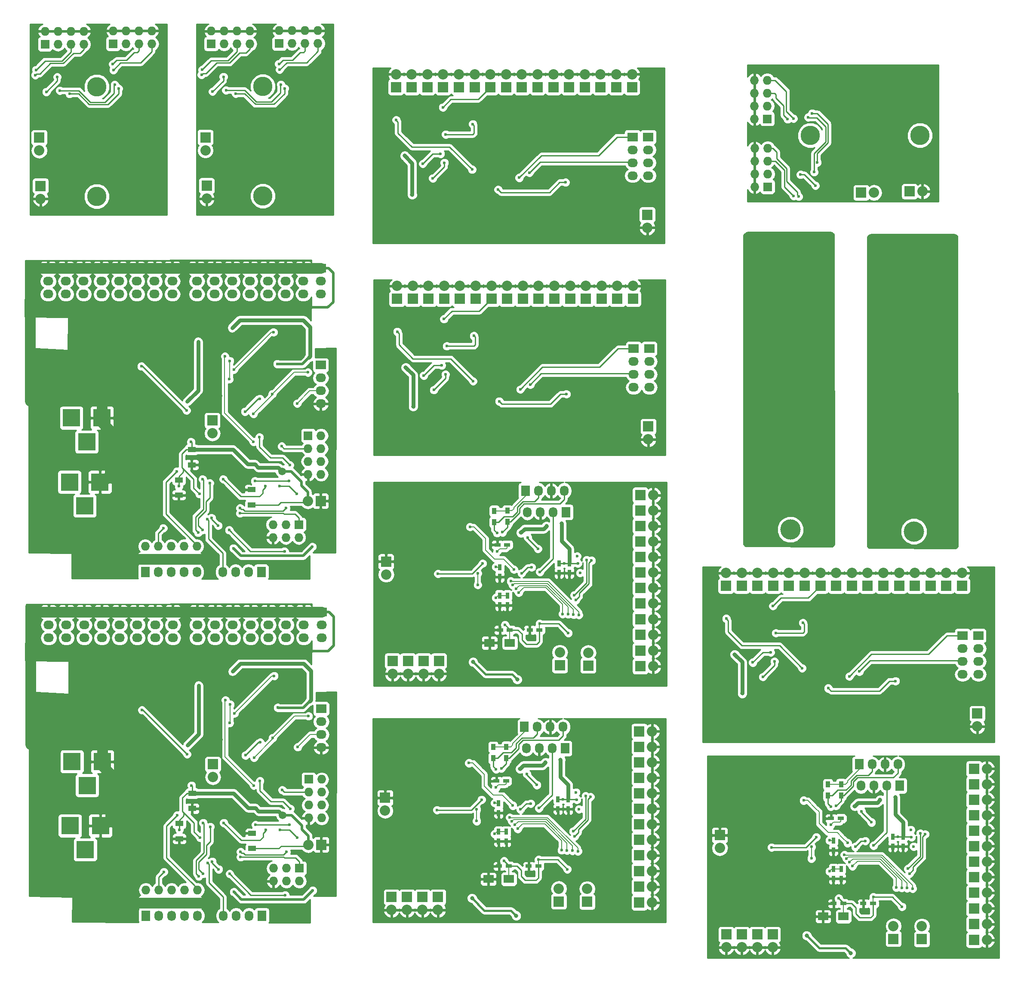
<source format=gbr>
G04 #@! TF.FileFunction,Copper,L2,Bot,Signal*
%FSLAX46Y46*%
G04 Gerber Fmt 4.6, Leading zero omitted, Abs format (unit mm)*
G04 Created by KiCad (PCBNEW 4.0.0-rc2-stable) date 7/14/2016 8:37:10 PM*
%MOMM*%
G01*
G04 APERTURE LIST*
%ADD10C,0.100000*%
%ADD11R,3.500120X3.500120*%
%ADD12R,2.032000X2.032000*%
%ADD13O,2.032000X2.032000*%
%ADD14R,1.727200X2.032000*%
%ADD15O,1.727200X2.032000*%
%ADD16R,1.727200X1.727200*%
%ADD17O,1.727200X1.727200*%
%ADD18R,2.032000X1.727200*%
%ADD19O,2.032000X1.727200*%
%ADD20R,1.600000X1.000000*%
%ADD21R,1.200000X0.750000*%
%ADD22R,0.750000X1.200000*%
%ADD23R,2.000000X1.600000*%
%ADD24R,0.900000X1.200000*%
%ADD25C,3.800000*%
%ADD26C,4.000000*%
%ADD27C,0.600000*%
%ADD28C,0.800000*%
%ADD29C,1.500000*%
%ADD30C,0.500000*%
%ADD31C,0.200000*%
%ADD32C,0.250000*%
%ADD33C,0.400000*%
%ADD34C,2.100000*%
%ADD35C,0.150000*%
%ADD36C,0.750000*%
%ADD37C,0.254000*%
G04 APERTURE END LIST*
D10*
D11*
X-480387660Y17145000D03*
X-486387140Y17145000D03*
X-483387400Y12446000D03*
D12*
X-437311800Y762000D03*
D13*
X-439851800Y762000D03*
D11*
X-480768660Y4508500D03*
X-486768140Y4508500D03*
X-483768400Y-190500D03*
D12*
X-458647800Y16637000D03*
D13*
X-458647800Y14097000D03*
D14*
X-471855800Y-13208000D03*
D15*
X-469315800Y-13208000D03*
X-466775800Y-13208000D03*
X-464235800Y-13208000D03*
X-461695800Y-13208000D03*
D14*
X-448995800Y-13208000D03*
D15*
X-451535800Y-13208000D03*
X-454075800Y-13208000D03*
X-456615800Y-13208000D03*
D16*
X-441629800Y-3873500D03*
D17*
X-441629800Y-6413500D03*
X-444169800Y-3873500D03*
X-444169800Y-6413500D03*
X-446709800Y-3873500D03*
X-446709800Y-6413500D03*
D18*
X-437311800Y27559000D03*
D19*
X-437311800Y25019000D03*
X-437311800Y22479000D03*
X-437311800Y19939000D03*
D18*
X-470014300Y46609000D03*
D19*
X-470014300Y44069000D03*
X-470014300Y41529000D03*
D18*
X-466521800Y46609000D03*
D19*
X-466521800Y44069000D03*
X-466521800Y41529000D03*
D18*
X-473506800Y46609000D03*
D19*
X-473506800Y44069000D03*
X-473506800Y41529000D03*
D18*
X-476999300Y46609000D03*
D19*
X-476999300Y44069000D03*
X-476999300Y41529000D03*
D18*
X-480491800Y46609000D03*
D19*
X-480491800Y44069000D03*
X-480491800Y41529000D03*
D18*
X-483984300Y46609000D03*
D19*
X-483984300Y44069000D03*
X-483984300Y41529000D03*
D18*
X-487476800Y46609000D03*
D19*
X-487476800Y44069000D03*
X-487476800Y41529000D03*
D18*
X-490969300Y46609000D03*
D19*
X-490969300Y44069000D03*
X-490969300Y41529000D03*
D18*
X-437248300Y46609000D03*
D19*
X-437248300Y44069000D03*
X-437248300Y41529000D03*
D18*
X-440740800Y46609000D03*
D19*
X-440740800Y44069000D03*
X-440740800Y41529000D03*
D18*
X-444233300Y46609000D03*
D19*
X-444233300Y44069000D03*
X-444233300Y41529000D03*
D18*
X-447725800Y46609000D03*
D19*
X-447725800Y44069000D03*
X-447725800Y41529000D03*
D18*
X-451218300Y46609000D03*
D19*
X-451218300Y44069000D03*
X-451218300Y41529000D03*
D18*
X-454710800Y46609000D03*
D19*
X-454710800Y44069000D03*
X-454710800Y41529000D03*
D18*
X-458203300Y46609000D03*
D19*
X-458203300Y44069000D03*
X-458203300Y41529000D03*
D18*
X-461695800Y46609000D03*
D19*
X-461695800Y44069000D03*
X-461695800Y41529000D03*
D16*
X-471855800Y-10668000D03*
D17*
X-471855800Y-8128000D03*
X-469315800Y-10668000D03*
X-469315800Y-8128000D03*
X-466775800Y-10668000D03*
X-466775800Y-8128000D03*
X-464235800Y-10668000D03*
X-464235800Y-8128000D03*
X-461695800Y-10668000D03*
X-461695800Y-8128000D03*
D16*
X-439788300Y13652500D03*
D17*
X-437248300Y13652500D03*
X-439788300Y11112500D03*
X-437248300Y11112500D03*
X-439788300Y8572500D03*
X-437248300Y8572500D03*
X-439788300Y6032500D03*
X-437248300Y6032500D03*
D20*
X-465251800Y4929000D03*
X-465251800Y1929000D03*
X-450900800Y24000D03*
X-450900800Y3024000D03*
X-462711800Y10898000D03*
X-462711800Y7898000D03*
D21*
X-396478800Y-3454400D03*
X-394578800Y-3454400D03*
X-402320800Y-3454400D03*
X-400420800Y-3454400D03*
D22*
X-400862800Y1437600D03*
X-400862800Y3337600D03*
X-402386800Y7025600D03*
X-402386800Y8925600D03*
D21*
X-402828800Y13309600D03*
X-400928800Y13309600D03*
D22*
X-402386800Y1437600D03*
X-402386800Y3337600D03*
X-390702800Y7787600D03*
X-390702800Y9687600D03*
X-388670800Y7787600D03*
X-388670800Y9687600D03*
D23*
X-404386800Y-5994400D03*
X-400386800Y-5994400D03*
D12*
X-374700800Y10922000D03*
D13*
X-372160800Y10922000D03*
D12*
X-374700800Y7874000D03*
D13*
X-372160800Y7874000D03*
D12*
X-374700800Y4826000D03*
D13*
X-372160800Y4826000D03*
D12*
X-374700800Y1778000D03*
D13*
X-372160800Y1778000D03*
D12*
X-414324800Y-9550400D03*
D13*
X-414324800Y-12090400D03*
D12*
X-417372800Y-9550400D03*
D13*
X-417372800Y-12090400D03*
D12*
X-420420800Y-9550400D03*
D13*
X-420420800Y-12090400D03*
D12*
X-423468800Y-9550400D03*
D13*
X-423468800Y-12090400D03*
D12*
X-374700800Y23114000D03*
D13*
X-372160800Y23114000D03*
D12*
X-374700800Y20066000D03*
D13*
X-372160800Y20066000D03*
D12*
X-374700800Y17018000D03*
D13*
X-372160800Y17018000D03*
D12*
X-374700800Y13970000D03*
D13*
X-372160800Y13970000D03*
D14*
X-389331200Y19761200D03*
D15*
X-391871200Y19761200D03*
X-394411200Y19761200D03*
X-396951200Y19761200D03*
D14*
X-397306800Y23977600D03*
D15*
X-394766800Y23977600D03*
X-392226800Y23977600D03*
X-389686800Y23977600D03*
D12*
X-424738800Y10007600D03*
D13*
X-424738800Y7467600D03*
D24*
X-403453600Y19997600D03*
X-403453600Y17797600D03*
X-400862800Y20048400D03*
X-400862800Y17848400D03*
D12*
X-390550400Y-10414000D03*
D13*
X-390550400Y-7874000D03*
D12*
X-384962400Y-10464800D03*
D13*
X-384962400Y-7924800D03*
D12*
X-374700800Y-1320800D03*
D13*
X-372160800Y-1320800D03*
D12*
X-374700800Y-4419600D03*
D13*
X-372160800Y-4419600D03*
D12*
X-374700800Y-7518400D03*
D13*
X-372160800Y-7518400D03*
D12*
X-374700800Y-10617200D03*
D13*
X-372160800Y-10617200D03*
D21*
X-396275600Y43078400D03*
X-394375600Y43078400D03*
X-402117600Y43078400D03*
X-400217600Y43078400D03*
D22*
X-400659600Y47970400D03*
X-400659600Y49870400D03*
X-402183600Y53558400D03*
X-402183600Y55458400D03*
D21*
X-402625600Y59842400D03*
X-400725600Y59842400D03*
D22*
X-402183600Y47970400D03*
X-402183600Y49870400D03*
X-390499600Y54320400D03*
X-390499600Y56220400D03*
X-388467600Y54320400D03*
X-388467600Y56220400D03*
D23*
X-404183600Y40538400D03*
X-400183600Y40538400D03*
D12*
X-374497600Y57454800D03*
D13*
X-371957600Y57454800D03*
D12*
X-374497600Y54406800D03*
D13*
X-371957600Y54406800D03*
D12*
X-374497600Y51358800D03*
D13*
X-371957600Y51358800D03*
D12*
X-374497600Y48310800D03*
D13*
X-371957600Y48310800D03*
D12*
X-414121600Y36982400D03*
D13*
X-414121600Y34442400D03*
D12*
X-417169600Y36982400D03*
D13*
X-417169600Y34442400D03*
D12*
X-420217600Y36982400D03*
D13*
X-420217600Y34442400D03*
D12*
X-423265600Y36982400D03*
D13*
X-423265600Y34442400D03*
D12*
X-374497600Y69646800D03*
D13*
X-371957600Y69646800D03*
D12*
X-374497600Y66598800D03*
D13*
X-371957600Y66598800D03*
D12*
X-374497600Y63550800D03*
D13*
X-371957600Y63550800D03*
D12*
X-374497600Y60502800D03*
D13*
X-371957600Y60502800D03*
D14*
X-389128000Y66294000D03*
D15*
X-391668000Y66294000D03*
X-394208000Y66294000D03*
X-396748000Y66294000D03*
D14*
X-397103600Y70510400D03*
D15*
X-394563600Y70510400D03*
X-392023600Y70510400D03*
X-389483600Y70510400D03*
D12*
X-424535600Y56540400D03*
D13*
X-424535600Y54000400D03*
D24*
X-403250400Y66530400D03*
X-403250400Y64330400D03*
X-400659600Y66581200D03*
X-400659600Y64381200D03*
D12*
X-390347200Y36118800D03*
D13*
X-390347200Y38658800D03*
D12*
X-384759200Y36068000D03*
D13*
X-384759200Y38608000D03*
D12*
X-374497600Y45212000D03*
D13*
X-371957600Y45212000D03*
D12*
X-374497600Y42113200D03*
D13*
X-371957600Y42113200D03*
D12*
X-374497600Y39014400D03*
D13*
X-371957600Y39014400D03*
D12*
X-374497600Y35915600D03*
D13*
X-371957600Y35915600D03*
D11*
X-480489260Y84861400D03*
X-486488740Y84861400D03*
X-483489000Y80162400D03*
D12*
X-437413400Y68478400D03*
D13*
X-439953400Y68478400D03*
D11*
X-480870260Y72224900D03*
X-486869740Y72224900D03*
X-483870000Y67525900D03*
D12*
X-458749400Y84353400D03*
D13*
X-458749400Y81813400D03*
D14*
X-471957400Y54508400D03*
D15*
X-469417400Y54508400D03*
X-466877400Y54508400D03*
X-464337400Y54508400D03*
X-461797400Y54508400D03*
D14*
X-449097400Y54508400D03*
D15*
X-451637400Y54508400D03*
X-454177400Y54508400D03*
X-456717400Y54508400D03*
D16*
X-441731400Y63842900D03*
D17*
X-441731400Y61302900D03*
X-444271400Y63842900D03*
X-444271400Y61302900D03*
X-446811400Y63842900D03*
X-446811400Y61302900D03*
D18*
X-437413400Y95275400D03*
D19*
X-437413400Y92735400D03*
X-437413400Y90195400D03*
X-437413400Y87655400D03*
D18*
X-470115900Y114325400D03*
D19*
X-470115900Y111785400D03*
X-470115900Y109245400D03*
D18*
X-466623400Y114325400D03*
D19*
X-466623400Y111785400D03*
X-466623400Y109245400D03*
D18*
X-473608400Y114325400D03*
D19*
X-473608400Y111785400D03*
X-473608400Y109245400D03*
D18*
X-477100900Y114325400D03*
D19*
X-477100900Y111785400D03*
X-477100900Y109245400D03*
D18*
X-480593400Y114325400D03*
D19*
X-480593400Y111785400D03*
X-480593400Y109245400D03*
D18*
X-484085900Y114325400D03*
D19*
X-484085900Y111785400D03*
X-484085900Y109245400D03*
D18*
X-487578400Y114325400D03*
D19*
X-487578400Y111785400D03*
X-487578400Y109245400D03*
D18*
X-491070900Y114325400D03*
D19*
X-491070900Y111785400D03*
X-491070900Y109245400D03*
D18*
X-437349900Y114325400D03*
D19*
X-437349900Y111785400D03*
X-437349900Y109245400D03*
D18*
X-440842400Y114325400D03*
D19*
X-440842400Y111785400D03*
X-440842400Y109245400D03*
D18*
X-444334900Y114325400D03*
D19*
X-444334900Y111785400D03*
X-444334900Y109245400D03*
D18*
X-447827400Y114325400D03*
D19*
X-447827400Y111785400D03*
X-447827400Y109245400D03*
D18*
X-451319900Y114325400D03*
D19*
X-451319900Y111785400D03*
X-451319900Y109245400D03*
D18*
X-454812400Y114325400D03*
D19*
X-454812400Y111785400D03*
X-454812400Y109245400D03*
D18*
X-458304900Y114325400D03*
D19*
X-458304900Y111785400D03*
X-458304900Y109245400D03*
D18*
X-461797400Y114325400D03*
D19*
X-461797400Y111785400D03*
X-461797400Y109245400D03*
D16*
X-471957400Y57048400D03*
D17*
X-471957400Y59588400D03*
X-469417400Y57048400D03*
X-469417400Y59588400D03*
X-466877400Y57048400D03*
X-466877400Y59588400D03*
X-464337400Y57048400D03*
X-464337400Y59588400D03*
X-461797400Y57048400D03*
X-461797400Y59588400D03*
D16*
X-439889900Y81368900D03*
D17*
X-437349900Y81368900D03*
X-439889900Y78828900D03*
X-437349900Y78828900D03*
X-439889900Y76288900D03*
X-437349900Y76288900D03*
X-439889900Y73748900D03*
X-437349900Y73748900D03*
D20*
X-465353400Y72645400D03*
X-465353400Y69645400D03*
X-451002400Y67740400D03*
X-451002400Y70740400D03*
X-462813400Y78614400D03*
X-462813400Y75614400D03*
D18*
X-375818400Y98501200D03*
D19*
X-375818400Y95961200D03*
X-375818400Y93421200D03*
X-375818400Y90881200D03*
D18*
X-372719600Y98501200D03*
D19*
X-372719600Y95961200D03*
X-372719600Y93421200D03*
X-372719600Y90881200D03*
D12*
X-372922800Y83159600D03*
D13*
X-372922800Y80619600D03*
D12*
X-400710400Y108305600D03*
D13*
X-400710400Y110845600D03*
D12*
X-406908000Y108305600D03*
D13*
X-406908000Y110845600D03*
D12*
X-410006800Y108305600D03*
D13*
X-410006800Y110845600D03*
D12*
X-413105600Y108305600D03*
D13*
X-413105600Y110845600D03*
D12*
X-416204400Y108305600D03*
D13*
X-416204400Y110845600D03*
D12*
X-419303200Y108305600D03*
D13*
X-419303200Y110845600D03*
D12*
X-422402000Y108305600D03*
D13*
X-422402000Y110845600D03*
D12*
X-375920000Y108305600D03*
D13*
X-375920000Y110845600D03*
D12*
X-379018800Y108305600D03*
D13*
X-379018800Y110845600D03*
D12*
X-382117600Y108305600D03*
D13*
X-382117600Y110845600D03*
D12*
X-385216400Y108305600D03*
D13*
X-385216400Y110845600D03*
D12*
X-388315200Y108305600D03*
D13*
X-388315200Y110845600D03*
D12*
X-391414000Y108305600D03*
D13*
X-391414000Y110845600D03*
D12*
X-394512800Y108305600D03*
D13*
X-394512800Y110845600D03*
D12*
X-397611600Y108305600D03*
D13*
X-397611600Y110845600D03*
D12*
X-403809200Y108305600D03*
D13*
X-403809200Y110845600D03*
D18*
X-376021600Y140208000D03*
D19*
X-376021600Y137668000D03*
X-376021600Y135128000D03*
X-376021600Y132588000D03*
D18*
X-372922800Y140208000D03*
D19*
X-372922800Y137668000D03*
X-372922800Y135128000D03*
X-372922800Y132588000D03*
D12*
X-373126000Y124866400D03*
D13*
X-373126000Y122326400D03*
D12*
X-400913600Y150012400D03*
D13*
X-400913600Y152552400D03*
D12*
X-407111200Y150012400D03*
D13*
X-407111200Y152552400D03*
D12*
X-410210000Y150012400D03*
D13*
X-410210000Y152552400D03*
D12*
X-413308800Y150012400D03*
D13*
X-413308800Y152552400D03*
D12*
X-416407600Y150012400D03*
D13*
X-416407600Y152552400D03*
D12*
X-419506400Y150012400D03*
D13*
X-419506400Y152552400D03*
D12*
X-422605200Y150012400D03*
D13*
X-422605200Y152552400D03*
D12*
X-376123200Y150012400D03*
D13*
X-376123200Y152552400D03*
D12*
X-379222000Y150012400D03*
D13*
X-379222000Y152552400D03*
D12*
X-382320800Y150012400D03*
D13*
X-382320800Y152552400D03*
D12*
X-385419600Y150012400D03*
D13*
X-385419600Y152552400D03*
D12*
X-388518400Y150012400D03*
D13*
X-388518400Y152552400D03*
D12*
X-391617200Y150012400D03*
D13*
X-391617200Y152552400D03*
D12*
X-394716000Y150012400D03*
D13*
X-394716000Y152552400D03*
D12*
X-397814800Y150012400D03*
D13*
X-397814800Y152552400D03*
D12*
X-404012400Y150012400D03*
D13*
X-404012400Y152552400D03*
D12*
X-459867000Y130606800D03*
D13*
X-459867000Y128066800D03*
D12*
X-460121000Y140131800D03*
D13*
X-460121000Y137591800D03*
D16*
X-458978000Y158546800D03*
D17*
X-458978000Y161086800D03*
X-456438000Y158546800D03*
X-456438000Y161086800D03*
X-453898000Y158546800D03*
X-453898000Y161086800D03*
X-451358000Y158546800D03*
X-451358000Y161086800D03*
D16*
X-445579500Y158610300D03*
D17*
X-445579500Y161150300D03*
X-443039500Y158610300D03*
X-443039500Y161150300D03*
X-440499500Y158610300D03*
X-440499500Y161150300D03*
X-437959500Y158610300D03*
X-437959500Y161150300D03*
D25*
X-448818000Y128574800D03*
X-448818000Y150164800D03*
D12*
X-492582200Y130556000D03*
D13*
X-492582200Y128016000D03*
D12*
X-492836200Y140081000D03*
D13*
X-492836200Y137541000D03*
D16*
X-491693200Y158496000D03*
D17*
X-491693200Y161036000D03*
X-489153200Y158496000D03*
X-489153200Y161036000D03*
X-486613200Y158496000D03*
X-486613200Y161036000D03*
X-484073200Y158496000D03*
X-484073200Y161036000D03*
D16*
X-478294700Y158559500D03*
D17*
X-478294700Y161099500D03*
X-475754700Y158559500D03*
X-475754700Y161099500D03*
X-473214700Y158559500D03*
X-473214700Y161099500D03*
X-470674700Y158559500D03*
X-470674700Y161099500D03*
D25*
X-481533200Y128524000D03*
X-481533200Y150114000D03*
D12*
X-321491650Y129485350D03*
D13*
X-318951650Y129485350D03*
D12*
X-331016650Y129231350D03*
D13*
X-328476650Y129231350D03*
D16*
X-349431650Y130374350D03*
D17*
X-351971650Y130374350D03*
X-349431650Y132914350D03*
X-351971650Y132914350D03*
X-349431650Y135454350D03*
X-351971650Y135454350D03*
X-349431650Y137994350D03*
X-351971650Y137994350D03*
D16*
X-349495150Y143772850D03*
D17*
X-352035150Y143772850D03*
X-349495150Y146312850D03*
X-352035150Y146312850D03*
X-349495150Y148852850D03*
X-352035150Y148852850D03*
X-349495150Y151392850D03*
X-352035150Y151392850D03*
D25*
X-319459650Y140534350D03*
X-341049650Y140534350D03*
D26*
X-344947200Y62876800D03*
X-320639400Y62495800D03*
D18*
X-311048400Y41960800D03*
D19*
X-311048400Y39420800D03*
X-311048400Y36880800D03*
X-311048400Y34340800D03*
D18*
X-307949600Y41960800D03*
D19*
X-307949600Y39420800D03*
X-307949600Y36880800D03*
X-307949600Y34340800D03*
D12*
X-308152800Y26619200D03*
D13*
X-308152800Y24079200D03*
D12*
X-335940400Y51765200D03*
D13*
X-335940400Y54305200D03*
D12*
X-342138000Y51765200D03*
D13*
X-342138000Y54305200D03*
D12*
X-345236800Y51765200D03*
D13*
X-345236800Y54305200D03*
D12*
X-348335600Y51765200D03*
D13*
X-348335600Y54305200D03*
D12*
X-351434400Y51765200D03*
D13*
X-351434400Y54305200D03*
D12*
X-354533200Y51765200D03*
D13*
X-354533200Y54305200D03*
D12*
X-357632000Y51765200D03*
D13*
X-357632000Y54305200D03*
D12*
X-311150000Y51765200D03*
D13*
X-311150000Y54305200D03*
D12*
X-314248800Y51765200D03*
D13*
X-314248800Y54305200D03*
D12*
X-317347600Y51765200D03*
D13*
X-317347600Y54305200D03*
D12*
X-320446400Y51765200D03*
D13*
X-320446400Y54305200D03*
D12*
X-323545200Y51765200D03*
D13*
X-323545200Y54305200D03*
D12*
X-326644000Y51765200D03*
D13*
X-326644000Y54305200D03*
D12*
X-329742800Y51765200D03*
D13*
X-329742800Y54305200D03*
D12*
X-332841600Y51765200D03*
D13*
X-332841600Y54305200D03*
D12*
X-339039200Y51765200D03*
D13*
X-339039200Y54305200D03*
D21*
X-330591200Y-10820400D03*
X-328691200Y-10820400D03*
X-336433200Y-10820400D03*
X-334533200Y-10820400D03*
D22*
X-334975200Y-5928400D03*
X-334975200Y-4028400D03*
X-336499200Y-340400D03*
X-336499200Y1559600D03*
D21*
X-336941200Y5943600D03*
X-335041200Y5943600D03*
D22*
X-336499200Y-5928400D03*
X-336499200Y-4028400D03*
X-324815200Y421600D03*
X-324815200Y2321600D03*
X-322783200Y421600D03*
X-322783200Y2321600D03*
D23*
X-338499200Y-13360400D03*
X-334499200Y-13360400D03*
D12*
X-308813200Y3556000D03*
D13*
X-306273200Y3556000D03*
D12*
X-308813200Y508000D03*
D13*
X-306273200Y508000D03*
D12*
X-308813200Y-2540000D03*
D13*
X-306273200Y-2540000D03*
D12*
X-308813200Y-5588000D03*
D13*
X-306273200Y-5588000D03*
D12*
X-348437200Y-16916400D03*
D13*
X-348437200Y-19456400D03*
D12*
X-351485200Y-16916400D03*
D13*
X-351485200Y-19456400D03*
D12*
X-354533200Y-16916400D03*
D13*
X-354533200Y-19456400D03*
D12*
X-357581200Y-16916400D03*
D13*
X-357581200Y-19456400D03*
D12*
X-308813200Y15748000D03*
D13*
X-306273200Y15748000D03*
D12*
X-308813200Y12700000D03*
D13*
X-306273200Y12700000D03*
D12*
X-308813200Y9652000D03*
D13*
X-306273200Y9652000D03*
D12*
X-308813200Y6604000D03*
D13*
X-306273200Y6604000D03*
D14*
X-323443600Y12395200D03*
D15*
X-325983600Y12395200D03*
X-328523600Y12395200D03*
X-331063600Y12395200D03*
D14*
X-331419200Y16611600D03*
D15*
X-328879200Y16611600D03*
X-326339200Y16611600D03*
X-323799200Y16611600D03*
D12*
X-358851200Y2641600D03*
D13*
X-358851200Y101600D03*
D24*
X-337566000Y12631600D03*
X-337566000Y10431600D03*
X-334975200Y12682400D03*
X-334975200Y10482400D03*
D12*
X-324662800Y-17780000D03*
D13*
X-324662800Y-15240000D03*
D12*
X-319074800Y-17830800D03*
D13*
X-319074800Y-15290800D03*
D12*
X-308813200Y-8686800D03*
D13*
X-306273200Y-8686800D03*
D12*
X-308813200Y-11785600D03*
D13*
X-306273200Y-11785600D03*
D12*
X-308813200Y-14884400D03*
D13*
X-306273200Y-14884400D03*
D12*
X-308813200Y-17983200D03*
D13*
X-306273200Y-17983200D03*
D27*
X-438962800Y-8229600D03*
X-454507600Y-8534400D03*
X-450545200Y17932400D03*
X-439826400Y26111200D03*
X-446836800Y21844000D03*
X-445439800Y3683000D03*
X-442010800Y2159000D03*
D28*
X-407619200Y-9753600D03*
X-398932400Y-13208000D03*
D27*
X-396087600Y8890000D03*
X-398068800Y7721600D03*
X-387146800Y11087100D03*
X-386575300Y7785100D03*
D28*
X-407416000Y36779200D03*
X-398729200Y33324800D03*
D27*
X-395884400Y55422800D03*
X-397865600Y54254400D03*
X-386943600Y57619900D03*
X-386372100Y54317900D03*
X-439064400Y59486800D03*
X-454609200Y59182000D03*
X-450646800Y85648800D03*
X-439928000Y93827600D03*
X-446938400Y89560400D03*
X-445541400Y71399400D03*
X-442112400Y69875400D03*
D28*
X-341731600Y-17119600D03*
X-333044800Y-20574000D03*
D27*
X-330200000Y1524000D03*
X-332181200Y355600D03*
X-321259200Y3721100D03*
X-320687700Y419100D03*
X-457631800Y2921000D03*
X-439013600Y17729200D03*
X-441299600Y18288000D03*
X-456946000Y21488400D03*
X-458825600Y19913600D03*
X-479450400Y23926800D03*
X-482041200Y32670500D03*
X-441807600Y38354000D03*
X-463956400Y41859200D03*
X-391718800Y1117600D03*
X-395592300Y7467600D03*
X-397243300Y6959600D03*
X-396608300Y3848100D03*
X-396608300Y12357100D03*
D28*
X-414832800Y13817600D03*
X-414832800Y17627600D03*
D27*
X-399135600Y13004800D03*
X-402386800Y-2794000D03*
X-405942800Y3403600D03*
X-399338800Y1371600D03*
X-400862800Y7721600D03*
X-403656800Y14579600D03*
X-389686800Y7721600D03*
X-425246800Y13563600D03*
X-413054800Y3149600D03*
X-394258800Y-8280400D03*
X-399084800Y17119600D03*
X-412800800Y23215600D03*
D28*
X-414324800Y15595600D03*
D27*
X-396544800Y-2184400D03*
X-391515600Y47650400D03*
X-395389100Y54000400D03*
X-397040100Y53492400D03*
X-396405100Y50380900D03*
X-396405100Y58889900D03*
D28*
X-414629600Y60350400D03*
X-414629600Y64160400D03*
D27*
X-398932400Y59537600D03*
X-402183600Y43738800D03*
X-405739600Y49936400D03*
X-399135600Y47904400D03*
X-400659600Y54254400D03*
X-403453600Y61112400D03*
X-389483600Y54254400D03*
X-425043600Y60096400D03*
X-412851600Y49682400D03*
X-394055600Y38252400D03*
X-398881600Y63652400D03*
X-412597600Y69748400D03*
D28*
X-414121600Y62128400D03*
D27*
X-396341600Y44348400D03*
X-457733400Y70637400D03*
X-439115200Y85445600D03*
X-441401200Y86004400D03*
X-457047600Y89204800D03*
X-458927200Y87630000D03*
X-479552000Y91643200D03*
X-482142800Y100386900D03*
X-441909200Y106070400D03*
X-464058000Y109575600D03*
D28*
X-425145200Y81686400D03*
X-403148800Y100533200D03*
X-403148800Y96164400D03*
D27*
X-425297600Y95199200D03*
D28*
X-425348400Y123393200D03*
X-403352000Y142240000D03*
X-403352000Y137871200D03*
D27*
X-425500800Y136906000D03*
D28*
X-454311000Y144608800D03*
X-441706000Y142290800D03*
X-438563000Y144989800D03*
X-436626000Y134416800D03*
X-438658000Y132765800D03*
X-446913000Y133781800D03*
D27*
X-436372000Y152069800D03*
X-451866000Y151434800D03*
D28*
X-487026200Y144558000D03*
X-474421200Y142240000D03*
X-471278200Y144939000D03*
X-469341200Y134366000D03*
X-471373200Y132715000D03*
X-479628200Y133731000D03*
D27*
X-469087200Y152019000D03*
X-484581200Y151384000D03*
D28*
X-335493650Y135041350D03*
X-333175650Y147646350D03*
X-335874650Y150789350D03*
X-325301650Y152726350D03*
X-323650650Y150694350D03*
X-324666650Y142439350D03*
D27*
X-342954650Y152980350D03*
X-342319650Y137486350D03*
D28*
X-360375200Y25146000D03*
X-338378800Y43992800D03*
X-338378800Y39624000D03*
D27*
X-360527600Y38658800D03*
X-325831200Y-6248400D03*
X-329704700Y101600D03*
X-331355700Y-406400D03*
X-330720700Y-3517900D03*
X-330720700Y4991100D03*
D28*
X-348945200Y6451600D03*
X-348945200Y10261600D03*
D27*
X-333248000Y5638800D03*
X-336499200Y-10160000D03*
X-340055200Y-3962400D03*
X-333451200Y-5994400D03*
X-334975200Y355600D03*
X-337769200Y7213600D03*
X-323799200Y355600D03*
X-359359200Y6197600D03*
X-347167200Y-4216400D03*
X-328371200Y-15646400D03*
X-333197200Y9753600D03*
X-346913200Y15849600D03*
D28*
X-348437200Y8229600D03*
D27*
X-330657200Y-9550400D03*
D29*
X-444931800Y6604000D03*
D27*
X-461187800Y2159000D03*
X-465251800Y3683000D03*
X-462838800Y12446000D03*
X-449326000Y20929600D03*
X-452221600Y18389600D03*
X-445871600Y27787600D03*
X-454761600Y34899600D03*
X-439623200Y29006800D03*
X-463600800Y20383500D03*
X-461441800Y32131000D03*
D29*
X-445033400Y74320400D03*
D27*
X-461289400Y69875400D03*
X-465353400Y71399400D03*
X-462940400Y80162400D03*
X-449427600Y88646000D03*
X-452323200Y86106000D03*
X-445973200Y95504000D03*
X-454863200Y102616000D03*
X-439724800Y96723200D03*
X-463702400Y88099900D03*
X-461543400Y99847400D03*
X-449376800Y13335000D03*
X-443407800Y7874000D03*
X-449478400Y81051400D03*
X-443509400Y75590400D03*
X-406704800Y5435600D03*
X-406704800Y7721600D03*
X-406501600Y51968400D03*
X-406501600Y54254400D03*
X-340817200Y-1930400D03*
X-340817200Y355600D03*
X-472617800Y27305000D03*
X-463727800Y18605500D03*
X-448233800Y3683000D03*
X-456488800Y5080000D03*
X-472719400Y95021400D03*
X-463829400Y86321900D03*
X-448335400Y71399400D03*
X-456590400Y72796400D03*
X-465632800Y6604000D03*
X-465734400Y74320400D03*
X-460552800Y5080000D03*
X-461441800Y-5461000D03*
X-460654400Y72796400D03*
X-461543400Y62255400D03*
X-468299800Y-4572000D03*
X-468401400Y63144400D03*
X-459663800Y-2794000D03*
X-459765400Y64922400D03*
X-458774800Y-2540000D03*
X-457504800Y-4064000D03*
X-458876400Y65176400D03*
X-457606400Y63652400D03*
X-444423800Y-9144000D03*
X-455345800Y-4953000D03*
X-444525400Y58572400D03*
X-455447400Y62763400D03*
X-453186800Y-1651000D03*
X-453288400Y66065400D03*
X-444169800Y-635000D03*
X-453186800Y-635000D03*
X-444271400Y67081400D03*
X-453288400Y67081400D03*
X-443534800Y4699000D03*
X-450265800Y4699000D03*
X-443636400Y72415400D03*
X-450367400Y72415400D03*
X-444995300Y11557000D03*
X-445096900Y79273400D03*
X-450583300Y12446000D03*
X-456171300Y29273500D03*
X-450684900Y80162400D03*
X-456272900Y96989900D03*
X-396138400Y91440000D03*
X-396341600Y133146800D03*
X-456057000Y149402800D03*
X-445262000Y150545800D03*
X-488772200Y149352000D03*
X-477977200Y150495000D03*
X-340287650Y133295350D03*
X-341430650Y144090350D03*
X-331368400Y34899600D03*
X-455218800Y28384500D03*
X-455345800Y24765000D03*
X-441947300Y20002500D03*
X-455320400Y96100900D03*
X-455447400Y92481400D03*
X-442048900Y87718900D03*
X-398119600Y90474800D03*
X-398322800Y132181600D03*
X-454152000Y148767800D03*
X-444500000Y149783800D03*
X-486867200Y148717000D03*
X-477215200Y149733000D03*
X-339652650Y135200350D03*
X-340668650Y144852350D03*
X-333349600Y33934400D03*
X-460552800Y-4953000D03*
X-459155800Y4318000D03*
X-460654400Y62763400D03*
X-459257400Y72034400D03*
X-407263600Y101041200D03*
X-412597600Y99009200D03*
X-412851600Y93421200D03*
X-415137600Y90373200D03*
X-407466800Y142748000D03*
X-412800800Y140716000D03*
X-413054800Y135128000D03*
X-415340800Y132080000D03*
X-342493600Y44500800D03*
X-347827600Y42468800D03*
X-348081600Y36880800D03*
X-350367600Y33832800D03*
X-413156400Y104343200D03*
X-413613600Y95199200D03*
X-417118800Y93218000D03*
X-413359600Y146050000D03*
X-413816800Y136906000D03*
X-417322000Y134924800D03*
X-348386400Y47802800D03*
X-348843600Y38658800D03*
X-352348800Y36677600D03*
X-446582800Y34036000D03*
X-454393300Y26670000D03*
X-446684400Y101752400D03*
X-454494900Y94386400D03*
X-422351200Y101854000D03*
X-407416000Y92100400D03*
X-422554400Y143560800D03*
X-407619200Y133807200D03*
X-357581200Y45313600D03*
X-342646000Y35560000D03*
X-389686800Y9690100D03*
D28*
X-390194800Y17500600D03*
X-393179300Y16992600D03*
X-398195800Y15722600D03*
D27*
X-388874000Y-4064000D03*
X-394512800Y-2184400D03*
X-401320000Y-2438400D03*
X-386994400Y9652000D03*
X-414528000Y7620000D03*
X-405739600Y9652000D03*
X-402894800Y12039600D03*
X-403148800Y8991600D03*
X-389483600Y56222900D03*
D28*
X-389991600Y64033400D03*
X-392976100Y63525400D03*
X-397992600Y62255400D03*
D27*
X-388670800Y42468800D03*
X-394309600Y44348400D03*
X-401116800Y44094400D03*
X-386791200Y56184800D03*
X-414324800Y54152800D03*
X-405536400Y56184800D03*
X-402691600Y58572400D03*
X-402945600Y55524400D03*
D28*
X-419201600Y87122000D03*
X-420674800Y94792800D03*
X-419404800Y128828800D03*
X-420878000Y136499600D03*
D27*
X-458724000Y149148800D03*
X-456565000Y152069800D03*
X-491439200Y149098000D03*
X-489280200Y152019000D03*
X-340033650Y130628350D03*
X-342954650Y132787350D03*
D28*
X-354431600Y30581600D03*
X-355904800Y38252400D03*
D27*
X-323799200Y2324100D03*
D28*
X-324307200Y10134600D03*
X-327291700Y9626600D03*
X-332308200Y8356600D03*
D27*
X-322986400Y-11430000D03*
X-328625200Y-9550400D03*
X-335432400Y-9804400D03*
X-321106800Y2286000D03*
X-348640400Y254000D03*
X-339852000Y2286000D03*
X-337007200Y4673600D03*
X-337261200Y1625600D03*
X-403148800Y2895600D03*
X-402945600Y49428400D03*
X-337261200Y-4470400D03*
X-408228800Y16865600D03*
X-399592800Y8483600D03*
X-408025600Y63398400D03*
X-399389600Y55016400D03*
X-342341200Y9499600D03*
X-333705200Y1117600D03*
X-394462000Y7975600D03*
X-394258800Y54508400D03*
X-328574400Y609600D03*
X-396849600Y14732000D03*
X-394868400Y12547600D03*
X-396646400Y61264800D03*
X-394665200Y59080400D03*
X-330962000Y7366000D03*
X-328980800Y5181600D03*
X-402894800Y15646400D03*
X-402691600Y62179200D03*
X-337007200Y8280400D03*
X-401828000Y15798800D03*
X-401624800Y62331600D03*
X-335940400Y8432800D03*
X-385267200Y10363200D03*
X-387705600Y3403600D03*
X-385064000Y56896000D03*
X-387502400Y49936400D03*
X-319379600Y2997200D03*
X-321818000Y-3962400D03*
X-387400800Y2438400D03*
X-384302000Y10210800D03*
X-387197600Y48971200D03*
X-384098800Y56743600D03*
X-321513200Y-4927600D03*
X-318414400Y2844800D03*
X-400202400Y6146800D03*
X-386791200Y-508000D03*
X-399999200Y52679600D03*
X-386588000Y46024800D03*
X-334314800Y-1219200D03*
X-320903600Y-7874000D03*
X-389991600Y-304800D03*
X-398627600Y3911600D03*
X-389788400Y46228000D03*
X-398424400Y50444400D03*
X-324104000Y-7670800D03*
X-332740000Y-3454400D03*
X-387858000Y-406400D03*
X-399796000Y5384800D03*
X-387654800Y46126400D03*
X-399592800Y51917600D03*
X-321970400Y-7772400D03*
X-333908400Y-1981200D03*
X-388924800Y-355600D03*
X-399186400Y4673600D03*
X-388721600Y46177200D03*
X-398983200Y51206400D03*
X-323037200Y-7721600D03*
X-333298800Y-2692400D03*
X-389026400Y89560400D03*
X-402285200Y88138000D03*
X-389229600Y131267200D03*
X-402488400Y129844800D03*
X-324256400Y33020000D03*
X-337515200Y31597600D03*
X-460756000Y153466800D03*
X-493471200Y153416000D03*
X-344351650Y128596350D03*
X-460883000Y152450800D03*
X-493598200Y152400000D03*
X-343335650Y128469350D03*
X-445643000Y154609800D03*
X-478358200Y154559000D03*
X-345494650Y143709350D03*
X-445516000Y153466800D03*
X-478231200Y153416000D03*
X-344351650Y143836350D03*
D30*
X-440740800Y-10007600D02*
X-438962800Y-8229600D01*
X-453034400Y-10007600D02*
X-440740800Y-10007600D01*
X-454507600Y-8534400D02*
X-453034400Y-10007600D01*
D31*
X-446836800Y21640800D02*
X-446836800Y21844000D01*
X-450545200Y17932400D02*
X-446836800Y21640800D01*
X-442569600Y26111200D02*
X-439826400Y26111200D01*
X-446836800Y21844000D02*
X-442569600Y26111200D01*
D32*
X-443534800Y3683000D02*
X-445439800Y3683000D01*
X-442010800Y2159000D02*
X-443534800Y3683000D01*
D33*
X-405180800Y-12192000D02*
X-407619200Y-9753600D01*
X-399948400Y-12192000D02*
X-405180800Y-12192000D01*
X-398932400Y-13208000D02*
X-399948400Y-12192000D01*
D32*
X-396900400Y8890000D02*
X-396087600Y8890000D01*
X-398068800Y7721600D02*
X-396900400Y8890000D01*
X-386638800Y7721600D02*
X-386575300Y7785100D01*
D33*
X-404977600Y34340800D02*
X-407416000Y36779200D01*
X-399745200Y34340800D02*
X-404977600Y34340800D01*
X-398729200Y33324800D02*
X-399745200Y34340800D01*
D32*
X-396697200Y55422800D02*
X-395884400Y55422800D01*
X-397865600Y54254400D02*
X-396697200Y55422800D01*
X-386435600Y54254400D02*
X-386372100Y54317900D01*
D30*
X-440842400Y57708800D02*
X-439064400Y59486800D01*
X-453136000Y57708800D02*
X-440842400Y57708800D01*
X-454609200Y59182000D02*
X-453136000Y57708800D01*
D31*
X-446938400Y89357200D02*
X-446938400Y89560400D01*
X-450646800Y85648800D02*
X-446938400Y89357200D01*
X-442671200Y93827600D02*
X-439928000Y93827600D01*
X-446938400Y89560400D02*
X-442671200Y93827600D01*
D32*
X-443636400Y71399400D02*
X-445541400Y71399400D01*
X-442112400Y69875400D02*
X-443636400Y71399400D01*
D33*
X-339293200Y-19558000D02*
X-341731600Y-17119600D01*
X-334060800Y-19558000D02*
X-339293200Y-19558000D01*
X-333044800Y-20574000D02*
X-334060800Y-19558000D01*
D32*
X-331012800Y1524000D02*
X-330200000Y1524000D01*
X-332181200Y355600D02*
X-331012800Y1524000D01*
X-320751200Y355600D02*
X-320687700Y419100D01*
D34*
X-461695800Y-10668000D02*
X-459155800Y-10668000D01*
X-459155800Y-10668000D02*
X-459092300Y-10731500D01*
X-471855800Y-10668000D02*
X-475475300Y-10668000D01*
X-464235800Y-10668000D02*
X-461695800Y-10668000D01*
X-471855800Y-10668000D02*
X-469315800Y-10668000D01*
X-469315800Y-10668000D02*
X-466775800Y-10668000D01*
X-466775800Y-10668000D02*
X-464235800Y-10668000D01*
X-493318800Y46609000D02*
X-494525300Y45402500D01*
X-490969300Y46609000D02*
X-493318800Y46609000D01*
D32*
X-440740800Y17729200D02*
X-439013600Y17729200D01*
X-441299600Y18288000D02*
X-440740800Y17729200D01*
D30*
X-482041200Y32670500D02*
X-482041200Y32664400D01*
X-435787800Y46609000D02*
X-437248300Y46609000D01*
X-434848000Y45669200D02*
X-435787800Y46609000D01*
X-434848000Y39979600D02*
X-434848000Y45669200D01*
X-435914800Y38912800D02*
X-434848000Y39979600D01*
X-441248800Y38912800D02*
X-435914800Y38912800D01*
X-441807600Y38354000D02*
X-441248800Y38912800D01*
X-464058000Y41960800D02*
X-464058000Y46609000D01*
X-463956400Y41859200D02*
X-464058000Y41960800D01*
D34*
X-480387660Y17145000D02*
X-480387660Y16278860D01*
X-480387660Y16278860D02*
X-478777300Y14668500D01*
X-478777300Y14668500D02*
X-478777300Y5928360D01*
X-478777300Y5928360D02*
X-480260660Y4445000D01*
X-490969300Y46609000D02*
X-493318800Y46609000D01*
X-480387660Y20152360D02*
X-480387660Y17145000D01*
X-481126800Y20891500D02*
X-480387660Y20152360D01*
X-494144300Y20891500D02*
X-481126800Y20891500D01*
X-494525300Y20510500D02*
X-494144300Y20891500D01*
X-494525300Y45402500D02*
X-494525300Y20510500D01*
X-493318800Y46609000D02*
X-494525300Y45402500D01*
X-490969300Y46609000D02*
X-487476800Y46609000D01*
X-487476800Y46609000D02*
X-483984300Y46609000D01*
X-483984300Y46609000D02*
X-480491800Y46609000D01*
X-480491800Y46609000D02*
X-476999300Y46609000D01*
X-476999300Y46609000D02*
X-473506800Y46609000D01*
X-473506800Y46609000D02*
X-470014300Y46609000D01*
X-470014300Y46609000D02*
X-466521800Y46609000D01*
X-466521800Y46609000D02*
X-464058000Y46609000D01*
X-464058000Y46609000D02*
X-461695800Y46609000D01*
X-461695800Y46609000D02*
X-458203300Y46609000D01*
X-458203300Y46609000D02*
X-454710800Y46609000D01*
X-454710800Y46609000D02*
X-451218300Y46609000D01*
X-451218300Y46609000D02*
X-447725800Y46609000D01*
X-447725800Y46609000D02*
X-444233300Y46609000D01*
X-444233300Y46609000D02*
X-440740800Y46609000D01*
X-440740800Y46609000D02*
X-437248300Y46609000D01*
D32*
X-391718800Y1117600D02*
X-395274800Y1117600D01*
X-396735300Y7467600D02*
X-395592300Y7467600D01*
X-397243300Y6959600D02*
X-396735300Y7467600D01*
X-396608300Y2451100D02*
X-396608300Y3848100D01*
X-395274800Y1117600D02*
X-396608300Y2451100D01*
D35*
X-396478800Y-2250400D02*
X-396478800Y-3454400D01*
X-396544800Y-2184400D02*
X-396478800Y-2250400D01*
X-402386800Y1437600D02*
X-403336800Y1437600D01*
X-403336800Y1437600D02*
X-403402800Y1371600D01*
X-400862800Y1437600D02*
X-402386800Y1437600D01*
D32*
X-391515600Y47650400D02*
X-395071600Y47650400D01*
X-396532100Y54000400D02*
X-395389100Y54000400D01*
X-397040100Y53492400D02*
X-396532100Y54000400D01*
X-396405100Y48983900D02*
X-396405100Y50380900D01*
X-395071600Y47650400D02*
X-396405100Y48983900D01*
D35*
X-396275600Y44282400D02*
X-396275600Y43078400D01*
X-396341600Y44348400D02*
X-396275600Y44282400D01*
X-402183600Y47970400D02*
X-403133600Y47970400D01*
X-403133600Y47970400D02*
X-403199600Y47904400D01*
X-400659600Y47970400D02*
X-402183600Y47970400D01*
D34*
X-461797400Y57048400D02*
X-459257400Y57048400D01*
X-459257400Y57048400D02*
X-459193900Y56984900D01*
X-471957400Y57048400D02*
X-475576900Y57048400D01*
X-464337400Y57048400D02*
X-461797400Y57048400D01*
X-471957400Y57048400D02*
X-469417400Y57048400D01*
X-469417400Y57048400D02*
X-466877400Y57048400D01*
X-466877400Y57048400D02*
X-464337400Y57048400D01*
X-493420400Y114325400D02*
X-494626900Y113118900D01*
X-491070900Y114325400D02*
X-493420400Y114325400D01*
D32*
X-440842400Y85445600D02*
X-439115200Y85445600D01*
X-441401200Y86004400D02*
X-440842400Y85445600D01*
D30*
X-482142800Y100386900D02*
X-482142800Y100380800D01*
X-435889400Y114325400D02*
X-437349900Y114325400D01*
X-434949600Y113385600D02*
X-435889400Y114325400D01*
X-434949600Y107696000D02*
X-434949600Y113385600D01*
X-436016400Y106629200D02*
X-434949600Y107696000D01*
X-441350400Y106629200D02*
X-436016400Y106629200D01*
X-441909200Y106070400D02*
X-441350400Y106629200D01*
X-464159600Y109677200D02*
X-464159600Y114325400D01*
X-464058000Y109575600D02*
X-464159600Y109677200D01*
D34*
X-480489260Y84861400D02*
X-480489260Y83995260D01*
X-480489260Y83995260D02*
X-478878900Y82384900D01*
X-478878900Y82384900D02*
X-478878900Y73644760D01*
X-478878900Y73644760D02*
X-480362260Y72161400D01*
X-491070900Y114325400D02*
X-493420400Y114325400D01*
X-480489260Y87868760D02*
X-480489260Y84861400D01*
X-481228400Y88607900D02*
X-480489260Y87868760D01*
X-494245900Y88607900D02*
X-481228400Y88607900D01*
X-494626900Y88226900D02*
X-494245900Y88607900D01*
X-494626900Y113118900D02*
X-494626900Y88226900D01*
X-493420400Y114325400D02*
X-494626900Y113118900D01*
X-491070900Y114325400D02*
X-487578400Y114325400D01*
X-487578400Y114325400D02*
X-484085900Y114325400D01*
X-484085900Y114325400D02*
X-480593400Y114325400D01*
X-480593400Y114325400D02*
X-477100900Y114325400D01*
X-477100900Y114325400D02*
X-473608400Y114325400D01*
X-473608400Y114325400D02*
X-470115900Y114325400D01*
X-470115900Y114325400D02*
X-466623400Y114325400D01*
X-466623400Y114325400D02*
X-464159600Y114325400D01*
X-464159600Y114325400D02*
X-461797400Y114325400D01*
X-461797400Y114325400D02*
X-458304900Y114325400D01*
X-458304900Y114325400D02*
X-454812400Y114325400D01*
X-454812400Y114325400D02*
X-451319900Y114325400D01*
X-451319900Y114325400D02*
X-447827400Y114325400D01*
X-447827400Y114325400D02*
X-444334900Y114325400D01*
X-444334900Y114325400D02*
X-440842400Y114325400D01*
X-440842400Y114325400D02*
X-437349900Y114325400D01*
D32*
X-454311000Y144608800D02*
X-454279000Y144576800D01*
X-438563000Y144989800D02*
X-438531000Y144957800D01*
X-487026200Y144558000D02*
X-486994200Y144526000D01*
X-471278200Y144939000D02*
X-471246200Y144907000D01*
X-335493650Y135041350D02*
X-335461650Y135073350D01*
X-335874650Y150789350D02*
X-335842650Y150821350D01*
X-325831200Y-6248400D02*
X-329387200Y-6248400D01*
X-330847700Y101600D02*
X-329704700Y101600D01*
X-331355700Y-406400D02*
X-330847700Y101600D01*
X-330720700Y-4914900D02*
X-330720700Y-3517900D01*
X-329387200Y-6248400D02*
X-330720700Y-4914900D01*
D35*
X-330591200Y-9616400D02*
X-330591200Y-10820400D01*
X-330657200Y-9550400D02*
X-330591200Y-9616400D01*
X-336499200Y-5928400D02*
X-337449200Y-5928400D01*
X-337449200Y-5928400D02*
X-337515200Y-5994400D01*
X-334975200Y-5928400D02*
X-336499200Y-5928400D01*
D32*
X-465251800Y3683000D02*
X-465251800Y5588000D01*
X-464362800Y6477000D02*
X-464362800Y7112000D01*
X-465251800Y5588000D02*
X-464362800Y6477000D01*
D30*
X-444931800Y6604000D02*
X-443153800Y6604000D01*
D36*
X-462711800Y10898000D02*
X-454559800Y10898000D01*
X-445693800Y7366000D02*
X-444931800Y6604000D01*
X-449630800Y7366000D02*
X-445693800Y7366000D01*
X-450265800Y8001000D02*
X-449630800Y7366000D01*
X-451662800Y8001000D02*
X-450265800Y8001000D01*
X-454559800Y10898000D02*
X-451662800Y8001000D01*
D30*
X-439851800Y2540000D02*
X-439851800Y762000D01*
X-441121800Y3810000D02*
X-439851800Y2540000D01*
X-441121800Y4572000D02*
X-441121800Y3810000D01*
X-443153800Y6604000D02*
X-441121800Y4572000D01*
D32*
X-450900800Y24000D02*
X-445669800Y24000D01*
X-445185800Y508000D02*
X-440105800Y508000D01*
X-445669800Y24000D02*
X-445185800Y508000D01*
X-440105800Y508000D02*
X-439851800Y762000D01*
X-461187800Y2159000D02*
X-462330800Y3302000D01*
X-462330800Y3302000D02*
X-462330800Y5080000D01*
X-462330800Y5080000D02*
X-464362800Y7112000D01*
X-463751800Y10898000D02*
X-462711800Y10898000D01*
X-464362800Y7112000D02*
X-464616800Y7366000D01*
X-464616800Y7366000D02*
X-464616800Y10033000D01*
X-464616800Y10033000D02*
X-463751800Y10898000D01*
X-465251800Y4929000D02*
X-465251800Y3683000D01*
X-462711800Y10898000D02*
X-462711800Y12319000D01*
X-462711800Y12319000D02*
X-462838800Y12446000D01*
X-449681600Y20929600D02*
X-449326000Y20929600D01*
X-452221600Y18389600D02*
X-449681600Y20929600D01*
D30*
X-445871600Y27787600D02*
X-445820800Y27736800D01*
X-445820800Y27736800D02*
X-440893200Y27736800D01*
X-440893200Y27736800D02*
X-439623200Y29006800D01*
D36*
X-453237600Y36423600D02*
X-454761600Y34899600D01*
X-440740800Y36423600D02*
X-453237600Y36423600D01*
X-439369200Y35052000D02*
X-440740800Y36423600D01*
X-439369200Y29260800D02*
X-439369200Y35052000D01*
X-439623200Y29006800D02*
X-439369200Y29260800D01*
X-463600800Y20383500D02*
X-461441800Y22542500D01*
X-461441800Y22542500D02*
X-461441800Y32131000D01*
D32*
X-465353400Y71399400D02*
X-465353400Y73304400D01*
X-464464400Y74193400D02*
X-464464400Y74828400D01*
X-465353400Y73304400D02*
X-464464400Y74193400D01*
D30*
X-445033400Y74320400D02*
X-443255400Y74320400D01*
D36*
X-462813400Y78614400D02*
X-454661400Y78614400D01*
X-445795400Y75082400D02*
X-445033400Y74320400D01*
X-449732400Y75082400D02*
X-445795400Y75082400D01*
X-450367400Y75717400D02*
X-449732400Y75082400D01*
X-451764400Y75717400D02*
X-450367400Y75717400D01*
X-454661400Y78614400D02*
X-451764400Y75717400D01*
D30*
X-439953400Y70256400D02*
X-439953400Y68478400D01*
X-441223400Y71526400D02*
X-439953400Y70256400D01*
X-441223400Y72288400D02*
X-441223400Y71526400D01*
X-443255400Y74320400D02*
X-441223400Y72288400D01*
D32*
X-451002400Y67740400D02*
X-445771400Y67740400D01*
X-445287400Y68224400D02*
X-440207400Y68224400D01*
X-445771400Y67740400D02*
X-445287400Y68224400D01*
X-440207400Y68224400D02*
X-439953400Y68478400D01*
X-461289400Y69875400D02*
X-462432400Y71018400D01*
X-462432400Y71018400D02*
X-462432400Y72796400D01*
X-462432400Y72796400D02*
X-464464400Y74828400D01*
X-463853400Y78614400D02*
X-462813400Y78614400D01*
X-464464400Y74828400D02*
X-464718400Y75082400D01*
X-464718400Y75082400D02*
X-464718400Y77749400D01*
X-464718400Y77749400D02*
X-463853400Y78614400D01*
X-465353400Y72645400D02*
X-465353400Y71399400D01*
X-462813400Y78614400D02*
X-462813400Y80035400D01*
X-462813400Y80035400D02*
X-462940400Y80162400D01*
X-449783200Y88646000D02*
X-449427600Y88646000D01*
X-452323200Y86106000D02*
X-449783200Y88646000D01*
D30*
X-445973200Y95504000D02*
X-445922400Y95453200D01*
X-445922400Y95453200D02*
X-440994800Y95453200D01*
X-440994800Y95453200D02*
X-439724800Y96723200D01*
D36*
X-453339200Y104140000D02*
X-454863200Y102616000D01*
X-440842400Y104140000D02*
X-453339200Y104140000D01*
X-439470800Y102768400D02*
X-440842400Y104140000D01*
X-439470800Y96977200D02*
X-439470800Y102768400D01*
X-439724800Y96723200D02*
X-439470800Y96977200D01*
X-463702400Y88099900D02*
X-461543400Y90258900D01*
X-461543400Y90258900D02*
X-461543400Y99847400D01*
D32*
X-449376800Y11430000D02*
X-449376800Y13335000D01*
X-447217800Y9271000D02*
X-449376800Y11430000D01*
X-444804800Y9271000D02*
X-447217800Y9271000D01*
X-443407800Y7874000D02*
X-444804800Y9271000D01*
X-449478400Y79146400D02*
X-449478400Y81051400D01*
X-447319400Y76987400D02*
X-449478400Y79146400D01*
X-444906400Y76987400D02*
X-447319400Y76987400D01*
X-443509400Y75590400D02*
X-444906400Y76987400D01*
D35*
X-406704800Y7721600D02*
X-406704800Y5435600D01*
X-406501600Y54254400D02*
X-406501600Y51968400D01*
X-340817200Y355600D02*
X-340817200Y-1930400D01*
D32*
X-472427300Y27305000D02*
X-472617800Y27305000D01*
X-463727800Y18605500D02*
X-472427300Y27305000D01*
X-448233800Y3486998D02*
X-448233800Y3683000D01*
X-448741800Y2978998D02*
X-448233800Y3486998D01*
X-448741800Y2286000D02*
X-448741800Y2978998D01*
X-449376800Y1651000D02*
X-448741800Y2286000D01*
X-453059800Y1651000D02*
X-449376800Y1651000D01*
X-456488800Y5080000D02*
X-453059800Y1651000D01*
X-472528900Y95021400D02*
X-472719400Y95021400D01*
X-463829400Y86321900D02*
X-472528900Y95021400D01*
X-448335400Y71203398D02*
X-448335400Y71399400D01*
X-448843400Y70695398D02*
X-448335400Y71203398D01*
X-448843400Y70002400D02*
X-448843400Y70695398D01*
X-449478400Y69367400D02*
X-448843400Y70002400D01*
X-453161400Y69367400D02*
X-449478400Y69367400D01*
X-456590400Y72796400D02*
X-453161400Y69367400D01*
X-461695800Y-8128000D02*
X-461695800Y-7874000D01*
X-461695800Y-7874000D02*
X-462394300Y-7175500D01*
X-467791800Y-1778000D02*
X-462394300Y-7175500D01*
X-462394300Y-7175500D02*
X-461695800Y-7874000D01*
X-467791800Y4445000D02*
X-467791800Y-1778000D01*
X-465632800Y6604000D02*
X-467791800Y4445000D01*
X-461695800Y-7874000D02*
X-461695800Y-7937500D01*
X-461797400Y59588400D02*
X-461797400Y59842400D01*
X-461797400Y59842400D02*
X-462495900Y60540900D01*
X-467893400Y65938400D02*
X-462495900Y60540900D01*
X-462495900Y60540900D02*
X-461797400Y59842400D01*
X-467893400Y72161400D02*
X-467893400Y65938400D01*
X-465734400Y74320400D02*
X-467893400Y72161400D01*
X-461797400Y59842400D02*
X-461797400Y59778900D01*
X-460425800Y4953000D02*
X-460552800Y5080000D01*
X-460425800Y-819998D02*
X-460425800Y4953000D01*
X-461949800Y-2343998D02*
X-460425800Y-819998D01*
X-461949800Y-4953000D02*
X-461949800Y-2343998D01*
X-461441800Y-5461000D02*
X-461949800Y-4953000D01*
X-460527400Y72669400D02*
X-460654400Y72796400D01*
X-460527400Y66896402D02*
X-460527400Y72669400D01*
X-462051400Y65372402D02*
X-460527400Y66896402D01*
X-462051400Y62763400D02*
X-462051400Y65372402D01*
X-461543400Y62255400D02*
X-462051400Y62763400D01*
X-469315800Y-8128000D02*
X-469315800Y-6858000D01*
X-469315800Y-5588000D02*
X-469315800Y-6858000D01*
X-469315800Y-6858000D02*
X-469315800Y-7937500D01*
X-468299800Y-4572000D02*
X-469315800Y-5588000D01*
X-469417400Y59588400D02*
X-469417400Y60858400D01*
X-469417400Y62128400D02*
X-469417400Y60858400D01*
X-469417400Y60858400D02*
X-469417400Y59778900D01*
X-468401400Y63144400D02*
X-469417400Y62128400D01*
X-456615800Y-9525000D02*
X-456615800Y-13208000D01*
X-459409800Y-6731000D02*
X-456615800Y-9525000D01*
X-459409800Y-3048000D02*
X-459409800Y-6731000D01*
X-459663800Y-2794000D02*
X-459409800Y-3048000D01*
X-456717400Y58191400D02*
X-456717400Y54508400D01*
X-459511400Y60985400D02*
X-456717400Y58191400D01*
X-459511400Y64668400D02*
X-459511400Y60985400D01*
X-459765400Y64922400D02*
X-459511400Y64668400D01*
X-458774800Y-2794000D02*
X-458774800Y-2540000D01*
X-457504800Y-4064000D02*
X-458774800Y-2794000D01*
X-458876400Y64922400D02*
X-458876400Y65176400D01*
X-457606400Y63652400D02*
X-458876400Y64922400D01*
X-451154800Y-9144000D02*
X-444423800Y-9144000D01*
X-455345800Y-4953000D02*
X-451154800Y-9144000D01*
X-451256400Y58572400D02*
X-444525400Y58572400D01*
X-455447400Y62763400D02*
X-451256400Y58572400D01*
X-441629800Y-2540000D02*
X-441629800Y-3873500D01*
X-442391800Y-1778000D02*
X-441629800Y-2540000D01*
X-444550800Y-1778000D02*
X-442391800Y-1778000D01*
X-444677800Y-1651000D02*
X-444550800Y-1778000D01*
X-453186800Y-1651000D02*
X-444677800Y-1651000D01*
X-441731400Y65176400D02*
X-441731400Y63842900D01*
X-442493400Y65938400D02*
X-441731400Y65176400D01*
X-444652400Y65938400D02*
X-442493400Y65938400D01*
X-444779400Y66065400D02*
X-444652400Y65938400D01*
X-453288400Y66065400D02*
X-444779400Y66065400D01*
X-444735798Y-1200998D02*
X-444169800Y-635000D01*
X-452297800Y-1200998D02*
X-444735798Y-1200998D01*
X-452609798Y-889000D02*
X-452297800Y-1200998D01*
X-452932800Y-889000D02*
X-452609798Y-889000D01*
X-453186800Y-635000D02*
X-452932800Y-889000D01*
X-444837398Y66515402D02*
X-444271400Y67081400D01*
X-452399400Y66515402D02*
X-444837398Y66515402D01*
X-452711398Y66827400D02*
X-452399400Y66515402D01*
X-453034400Y66827400D02*
X-452711398Y66827400D01*
X-453288400Y67081400D02*
X-453034400Y66827400D01*
X-450265800Y4699000D02*
X-443534800Y4699000D01*
X-450367400Y72415400D02*
X-443636400Y72415400D01*
X-444550800Y11112500D02*
X-439788300Y11112500D01*
X-444995300Y11557000D02*
X-444550800Y11112500D01*
X-444652400Y78828900D02*
X-439889900Y78828900D01*
X-445096900Y79273400D02*
X-444652400Y78828900D01*
X-437248300Y11112500D02*
X-436740300Y11112500D01*
X-437349900Y78828900D02*
X-436841900Y78828900D01*
D31*
X-456234800Y29210000D02*
X-456171300Y29273500D01*
X-456234800Y18097500D02*
X-456234800Y29210000D01*
X-456234800Y18097500D02*
X-450583300Y12446000D01*
X-456336400Y96926400D02*
X-456272900Y96989900D01*
X-456336400Y85813900D02*
X-456336400Y96926400D01*
X-456336400Y85813900D02*
X-450684900Y80162400D01*
D32*
X-394004800Y93573600D02*
X-375970800Y93573600D01*
X-396138400Y91440000D02*
X-394004800Y93573600D01*
X-375970800Y93573600D02*
X-375818400Y93421200D01*
X-394208000Y135280400D02*
X-376174000Y135280400D01*
X-396341600Y133146800D02*
X-394208000Y135280400D01*
X-376174000Y135280400D02*
X-376021600Y135128000D01*
X-452374000Y149402800D02*
X-456057000Y149402800D01*
X-450088000Y147116800D02*
X-452374000Y149402800D01*
X-447167000Y147116800D02*
X-450088000Y147116800D01*
X-445389000Y148894800D02*
X-447167000Y147116800D01*
X-445389000Y150418800D02*
X-445389000Y148894800D01*
X-445262000Y150545800D02*
X-445389000Y150418800D01*
X-485089200Y149352000D02*
X-488772200Y149352000D01*
X-482803200Y147066000D02*
X-485089200Y149352000D01*
X-479882200Y147066000D02*
X-482803200Y147066000D01*
X-478104200Y148844000D02*
X-479882200Y147066000D01*
X-478104200Y150368000D02*
X-478104200Y148844000D01*
X-477977200Y150495000D02*
X-478104200Y150368000D01*
X-340287650Y136978350D02*
X-340287650Y133295350D01*
X-338001650Y139264350D02*
X-340287650Y136978350D01*
X-338001650Y142185350D02*
X-338001650Y139264350D01*
X-339779650Y143963350D02*
X-338001650Y142185350D01*
X-341303650Y143963350D02*
X-339779650Y143963350D01*
X-341430650Y144090350D02*
X-341303650Y143963350D01*
X-329234800Y37033200D02*
X-311200800Y37033200D01*
X-331368400Y34899600D02*
X-329234800Y37033200D01*
X-311200800Y37033200D02*
X-311048400Y36880800D01*
D31*
X-455218800Y24892000D02*
X-455218800Y28384500D01*
X-455345800Y24765000D02*
X-455218800Y24892000D01*
X-437311800Y22479000D02*
X-439470800Y22479000D01*
X-439470800Y22479000D02*
X-441947300Y20002500D01*
X-455320400Y92608400D02*
X-455320400Y96100900D01*
X-455447400Y92481400D02*
X-455320400Y92608400D01*
X-437413400Y90195400D02*
X-439572400Y90195400D01*
X-439572400Y90195400D02*
X-442048900Y87718900D01*
D32*
X-378866400Y98501200D02*
X-375818400Y98501200D01*
X-382524000Y94843600D02*
X-378866400Y98501200D01*
X-393750800Y94843600D02*
X-382524000Y94843600D01*
X-398119600Y90474800D02*
X-393750800Y94843600D01*
X-379069600Y140208000D02*
X-376021600Y140208000D01*
X-382727200Y136550400D02*
X-379069600Y140208000D01*
X-393954000Y136550400D02*
X-382727200Y136550400D01*
X-398322800Y132181600D02*
X-393954000Y136550400D01*
X-452375398Y148767800D02*
X-454152000Y148767800D01*
X-450274396Y146666798D02*
X-452375398Y148767800D01*
X-446601002Y146666798D02*
X-450274396Y146666798D01*
X-444500000Y148767800D02*
X-446601002Y146666798D01*
X-444500000Y149783800D02*
X-444500000Y148767800D01*
X-485090598Y148717000D02*
X-486867200Y148717000D01*
X-482989596Y146615998D02*
X-485090598Y148717000D01*
X-479316202Y146615998D02*
X-482989596Y146615998D01*
X-477215200Y148717000D02*
X-479316202Y146615998D01*
X-477215200Y149733000D02*
X-477215200Y148717000D01*
X-339652650Y136976952D02*
X-339652650Y135200350D01*
X-337551648Y139077954D02*
X-339652650Y136976952D01*
X-337551648Y142751348D02*
X-337551648Y139077954D01*
X-339652650Y144852350D02*
X-337551648Y142751348D01*
X-340668650Y144852350D02*
X-339652650Y144852350D01*
X-314096400Y41960800D02*
X-311048400Y41960800D01*
X-317754000Y38303200D02*
X-314096400Y41960800D01*
X-328980800Y38303200D02*
X-317754000Y38303200D01*
X-333349600Y33934400D02*
X-328980800Y38303200D01*
X-461441800Y-4064000D02*
X-460552800Y-4953000D01*
X-461441800Y-2667000D02*
X-461441800Y-4064000D01*
X-459917800Y-1143000D02*
X-461441800Y-2667000D01*
X-459917800Y635000D02*
X-459917800Y-1143000D01*
X-459155800Y1397000D02*
X-459917800Y635000D01*
X-459155800Y4318000D02*
X-459155800Y1397000D01*
X-461543400Y63652400D02*
X-460654400Y62763400D01*
X-461543400Y65049400D02*
X-461543400Y63652400D01*
X-460019400Y66573400D02*
X-461543400Y65049400D01*
X-460019400Y68351400D02*
X-460019400Y66573400D01*
X-459257400Y69113400D02*
X-460019400Y68351400D01*
X-459257400Y72034400D02*
X-459257400Y69113400D01*
D34*
X-486768140Y4508500D02*
X-486768140Y5026660D01*
X-486869740Y72224900D02*
X-486869740Y72743060D01*
D32*
X-407009600Y100787200D02*
X-407263600Y101041200D01*
X-407009600Y99263200D02*
X-407009600Y100787200D01*
X-407263600Y99009200D02*
X-407009600Y99263200D01*
X-412597600Y99009200D02*
X-407263600Y99009200D01*
X-412851600Y92659200D02*
X-412851600Y93421200D01*
X-415137600Y90373200D02*
X-412851600Y92659200D01*
X-407212800Y142494000D02*
X-407466800Y142748000D01*
X-407212800Y140970000D02*
X-407212800Y142494000D01*
X-407466800Y140716000D02*
X-407212800Y140970000D01*
X-412800800Y140716000D02*
X-407466800Y140716000D01*
X-413054800Y134366000D02*
X-413054800Y135128000D01*
X-415340800Y132080000D02*
X-413054800Y134366000D01*
X-342239600Y44246800D02*
X-342493600Y44500800D01*
X-342239600Y42722800D02*
X-342239600Y44246800D01*
X-342493600Y42468800D02*
X-342239600Y42722800D01*
X-347827600Y42468800D02*
X-342493600Y42468800D01*
X-348081600Y36118800D02*
X-348081600Y36880800D01*
X-350367600Y33832800D02*
X-348081600Y36118800D01*
X-406196800Y105918000D02*
X-403809200Y108305600D01*
X-411581600Y105918000D02*
X-406196800Y105918000D01*
X-413156400Y104343200D02*
X-411581600Y105918000D01*
X-415137600Y95199200D02*
X-413613600Y95199200D01*
X-417118800Y93218000D02*
X-415137600Y95199200D01*
X-406400000Y147624800D02*
X-404012400Y150012400D01*
X-411784800Y147624800D02*
X-406400000Y147624800D01*
X-413359600Y146050000D02*
X-411784800Y147624800D01*
X-415340800Y136906000D02*
X-413816800Y136906000D01*
X-417322000Y134924800D02*
X-415340800Y136906000D01*
X-341426800Y49377600D02*
X-339039200Y51765200D01*
X-346811600Y49377600D02*
X-341426800Y49377600D01*
X-348386400Y47802800D02*
X-346811600Y49377600D01*
X-350367600Y38658800D02*
X-348843600Y38658800D01*
X-352348800Y36677600D02*
X-350367600Y38658800D01*
D35*
X-447027300Y34036000D02*
X-446582800Y34036000D01*
X-454393300Y26670000D02*
X-447027300Y34036000D01*
X-447128900Y101752400D02*
X-446684400Y101752400D01*
X-454494900Y94386400D02*
X-447128900Y101752400D01*
D32*
X-422351200Y101803200D02*
X-422351200Y101854000D01*
X-421995600Y101447600D02*
X-422351200Y101803200D01*
X-421995600Y99263200D02*
X-421995600Y101447600D01*
X-419252400Y96520000D02*
X-421995600Y99263200D01*
X-411835600Y96520000D02*
X-419252400Y96520000D01*
X-407416000Y92100400D02*
X-411835600Y96520000D01*
X-422554400Y143510000D02*
X-422554400Y143560800D01*
X-422198800Y143154400D02*
X-422554400Y143510000D01*
X-422198800Y140970000D02*
X-422198800Y143154400D01*
X-419455600Y138226800D02*
X-422198800Y140970000D01*
X-412038800Y138226800D02*
X-419455600Y138226800D01*
X-407619200Y133807200D02*
X-412038800Y138226800D01*
X-357581200Y45262800D02*
X-357581200Y45313600D01*
X-357225600Y44907200D02*
X-357581200Y45262800D01*
X-357225600Y42722800D02*
X-357225600Y44907200D01*
X-354482400Y39979600D02*
X-357225600Y42722800D01*
X-347065600Y39979600D02*
X-354482400Y39979600D01*
X-342646000Y35560000D02*
X-347065600Y39979600D01*
X-389686800Y9690100D02*
X-389686800Y9753600D01*
D36*
X-388670800Y9687600D02*
X-388670800Y12547600D01*
X-390194800Y14071600D02*
X-390194800Y17500600D01*
X-388670800Y12547600D02*
X-390194800Y14071600D01*
X-393179300Y16992600D02*
X-393750800Y16421100D01*
X-393750800Y16421100D02*
X-397497300Y16421100D01*
X-397497300Y16421100D02*
X-398195800Y15722600D01*
D32*
X-394512800Y-2184400D02*
X-390753600Y-2184400D01*
X-390753600Y-2184400D02*
X-388874000Y-4064000D01*
D35*
X-394512800Y-2184400D02*
X-394578800Y-2250400D01*
X-394578800Y-2250400D02*
X-394578800Y-3454400D01*
D32*
X-401320000Y-2438400D02*
X-400420800Y-3337600D01*
X-400420800Y-3337600D02*
X-400420800Y-3454400D01*
X-400420800Y-3454400D02*
X-398780000Y-3454400D01*
X-394578800Y-5755600D02*
X-394578800Y-3454400D01*
X-395071600Y-6248400D02*
X-394578800Y-5755600D01*
X-397154400Y-6248400D02*
X-395071600Y-6248400D01*
X-397967200Y-5435600D02*
X-397154400Y-6248400D01*
X-397967200Y-4267200D02*
X-397967200Y-5435600D01*
X-398780000Y-3454400D02*
X-397967200Y-4267200D01*
X-388670800Y9687600D02*
X-387030000Y9687600D01*
X-387030000Y9687600D02*
X-386994400Y9652000D01*
X-407771600Y7620000D02*
X-414528000Y7620000D01*
X-405739600Y9652000D02*
X-407771600Y7620000D01*
D31*
X-400862800Y20048400D02*
X-399966000Y20048400D01*
X-399592800Y20675600D02*
X-397306800Y22961600D01*
X-399592800Y20421600D02*
X-399592800Y20675600D01*
X-399966000Y20048400D02*
X-399592800Y20421600D01*
X-397306800Y22961600D02*
X-397306800Y23977600D01*
X-403453600Y19997600D02*
X-400913600Y19997600D01*
X-400913600Y19997600D02*
X-400862800Y20048400D01*
D35*
X-400386800Y-5994400D02*
X-400386800Y-3488400D01*
X-400386800Y-3488400D02*
X-400420800Y-3454400D01*
D31*
X-389686800Y9753600D02*
X-389686800Y9687600D01*
X-389686800Y9687600D02*
X-389686800Y9753600D01*
X-389686800Y9753600D02*
X-389686800Y9687600D01*
X-400928800Y12735600D02*
X-400928800Y13309600D01*
X-401116800Y12547600D02*
X-400928800Y12735600D01*
X-402386800Y12547600D02*
X-401116800Y12547600D01*
X-402894800Y12039600D02*
X-402386800Y12547600D01*
D32*
X-390702800Y9687600D02*
X-389686800Y9687600D01*
X-389686800Y9687600D02*
X-388670800Y9687600D01*
D35*
X-403082800Y8925600D02*
X-402386800Y8925600D01*
X-403148800Y8991600D02*
X-403082800Y8925600D01*
D32*
X-389483600Y56222900D02*
X-389483600Y56286400D01*
D36*
X-388467600Y56220400D02*
X-388467600Y59080400D01*
X-389991600Y60604400D02*
X-389991600Y64033400D01*
X-388467600Y59080400D02*
X-389991600Y60604400D01*
X-392976100Y63525400D02*
X-393547600Y62953900D01*
X-393547600Y62953900D02*
X-397294100Y62953900D01*
X-397294100Y62953900D02*
X-397992600Y62255400D01*
D32*
X-394309600Y44348400D02*
X-390550400Y44348400D01*
X-390550400Y44348400D02*
X-388670800Y42468800D01*
D35*
X-394309600Y44348400D02*
X-394375600Y44282400D01*
X-394375600Y44282400D02*
X-394375600Y43078400D01*
D32*
X-401116800Y44094400D02*
X-400217600Y43195200D01*
X-400217600Y43195200D02*
X-400217600Y43078400D01*
X-400217600Y43078400D02*
X-398576800Y43078400D01*
X-394375600Y40777200D02*
X-394375600Y43078400D01*
X-394868400Y40284400D02*
X-394375600Y40777200D01*
X-396951200Y40284400D02*
X-394868400Y40284400D01*
X-397764000Y41097200D02*
X-396951200Y40284400D01*
X-397764000Y42265600D02*
X-397764000Y41097200D01*
X-398576800Y43078400D02*
X-397764000Y42265600D01*
X-388467600Y56220400D02*
X-386826800Y56220400D01*
X-386826800Y56220400D02*
X-386791200Y56184800D01*
X-407568400Y54152800D02*
X-414324800Y54152800D01*
X-405536400Y56184800D02*
X-407568400Y54152800D01*
D31*
X-400659600Y66581200D02*
X-399762800Y66581200D01*
X-399389600Y67208400D02*
X-397103600Y69494400D01*
X-399389600Y66954400D02*
X-399389600Y67208400D01*
X-399762800Y66581200D02*
X-399389600Y66954400D01*
X-397103600Y69494400D02*
X-397103600Y70510400D01*
X-403250400Y66530400D02*
X-400710400Y66530400D01*
X-400710400Y66530400D02*
X-400659600Y66581200D01*
D35*
X-400183600Y40538400D02*
X-400183600Y43044400D01*
X-400183600Y43044400D02*
X-400217600Y43078400D01*
D31*
X-389483600Y56286400D02*
X-389483600Y56220400D01*
X-389483600Y56220400D02*
X-389483600Y56286400D01*
X-389483600Y56286400D02*
X-389483600Y56220400D01*
X-400725600Y59268400D02*
X-400725600Y59842400D01*
X-400913600Y59080400D02*
X-400725600Y59268400D01*
X-402183600Y59080400D02*
X-400913600Y59080400D01*
X-402691600Y58572400D02*
X-402183600Y59080400D01*
D32*
X-390499600Y56220400D02*
X-389483600Y56220400D01*
X-389483600Y56220400D02*
X-388467600Y56220400D01*
D35*
X-402879600Y55458400D02*
X-402183600Y55458400D01*
X-402945600Y55524400D02*
X-402879600Y55458400D01*
D36*
X-419201600Y93319600D02*
X-419201600Y87122000D01*
X-420674800Y94792800D02*
X-419201600Y93319600D01*
X-419404800Y135026400D02*
X-419404800Y128828800D01*
X-420878000Y136499600D02*
X-419404800Y135026400D01*
D32*
X-456565000Y151307800D02*
X-456565000Y152069800D01*
X-456565000Y151307800D02*
X-458724000Y149148800D01*
X-489280200Y151257000D02*
X-489280200Y152019000D01*
X-489280200Y151257000D02*
X-491439200Y149098000D01*
X-342192650Y132787350D02*
X-342954650Y132787350D01*
X-342192650Y132787350D02*
X-340033650Y130628350D01*
D36*
X-354431600Y36779200D02*
X-354431600Y30581600D01*
X-355904800Y38252400D02*
X-354431600Y36779200D01*
D32*
X-323799200Y2324100D02*
X-323799200Y2387600D01*
D36*
X-322783200Y2321600D02*
X-322783200Y5181600D01*
X-324307200Y6705600D02*
X-324307200Y10134600D01*
X-322783200Y5181600D02*
X-324307200Y6705600D01*
X-327291700Y9626600D02*
X-327863200Y9055100D01*
X-327863200Y9055100D02*
X-331609700Y9055100D01*
X-331609700Y9055100D02*
X-332308200Y8356600D01*
D32*
X-328625200Y-9550400D02*
X-324866000Y-9550400D01*
X-324866000Y-9550400D02*
X-322986400Y-11430000D01*
D35*
X-328625200Y-9550400D02*
X-328691200Y-9616400D01*
X-328691200Y-9616400D02*
X-328691200Y-10820400D01*
D32*
X-335432400Y-9804400D02*
X-334533200Y-10703600D01*
X-334533200Y-10703600D02*
X-334533200Y-10820400D01*
X-334533200Y-10820400D02*
X-332892400Y-10820400D01*
X-328691200Y-13121600D02*
X-328691200Y-10820400D01*
X-329184000Y-13614400D02*
X-328691200Y-13121600D01*
X-331266800Y-13614400D02*
X-329184000Y-13614400D01*
X-332079600Y-12801600D02*
X-331266800Y-13614400D01*
X-332079600Y-11633200D02*
X-332079600Y-12801600D01*
X-332892400Y-10820400D02*
X-332079600Y-11633200D01*
X-322783200Y2321600D02*
X-321142400Y2321600D01*
X-321142400Y2321600D02*
X-321106800Y2286000D01*
X-341884000Y254000D02*
X-348640400Y254000D01*
X-339852000Y2286000D02*
X-341884000Y254000D01*
D31*
X-334975200Y12682400D02*
X-334078400Y12682400D01*
X-333705200Y13309600D02*
X-331419200Y15595600D01*
X-333705200Y13055600D02*
X-333705200Y13309600D01*
X-334078400Y12682400D02*
X-333705200Y13055600D01*
X-331419200Y15595600D02*
X-331419200Y16611600D01*
X-337566000Y12631600D02*
X-335026000Y12631600D01*
X-335026000Y12631600D02*
X-334975200Y12682400D01*
D35*
X-334499200Y-13360400D02*
X-334499200Y-10854400D01*
X-334499200Y-10854400D02*
X-334533200Y-10820400D01*
D31*
X-323799200Y2387600D02*
X-323799200Y2321600D01*
X-323799200Y2321600D02*
X-323799200Y2387600D01*
X-323799200Y2387600D02*
X-323799200Y2321600D01*
X-335041200Y5369600D02*
X-335041200Y5943600D01*
X-335229200Y5181600D02*
X-335041200Y5369600D01*
X-336499200Y5181600D02*
X-335229200Y5181600D01*
X-337007200Y4673600D02*
X-336499200Y5181600D01*
D32*
X-324815200Y2321600D02*
X-323799200Y2321600D01*
X-323799200Y2321600D02*
X-322783200Y2321600D01*
D35*
X-337195200Y1559600D02*
X-336499200Y1559600D01*
X-337261200Y1625600D02*
X-337195200Y1559600D01*
X-402386800Y3337600D02*
X-400862800Y3337600D01*
X-403148800Y2895600D02*
X-402706800Y3337600D01*
X-402706800Y3337600D02*
X-402386800Y3337600D01*
X-402183600Y49870400D02*
X-400659600Y49870400D01*
X-402945600Y49428400D02*
X-402503600Y49870400D01*
X-402503600Y49870400D02*
X-402183600Y49870400D01*
X-336499200Y-4028400D02*
X-334975200Y-4028400D01*
X-337261200Y-4470400D02*
X-336819200Y-4028400D01*
X-336819200Y-4028400D02*
X-336499200Y-4028400D01*
D31*
X-400672300Y9563100D02*
X-399592800Y8483600D01*
X-403402800Y10515600D02*
X-401624800Y10515600D01*
X-405180800Y12293600D02*
X-403402800Y10515600D01*
X-407466800Y16865600D02*
X-406006300Y15405100D01*
X-407466800Y16865600D02*
X-408228800Y16865600D01*
X-406006300Y15405100D02*
X-405180800Y14579600D01*
X-405180800Y14579600D02*
X-405180800Y12293600D01*
X-401624800Y10515600D02*
X-400672300Y9563100D01*
X-400469100Y56095900D02*
X-399389600Y55016400D01*
X-403199600Y57048400D02*
X-401421600Y57048400D01*
X-404977600Y58826400D02*
X-403199600Y57048400D01*
X-407263600Y63398400D02*
X-405803100Y61937900D01*
X-407263600Y63398400D02*
X-408025600Y63398400D01*
X-405803100Y61937900D02*
X-404977600Y61112400D01*
X-404977600Y61112400D02*
X-404977600Y58826400D01*
X-401421600Y57048400D02*
X-400469100Y56095900D01*
X-334784700Y2197100D02*
X-333705200Y1117600D01*
X-337515200Y3149600D02*
X-335737200Y3149600D01*
X-339293200Y4927600D02*
X-337515200Y3149600D01*
X-341579200Y9499600D02*
X-340118700Y8039100D01*
X-341579200Y9499600D02*
X-342341200Y9499600D01*
X-340118700Y8039100D02*
X-339293200Y7213600D01*
X-339293200Y7213600D02*
X-339293200Y4927600D01*
X-335737200Y3149600D02*
X-334784700Y2197100D01*
D32*
X-391871200Y10566400D02*
X-391871200Y19761200D01*
X-394462000Y7975600D02*
X-391871200Y10566400D01*
X-391668000Y57099200D02*
X-391668000Y66294000D01*
X-394258800Y54508400D02*
X-391668000Y57099200D01*
X-325983600Y3200400D02*
X-325983600Y12395200D01*
X-328574400Y609600D02*
X-325983600Y3200400D01*
X-396849600Y14528800D02*
X-396849600Y14732000D01*
X-394868400Y12547600D02*
X-396849600Y14528800D01*
X-396646400Y61061600D02*
X-396646400Y61264800D01*
X-394665200Y59080400D02*
X-396646400Y61061600D01*
X-330962000Y7162800D02*
X-330962000Y7366000D01*
X-328980800Y5181600D02*
X-330962000Y7162800D01*
X-403453600Y16205200D02*
X-403453600Y17797600D01*
X-402894800Y15646400D02*
X-403453600Y16205200D01*
X-403453600Y17797600D02*
X-402623200Y17797600D01*
X-394766800Y22606000D02*
X-394766800Y23977600D01*
X-395535998Y21836802D02*
X-394766800Y22606000D01*
X-397797996Y21836802D02*
X-395535998Y21836802D01*
X-398925202Y20709596D02*
X-397797996Y21836802D01*
X-398925202Y19845996D02*
X-398925202Y20709596D01*
X-399873598Y18897600D02*
X-398925202Y19845996D01*
X-401523200Y18897600D02*
X-399873598Y18897600D01*
X-402623200Y17797600D02*
X-401523200Y18897600D01*
X-403250400Y62738000D02*
X-403250400Y64330400D01*
X-402691600Y62179200D02*
X-403250400Y62738000D01*
X-403250400Y64330400D02*
X-402420000Y64330400D01*
X-394563600Y69138800D02*
X-394563600Y70510400D01*
X-395332798Y68369602D02*
X-394563600Y69138800D01*
X-397594796Y68369602D02*
X-395332798Y68369602D01*
X-398722002Y67242396D02*
X-397594796Y68369602D01*
X-398722002Y66378796D02*
X-398722002Y67242396D01*
X-399670398Y65430400D02*
X-398722002Y66378796D01*
X-401320000Y65430400D02*
X-399670398Y65430400D01*
X-402420000Y64330400D02*
X-401320000Y65430400D01*
X-337566000Y8839200D02*
X-337566000Y10431600D01*
X-337007200Y8280400D02*
X-337566000Y8839200D01*
X-337566000Y10431600D02*
X-336735600Y10431600D01*
X-328879200Y15240000D02*
X-328879200Y16611600D01*
X-329648398Y14470802D02*
X-328879200Y15240000D01*
X-331910396Y14470802D02*
X-329648398Y14470802D01*
X-333037602Y13343596D02*
X-331910396Y14470802D01*
X-333037602Y12479996D02*
X-333037602Y13343596D01*
X-333985998Y11531600D02*
X-333037602Y12479996D01*
X-335635600Y11531600D02*
X-333985998Y11531600D01*
X-336735600Y10431600D02*
X-335635600Y11531600D01*
X-400862800Y16764000D02*
X-400862800Y17848400D01*
X-401828000Y15798800D02*
X-400862800Y16764000D01*
X-400862800Y17848400D02*
X-400286400Y17848400D01*
X-389686800Y22250400D02*
X-389686800Y23977600D01*
X-390550400Y21386800D02*
X-389686800Y22250400D01*
X-397611600Y21386800D02*
X-390550400Y21386800D01*
X-398475200Y20523200D02*
X-397611600Y21386800D01*
X-398475200Y19659600D02*
X-398475200Y20523200D01*
X-400286400Y17848400D02*
X-398475200Y19659600D01*
X-400659600Y63296800D02*
X-400659600Y64381200D01*
X-401624800Y62331600D02*
X-400659600Y63296800D01*
X-400659600Y64381200D02*
X-400083200Y64381200D01*
X-389483600Y68783200D02*
X-389483600Y70510400D01*
X-390347200Y67919600D02*
X-389483600Y68783200D01*
X-397408400Y67919600D02*
X-390347200Y67919600D01*
X-398272000Y67056000D02*
X-397408400Y67919600D01*
X-398272000Y66192400D02*
X-398272000Y67056000D01*
X-400083200Y64381200D02*
X-398272000Y66192400D01*
X-334975200Y9398000D02*
X-334975200Y10482400D01*
X-335940400Y8432800D02*
X-334975200Y9398000D01*
X-334975200Y10482400D02*
X-334398800Y10482400D01*
X-323799200Y14884400D02*
X-323799200Y16611600D01*
X-324662800Y14020800D02*
X-323799200Y14884400D01*
X-331724000Y14020800D02*
X-324662800Y14020800D01*
X-332587600Y13157200D02*
X-331724000Y14020800D01*
X-332587600Y12293600D02*
X-332587600Y13157200D01*
X-334398800Y10482400D02*
X-332587600Y12293600D01*
X-385267200Y5842000D02*
X-385267200Y10363200D01*
X-387705600Y3403600D02*
X-385267200Y5842000D01*
X-385064000Y52374800D02*
X-385064000Y56896000D01*
X-387502400Y49936400D02*
X-385064000Y52374800D01*
X-319379600Y-1524000D02*
X-319379600Y2997200D01*
X-321818000Y-3962400D02*
X-319379600Y-1524000D01*
X-387400800Y2438400D02*
X-386689600Y3149600D01*
X-386689600Y3149600D02*
X-386689600Y3783202D01*
X-386689600Y3783202D02*
X-384810000Y5662802D01*
X-384810000Y5662802D02*
X-384810000Y9702800D01*
X-384810000Y9702800D02*
X-384302000Y10210800D01*
X-387197600Y48971200D02*
X-386486400Y49682400D01*
X-386486400Y49682400D02*
X-386486400Y50316002D01*
X-386486400Y50316002D02*
X-384606800Y52195602D01*
X-384606800Y52195602D02*
X-384606800Y56235600D01*
X-384606800Y56235600D02*
X-384098800Y56743600D01*
X-321513200Y-4927600D02*
X-320802000Y-4216400D01*
X-320802000Y-4216400D02*
X-320802000Y-3582798D01*
X-320802000Y-3582798D02*
X-318922400Y-1703198D01*
X-318922400Y-1703198D02*
X-318922400Y2336800D01*
X-318922400Y2336800D02*
X-318414400Y2844800D01*
D31*
X-400202400Y6146800D02*
X-400151600Y6096000D01*
X-400151600Y6096000D02*
X-392785600Y6096000D01*
X-392785600Y6096000D02*
X-386791200Y101600D01*
X-386791200Y101600D02*
X-386791200Y-508000D01*
X-399999200Y52679600D02*
X-399948400Y52628800D01*
X-399948400Y52628800D02*
X-392582400Y52628800D01*
X-392582400Y52628800D02*
X-386588000Y46634400D01*
X-386588000Y46634400D02*
X-386588000Y46024800D01*
X-334314800Y-1219200D02*
X-334264000Y-1270000D01*
X-334264000Y-1270000D02*
X-326898000Y-1270000D01*
X-326898000Y-1270000D02*
X-320903600Y-7264400D01*
X-320903600Y-7264400D02*
X-320903600Y-7874000D01*
X-389991600Y1604936D02*
X-389991600Y-304800D01*
X-393282658Y4895994D02*
X-389991600Y1604936D01*
X-397643206Y4895994D02*
X-393282658Y4895994D01*
X-398627600Y3911600D02*
X-397643206Y4895994D01*
X-389788400Y48137736D02*
X-389788400Y46228000D01*
X-393079458Y51428794D02*
X-389788400Y48137736D01*
X-397440006Y51428794D02*
X-393079458Y51428794D01*
X-398424400Y50444400D02*
X-397440006Y51428794D01*
X-324104000Y-5761064D02*
X-324104000Y-7670800D01*
X-327395058Y-2470006D02*
X-324104000Y-5761064D01*
X-331755606Y-2470006D02*
X-327395058Y-2470006D01*
X-332740000Y-3454400D02*
X-331755606Y-2470006D01*
X-387858000Y602712D02*
X-387858000Y-406400D01*
X-392951286Y5695998D02*
X-387858000Y602712D01*
X-399484802Y5695998D02*
X-392951286Y5695998D01*
X-399796000Y5384800D02*
X-399484802Y5695998D01*
X-387654800Y47135512D02*
X-387654800Y46126400D01*
X-392748086Y52228798D02*
X-387654800Y47135512D01*
X-399281602Y52228798D02*
X-392748086Y52228798D01*
X-399592800Y51917600D02*
X-399281602Y52228798D01*
X-321970400Y-6763288D02*
X-321970400Y-7772400D01*
X-327063686Y-1670002D02*
X-321970400Y-6763288D01*
X-333597202Y-1670002D02*
X-327063686Y-1670002D01*
X-333908400Y-1981200D02*
X-333597202Y-1670002D01*
X-388924800Y1103824D02*
X-388924800Y-355600D01*
X-393116972Y5295996D02*
X-388924800Y1103824D01*
X-398564004Y5295996D02*
X-393116972Y5295996D01*
X-399186400Y4673600D02*
X-398564004Y5295996D01*
X-388721600Y47636624D02*
X-388721600Y46177200D01*
X-392913772Y51828796D02*
X-388721600Y47636624D01*
X-398360804Y51828796D02*
X-392913772Y51828796D01*
X-398983200Y51206400D02*
X-398360804Y51828796D01*
X-323037200Y-6262176D02*
X-323037200Y-7721600D01*
X-327229372Y-2070004D02*
X-323037200Y-6262176D01*
X-332676404Y-2070004D02*
X-327229372Y-2070004D01*
X-333298800Y-2692400D02*
X-332676404Y-2070004D01*
D32*
X-390194800Y89560400D02*
X-389026400Y89560400D01*
X-392176000Y87579200D02*
X-390194800Y89560400D01*
X-401726400Y87579200D02*
X-392176000Y87579200D01*
X-402285200Y88138000D02*
X-401726400Y87579200D01*
X-390398000Y131267200D02*
X-389229600Y131267200D01*
X-392379200Y129286000D02*
X-390398000Y131267200D01*
X-401929600Y129286000D02*
X-392379200Y129286000D01*
X-402488400Y129844800D02*
X-401929600Y129286000D01*
X-325424800Y33020000D02*
X-324256400Y33020000D01*
X-327406000Y31038800D02*
X-325424800Y33020000D01*
X-336956400Y31038800D02*
X-327406000Y31038800D01*
X-337515200Y31597600D02*
X-336956400Y31038800D01*
X-453898000Y157022800D02*
X-453898000Y158546800D01*
X-455676000Y155244800D02*
X-453898000Y157022800D01*
X-458978000Y155244800D02*
X-455676000Y155244800D01*
X-460756000Y153466800D02*
X-458978000Y155244800D01*
X-486613200Y156972000D02*
X-486613200Y158496000D01*
X-488391200Y155194000D02*
X-486613200Y156972000D01*
X-491693200Y155194000D02*
X-488391200Y155194000D01*
X-493471200Y153416000D02*
X-491693200Y155194000D01*
X-347907650Y135454350D02*
X-349431650Y135454350D01*
X-346129650Y133676350D02*
X-347907650Y135454350D01*
X-346129650Y130374350D02*
X-346129650Y133676350D01*
X-344351650Y128596350D02*
X-346129650Y130374350D01*
X-451358000Y157530800D02*
X-451358000Y158546800D01*
X-452120000Y156768800D02*
X-451358000Y157530800D01*
X-453390000Y156768800D02*
X-452120000Y156768800D01*
X-455364002Y154794798D02*
X-453390000Y156768800D01*
X-457904002Y154794798D02*
X-455364002Y154794798D01*
X-459994000Y152704800D02*
X-457904002Y154794798D01*
X-460629000Y152704800D02*
X-459994000Y152704800D01*
X-460883000Y152450800D02*
X-460629000Y152704800D01*
X-484073200Y157480000D02*
X-484073200Y158496000D01*
X-484835200Y156718000D02*
X-484073200Y157480000D01*
X-486105200Y156718000D02*
X-484835200Y156718000D01*
X-488079202Y154743998D02*
X-486105200Y156718000D01*
X-490619202Y154743998D02*
X-488079202Y154743998D01*
X-492709200Y152654000D02*
X-490619202Y154743998D01*
X-493344200Y152654000D02*
X-492709200Y152654000D01*
X-493598200Y152400000D02*
X-493344200Y152654000D01*
X-348415650Y137994350D02*
X-349431650Y137994350D01*
X-347653650Y137232350D02*
X-348415650Y137994350D01*
X-347653650Y135962350D02*
X-347653650Y137232350D01*
X-345679648Y133988348D02*
X-347653650Y135962350D01*
X-345679648Y131448348D02*
X-345679648Y133988348D01*
X-343589650Y129358350D02*
X-345679648Y131448348D01*
X-343589650Y128723350D02*
X-343589650Y129358350D01*
X-343335650Y128469350D02*
X-343589650Y128723350D01*
X-440499500Y157213300D02*
X-440499500Y158610300D01*
X-440817000Y156895800D02*
X-440499500Y157213300D01*
X-441452000Y156895800D02*
X-440817000Y156895800D01*
X-442976000Y155371800D02*
X-441452000Y156895800D01*
X-444881000Y155371800D02*
X-442976000Y155371800D01*
X-445643000Y154609800D02*
X-444881000Y155371800D01*
X-473214700Y157162500D02*
X-473214700Y158559500D01*
X-473532200Y156845000D02*
X-473214700Y157162500D01*
X-474167200Y156845000D02*
X-473532200Y156845000D01*
X-475691200Y155321000D02*
X-474167200Y156845000D01*
X-477596200Y155321000D02*
X-475691200Y155321000D01*
X-478358200Y154559000D02*
X-477596200Y155321000D01*
X-348098150Y148852850D02*
X-349495150Y148852850D01*
X-347780650Y148535350D02*
X-348098150Y148852850D01*
X-347780650Y147900350D02*
X-347780650Y148535350D01*
X-346256650Y146376350D02*
X-347780650Y147900350D01*
X-346256650Y144471350D02*
X-346256650Y146376350D01*
X-345494650Y143709350D02*
X-346256650Y144471350D01*
X-437959500Y157086300D02*
X-437959500Y158610300D01*
X-440182000Y154863800D02*
X-437959500Y157086300D01*
X-444119000Y154863800D02*
X-440182000Y154863800D01*
X-445516000Y153466800D02*
X-444119000Y154863800D01*
X-470674700Y157035500D02*
X-470674700Y158559500D01*
X-472897200Y154813000D02*
X-470674700Y157035500D01*
X-476834200Y154813000D02*
X-472897200Y154813000D01*
X-478231200Y153416000D02*
X-476834200Y154813000D01*
X-347971150Y151392850D02*
X-349495150Y151392850D01*
X-345748650Y149170350D02*
X-347971150Y151392850D01*
X-345748650Y145233350D02*
X-345748650Y149170350D01*
X-344351650Y143836350D02*
X-345748650Y145233350D01*
D37*
G36*
X-439144283Y47730443D02*
X-439186473Y47832299D01*
X-439365102Y48010927D01*
X-439598491Y48107600D01*
X-440455050Y48107600D01*
X-440613800Y47948850D01*
X-440613800Y46736000D01*
X-440593800Y46736000D01*
X-440593800Y46482000D01*
X-440613800Y46482000D01*
X-440613800Y46462000D01*
X-440867800Y46462000D01*
X-440867800Y46482000D01*
X-442233050Y46482000D01*
X-442391800Y46323250D01*
X-442391800Y45619090D01*
X-442295127Y45385701D01*
X-442116498Y45207073D01*
X-441963020Y45143500D01*
X-441985215Y45128670D01*
X-442310071Y44642489D01*
X-442424145Y44069000D01*
X-442310071Y43495511D01*
X-441985215Y43009330D01*
X-441670434Y42799000D01*
X-441985215Y42588670D01*
X-442310071Y42102489D01*
X-442424145Y41529000D01*
X-442310071Y40955511D01*
X-441985215Y40469330D01*
X-441499034Y40144474D01*
X-440925545Y40030400D01*
X-440556055Y40030400D01*
X-439982566Y40144474D01*
X-439496385Y40469330D01*
X-439183895Y40937004D01*
X-439210804Y36321960D01*
X-440026622Y37137778D01*
X-440354290Y37356718D01*
X-440740800Y37433600D01*
X-453237600Y37433600D01*
X-453624111Y37356718D01*
X-453951778Y37137778D01*
X-455475778Y35613778D01*
X-455694718Y35286110D01*
X-455771600Y34899600D01*
X-455694718Y34513090D01*
X-455475778Y34185422D01*
X-455148110Y33966482D01*
X-454761600Y33889600D01*
X-454375090Y33966482D01*
X-454047422Y34185422D01*
X-452819244Y35413600D01*
X-441159156Y35413600D01*
X-440379200Y34633644D01*
X-440379200Y29658387D01*
X-440556318Y29393310D01*
X-440573215Y29308364D01*
X-441259780Y28621800D01*
X-445442439Y28621800D01*
X-445684801Y28722438D01*
X-446056767Y28722762D01*
X-446400543Y28580717D01*
X-446663792Y28317927D01*
X-446806438Y27974399D01*
X-446806762Y27602433D01*
X-446664717Y27258657D01*
X-446401927Y26995408D01*
X-446058399Y26852762D01*
X-445824617Y26852558D01*
X-445820800Y26851799D01*
X-445820795Y26851800D01*
X-440893205Y26851800D01*
X-440893200Y26851799D01*
X-440610716Y26907990D01*
X-440554525Y26919167D01*
X-440267410Y27111010D01*
X-440267409Y27111011D01*
X-439321636Y28056785D01*
X-439236690Y28073682D01*
X-438975240Y28248377D01*
X-438975240Y26695400D01*
X-438930962Y26460083D01*
X-438791890Y26243959D01*
X-438579690Y26098969D01*
X-438538361Y26090600D01*
X-438556215Y26078670D01*
X-438881071Y25592489D01*
X-438995145Y25019000D01*
X-438881071Y24445511D01*
X-438556215Y23959330D01*
X-438241434Y23749000D01*
X-438556215Y23538670D01*
X-438773153Y23214000D01*
X-439470800Y23214000D01*
X-439752072Y23158051D01*
X-439990523Y22998724D01*
X-442051655Y20937592D01*
X-442132467Y20937662D01*
X-442476243Y20795617D01*
X-442739492Y20532827D01*
X-442882138Y20189299D01*
X-442882462Y19817333D01*
X-442740417Y19473557D01*
X-442477627Y19210308D01*
X-442134099Y19067662D01*
X-441762133Y19067338D01*
X-441418357Y19209383D01*
X-441155108Y19472173D01*
X-441110345Y19579974D01*
X-438919158Y19579974D01*
X-438916509Y19564209D01*
X-438662532Y19036964D01*
X-438226120Y18647046D01*
X-437673713Y18453816D01*
X-437438800Y18598076D01*
X-437438800Y19812000D01*
X-437184800Y19812000D01*
X-437184800Y18598076D01*
X-436949887Y18453816D01*
X-436397480Y18647046D01*
X-435961068Y19036964D01*
X-435707091Y19564209D01*
X-435704442Y19579974D01*
X-435825583Y19812000D01*
X-437184800Y19812000D01*
X-437438800Y19812000D01*
X-438798017Y19812000D01*
X-438919158Y19579974D01*
X-441110345Y19579974D01*
X-441012462Y19815701D01*
X-441012390Y19897963D01*
X-439166353Y21744000D01*
X-438773153Y21744000D01*
X-438556215Y21419330D01*
X-438246731Y21212539D01*
X-438662532Y20841036D01*
X-438916509Y20313791D01*
X-438919158Y20298026D01*
X-438798017Y20066000D01*
X-437438800Y20066000D01*
X-437438800Y20086000D01*
X-437184800Y20086000D01*
X-437184800Y20066000D01*
X-435825583Y20066000D01*
X-435704442Y20298026D01*
X-435707091Y20313791D01*
X-435961068Y20841036D01*
X-436376869Y21212539D01*
X-436067385Y21419330D01*
X-435742529Y21905511D01*
X-435628455Y22479000D01*
X-435742529Y23052489D01*
X-436067385Y23538670D01*
X-436382166Y23749000D01*
X-436067385Y23959330D01*
X-435742529Y24445511D01*
X-435628455Y25019000D01*
X-435742529Y25592489D01*
X-436067385Y26078670D01*
X-436081713Y26088243D01*
X-436060483Y26092238D01*
X-435844359Y26231310D01*
X-435699369Y26443510D01*
X-435648360Y26695400D01*
X-435648360Y28422600D01*
X-435692638Y28657917D01*
X-435831710Y28874041D01*
X-436043910Y29019031D01*
X-436295800Y29070040D01*
X-438327800Y29070040D01*
X-438399841Y29056485D01*
X-438359200Y29260800D01*
X-438359200Y30814691D01*
X-434365561Y30859563D01*
X-434416041Y-9372600D01*
X-438854221Y-9372600D01*
X-438553966Y-9072345D01*
X-438433857Y-9022717D01*
X-438170608Y-8759927D01*
X-438027962Y-8416399D01*
X-438027638Y-8044433D01*
X-438169683Y-7700657D01*
X-438432473Y-7437408D01*
X-438776001Y-7294762D01*
X-439147967Y-7294438D01*
X-439491743Y-7436483D01*
X-439754992Y-7699273D01*
X-439805366Y-7820587D01*
X-441107380Y-9122600D01*
X-443488781Y-9122600D01*
X-443488638Y-8958833D01*
X-443630683Y-8615057D01*
X-443893473Y-8351808D01*
X-444237001Y-8209162D01*
X-444608967Y-8208838D01*
X-444952743Y-8350883D01*
X-444985918Y-8384000D01*
X-450839998Y-8384000D01*
X-452451471Y-6772527D01*
X-448164768Y-6772527D01*
X-447916621Y-7301990D01*
X-447484747Y-7696188D01*
X-447068826Y-7868458D01*
X-446836800Y-7747317D01*
X-446836800Y-6540500D01*
X-448044269Y-6540500D01*
X-448164768Y-6772527D01*
X-452451471Y-6772527D01*
X-454410678Y-4813320D01*
X-454410638Y-4767833D01*
X-454552683Y-4424057D01*
X-454815473Y-4160808D01*
X-455159001Y-4018162D01*
X-455530967Y-4017838D01*
X-455874743Y-4159883D01*
X-456137992Y-4422673D01*
X-456280638Y-4766201D01*
X-456280962Y-5138167D01*
X-456138917Y-5481943D01*
X-455876127Y-5745192D01*
X-455532599Y-5887838D01*
X-455485723Y-5887879D01*
X-452251002Y-9122600D01*
X-452667821Y-9122600D01*
X-453664856Y-8125564D01*
X-453714483Y-8005457D01*
X-453977273Y-7742208D01*
X-454320801Y-7599562D01*
X-454692767Y-7599238D01*
X-455036543Y-7741283D01*
X-455299792Y-8004073D01*
X-455442438Y-8347601D01*
X-455442762Y-8719567D01*
X-455300717Y-9063343D01*
X-455037927Y-9326592D01*
X-454916614Y-9376966D01*
X-453660192Y-10633387D01*
X-453660190Y-10633390D01*
X-453418322Y-10795000D01*
X-453373075Y-10825233D01*
X-453034400Y-10892600D01*
X-440740805Y-10892600D01*
X-440740800Y-10892601D01*
X-440458316Y-10836410D01*
X-440402125Y-10825233D01*
X-440115010Y-10633390D01*
X-439496200Y-10014580D01*
X-439496200Y-14604753D01*
X-447605866Y-14578480D01*
X-447535769Y-14475890D01*
X-447484760Y-14224000D01*
X-447484760Y-12192000D01*
X-447529038Y-11956683D01*
X-447668110Y-11740559D01*
X-447880310Y-11595569D01*
X-448132200Y-11544560D01*
X-449859400Y-11544560D01*
X-450094717Y-11588838D01*
X-450310841Y-11727910D01*
X-450455831Y-11940110D01*
X-450464200Y-11981439D01*
X-450476130Y-11963585D01*
X-450962311Y-11638729D01*
X-451535800Y-11524655D01*
X-452109289Y-11638729D01*
X-452595470Y-11963585D01*
X-452805800Y-12278366D01*
X-453016130Y-11963585D01*
X-453502311Y-11638729D01*
X-454075800Y-11524655D01*
X-454649289Y-11638729D01*
X-455135470Y-11963585D01*
X-455345800Y-12278366D01*
X-455556130Y-11963585D01*
X-455855800Y-11763352D01*
X-455855800Y-9525000D01*
X-455913652Y-9234161D01*
X-456078399Y-8987599D01*
X-458649800Y-6416198D01*
X-458649800Y-3993802D01*
X-458439922Y-4203680D01*
X-458439962Y-4249167D01*
X-458297917Y-4592943D01*
X-458035127Y-4856192D01*
X-457691599Y-4998838D01*
X-457319633Y-4999162D01*
X-456975857Y-4857117D01*
X-456712608Y-4594327D01*
X-456569962Y-4250799D01*
X-456569638Y-3878833D01*
X-456711683Y-3535057D01*
X-456974473Y-3271808D01*
X-457318001Y-3129162D01*
X-457364877Y-3129121D01*
X-457839899Y-2654099D01*
X-457839638Y-2354833D01*
X-457981683Y-2011057D01*
X-458244473Y-1747808D01*
X-458588001Y-1605162D01*
X-458959967Y-1604838D01*
X-459303743Y-1746883D01*
X-459434074Y-1876987D01*
X-459477001Y-1859162D01*
X-459559088Y-1859090D01*
X-459380399Y-1680401D01*
X-459215652Y-1433840D01*
X-459206054Y-1385586D01*
X-459157800Y-1143000D01*
X-459157800Y320198D01*
X-458618399Y859599D01*
X-458453652Y1106161D01*
X-458395800Y1397000D01*
X-458395800Y3755537D01*
X-458363608Y3787673D01*
X-458220962Y4131201D01*
X-458220638Y4503167D01*
X-458362683Y4846943D01*
X-458625473Y5110192D01*
X-458969001Y5252838D01*
X-459340967Y5253162D01*
X-459617748Y5138799D01*
X-459617638Y5265167D01*
X-459759683Y5608943D01*
X-460022473Y5872192D01*
X-460366001Y6014838D01*
X-460737967Y6015162D01*
X-461081743Y5873117D01*
X-461344992Y5610327D01*
X-461487638Y5266799D01*
X-461487962Y4894833D01*
X-461345917Y4551057D01*
X-461185800Y4390660D01*
X-461185800Y3231802D01*
X-461570800Y3616802D01*
X-461570800Y5080000D01*
X-461628652Y5370839D01*
X-461793399Y5617401D01*
X-462968274Y6792276D01*
X-462838800Y6921750D01*
X-462838800Y7771000D01*
X-462584800Y7771000D01*
X-462584800Y6921750D01*
X-462426050Y6763000D01*
X-461785490Y6763000D01*
X-461552101Y6859673D01*
X-461373473Y7038302D01*
X-461276800Y7271691D01*
X-461276800Y7612250D01*
X-461435550Y7771000D01*
X-462584800Y7771000D01*
X-462838800Y7771000D01*
X-462858800Y7771000D01*
X-462858800Y8025000D01*
X-462838800Y8025000D01*
X-462838800Y8874250D01*
X-462584800Y8874250D01*
X-462584800Y8025000D01*
X-461435550Y8025000D01*
X-461276800Y8183750D01*
X-461276800Y8524309D01*
X-461373473Y8757698D01*
X-461552101Y8936327D01*
X-461785490Y9033000D01*
X-462426050Y9033000D01*
X-462584800Y8874250D01*
X-462838800Y8874250D01*
X-462997550Y9033000D01*
X-463638110Y9033000D01*
X-463856800Y8942416D01*
X-463856800Y9718198D01*
X-463769476Y9805522D01*
X-463763690Y9801569D01*
X-463511800Y9750560D01*
X-461911800Y9750560D01*
X-461676483Y9794838D01*
X-461531705Y9888000D01*
X-454978156Y9888000D01*
X-452376978Y7286822D01*
X-452049310Y7067882D01*
X-451662800Y6991000D01*
X-450684156Y6991000D01*
X-450344978Y6651822D01*
X-450017310Y6432882D01*
X-449630800Y6356000D01*
X-446317017Y6356000D01*
X-446317040Y6329715D01*
X-446106631Y5820485D01*
X-445745775Y5459000D01*
X-449703337Y5459000D01*
X-449735473Y5491192D01*
X-450079001Y5633838D01*
X-450450967Y5634162D01*
X-450794743Y5492117D01*
X-451057992Y5229327D01*
X-451200638Y4885799D01*
X-451200962Y4513833D01*
X-451058917Y4170057D01*
X-451027802Y4138888D01*
X-451027802Y4000252D01*
X-451186550Y4159000D01*
X-451827110Y4159000D01*
X-452060499Y4062327D01*
X-452239127Y3883698D01*
X-452335800Y3650309D01*
X-452335800Y3309750D01*
X-452177050Y3151000D01*
X-451027800Y3151000D01*
X-451027800Y3171000D01*
X-450773800Y3171000D01*
X-450773800Y3151000D01*
X-450753800Y3151000D01*
X-450753800Y2897000D01*
X-450773800Y2897000D01*
X-450773800Y2877000D01*
X-451027800Y2877000D01*
X-451027800Y2897000D01*
X-452177050Y2897000D01*
X-452335800Y2738250D01*
X-452335800Y2411000D01*
X-452744998Y2411000D01*
X-455553678Y5219680D01*
X-455553638Y5265167D01*
X-455695683Y5608943D01*
X-455958473Y5872192D01*
X-456302001Y6014838D01*
X-456673967Y6015162D01*
X-457017743Y5873117D01*
X-457280992Y5610327D01*
X-457423638Y5266799D01*
X-457423962Y4894833D01*
X-457281917Y4551057D01*
X-457019127Y4287808D01*
X-456675599Y4145162D01*
X-456628723Y4145121D01*
X-453597201Y1113599D01*
X-453350640Y948852D01*
X-453059800Y891000D01*
X-452218580Y891000D01*
X-452297231Y775890D01*
X-452348240Y524000D01*
X-452348240Y-181028D01*
X-452364001Y-177892D01*
X-452393683Y-106057D01*
X-452656473Y157192D01*
X-453000001Y299838D01*
X-453371967Y300162D01*
X-453715743Y158117D01*
X-453978992Y-104673D01*
X-454121638Y-448201D01*
X-454121962Y-820167D01*
X-453988417Y-1143371D01*
X-454121638Y-1464201D01*
X-454121962Y-1836167D01*
X-453979917Y-2179943D01*
X-453717127Y-2443192D01*
X-453373599Y-2585838D01*
X-453001633Y-2586162D01*
X-452657857Y-2444117D01*
X-452624682Y-2411000D01*
X-447038885Y-2411000D01*
X-447283289Y-2459615D01*
X-447769470Y-2784471D01*
X-448094326Y-3270652D01*
X-448208400Y-3844141D01*
X-448208400Y-3902859D01*
X-448094326Y-4476348D01*
X-447769470Y-4962529D01*
X-447498639Y-5143492D01*
X-447916621Y-5525010D01*
X-448164768Y-6054473D01*
X-448044269Y-6286500D01*
X-446836800Y-6286500D01*
X-446836800Y-6266500D01*
X-446582800Y-6266500D01*
X-446582800Y-6286500D01*
X-446562800Y-6286500D01*
X-446562800Y-6540500D01*
X-446582800Y-6540500D01*
X-446582800Y-7747317D01*
X-446350774Y-7868458D01*
X-445934853Y-7696188D01*
X-445502979Y-7301990D01*
X-445445464Y-7179272D01*
X-445229470Y-7502529D01*
X-444743289Y-7827385D01*
X-444169800Y-7941459D01*
X-443596311Y-7827385D01*
X-443110130Y-7502529D01*
X-442899800Y-7187748D01*
X-442689470Y-7502529D01*
X-442203289Y-7827385D01*
X-441629800Y-7941459D01*
X-441056311Y-7827385D01*
X-440570130Y-7502529D01*
X-440245274Y-7016348D01*
X-440131200Y-6442859D01*
X-440131200Y-6384141D01*
X-440245274Y-5810652D01*
X-440556374Y-5345058D01*
X-440530883Y-5340262D01*
X-440314759Y-5201190D01*
X-440169769Y-4988990D01*
X-440118760Y-4737100D01*
X-440118760Y-3009900D01*
X-440163038Y-2774583D01*
X-440302110Y-2558459D01*
X-440514310Y-2413469D01*
X-440766200Y-2362460D01*
X-440905115Y-2362460D01*
X-440927652Y-2249161D01*
X-441092399Y-2002599D01*
X-441854399Y-1240599D01*
X-442100961Y-1075852D01*
X-442391800Y-1018000D01*
X-443316432Y-1018000D01*
X-443234962Y-821799D01*
X-443234638Y-449833D01*
X-443316381Y-252000D01*
X-441143366Y-252000D01*
X-441019233Y-437778D01*
X-440483610Y-795670D01*
X-439851800Y-921345D01*
X-439219990Y-795670D01*
X-438883799Y-571034D01*
X-438866127Y-613698D01*
X-438687499Y-792327D01*
X-438454110Y-889000D01*
X-437597550Y-889000D01*
X-437438800Y-730250D01*
X-437438800Y635000D01*
X-437184800Y635000D01*
X-437184800Y-730250D01*
X-437026050Y-889000D01*
X-436169490Y-889000D01*
X-435936101Y-792327D01*
X-435757473Y-613698D01*
X-435660800Y-380309D01*
X-435660800Y476250D01*
X-435819550Y635000D01*
X-437184800Y635000D01*
X-437438800Y635000D01*
X-437458800Y635000D01*
X-437458800Y889000D01*
X-437438800Y889000D01*
X-437438800Y2254250D01*
X-437184800Y2254250D01*
X-437184800Y889000D01*
X-435819550Y889000D01*
X-435660800Y1047750D01*
X-435660800Y1904309D01*
X-435757473Y2137698D01*
X-435936101Y2316327D01*
X-436169490Y2413000D01*
X-437026050Y2413000D01*
X-437184800Y2254250D01*
X-437438800Y2254250D01*
X-437597550Y2413000D01*
X-438454110Y2413000D01*
X-438687499Y2316327D01*
X-438866127Y2137698D01*
X-438883799Y2095034D01*
X-438966800Y2150494D01*
X-438966800Y2539995D01*
X-438966799Y2540000D01*
X-439034167Y2878675D01*
X-439065120Y2925000D01*
X-439226010Y3165790D01*
X-439226013Y3165792D01*
X-440236800Y4176580D01*
X-440236800Y4571995D01*
X-440236799Y4572000D01*
X-440247211Y4624345D01*
X-440147327Y4577532D01*
X-439915300Y4698031D01*
X-439915300Y5905500D01*
X-441122117Y5905500D01*
X-441150108Y5851887D01*
X-442528010Y7229790D01*
X-442613365Y7286822D01*
X-442648824Y7310515D01*
X-442615608Y7343673D01*
X-442472962Y7687201D01*
X-442472638Y8059167D01*
X-442614683Y8402943D01*
X-442877473Y8666192D01*
X-443221001Y8808838D01*
X-443267877Y8808879D01*
X-444267399Y9808401D01*
X-444513961Y9973148D01*
X-444804800Y10031000D01*
X-446902998Y10031000D01*
X-448243831Y11371833D01*
X-445930462Y11371833D01*
X-445788417Y11028057D01*
X-445525627Y10764808D01*
X-445182099Y10622162D01*
X-445135223Y10622121D01*
X-445088201Y10575099D01*
X-444841639Y10410352D01*
X-444550800Y10352500D01*
X-441077562Y10352500D01*
X-440877329Y10052830D01*
X-440562548Y9842500D01*
X-440877329Y9632170D01*
X-441202185Y9145989D01*
X-441316259Y8572500D01*
X-441202185Y7999011D01*
X-440877329Y7512830D01*
X-440554072Y7296836D01*
X-440676790Y7239321D01*
X-441070988Y6807447D01*
X-441243258Y6391526D01*
X-441122117Y6159500D01*
X-439915300Y6159500D01*
X-439915300Y6179500D01*
X-439661300Y6179500D01*
X-439661300Y6159500D01*
X-439641300Y6159500D01*
X-439641300Y5905500D01*
X-439661300Y5905500D01*
X-439661300Y4698031D01*
X-439429273Y4577532D01*
X-438899810Y4825679D01*
X-438518292Y5243661D01*
X-438337329Y4972830D01*
X-437851148Y4647974D01*
X-437277659Y4533900D01*
X-437218941Y4533900D01*
X-436645452Y4647974D01*
X-436159271Y4972830D01*
X-435834415Y5459011D01*
X-435720341Y6032500D01*
X-435834415Y6605989D01*
X-436159271Y7092170D01*
X-436474052Y7302500D01*
X-436159271Y7512830D01*
X-435834415Y7999011D01*
X-435720341Y8572500D01*
X-435834415Y9145989D01*
X-436159271Y9632170D01*
X-436474052Y9842500D01*
X-436159271Y10052830D01*
X-435834415Y10539011D01*
X-435720341Y11112500D01*
X-435834415Y11685989D01*
X-436159271Y12172170D01*
X-436474052Y12382500D01*
X-436159271Y12592830D01*
X-435834415Y13079011D01*
X-435720341Y13652500D01*
X-435834415Y14225989D01*
X-436159271Y14712170D01*
X-436645452Y15037026D01*
X-437218941Y15151100D01*
X-437277659Y15151100D01*
X-437851148Y15037026D01*
X-438316742Y14725926D01*
X-438321538Y14751417D01*
X-438460610Y14967541D01*
X-438672810Y15112531D01*
X-438924700Y15163540D01*
X-440651900Y15163540D01*
X-440887217Y15119262D01*
X-441103341Y14980190D01*
X-441248331Y14767990D01*
X-441299340Y14516100D01*
X-441299340Y12788900D01*
X-441255062Y12553583D01*
X-441115990Y12337459D01*
X-440903790Y12192469D01*
X-440860169Y12183636D01*
X-440877329Y12172170D01*
X-441077562Y11872500D01*
X-444113990Y11872500D01*
X-444202183Y12085943D01*
X-444464973Y12349192D01*
X-444808501Y12491838D01*
X-445180467Y12492162D01*
X-445524243Y12350117D01*
X-445787492Y12087327D01*
X-445930138Y11743799D01*
X-445930462Y11371833D01*
X-448243831Y11371833D01*
X-448616800Y11744802D01*
X-448616800Y12772537D01*
X-448584608Y12804673D01*
X-448441962Y13148201D01*
X-448441638Y13520167D01*
X-448583683Y13863943D01*
X-448846473Y14127192D01*
X-449190001Y14269838D01*
X-449561967Y14270162D01*
X-449905743Y14128117D01*
X-450168992Y13865327D01*
X-450311638Y13521799D01*
X-450311791Y13345663D01*
X-450396501Y13380838D01*
X-450478763Y13380910D01*
X-455302286Y18204433D01*
X-453156762Y18204433D01*
X-453014717Y17860657D01*
X-452751927Y17597408D01*
X-452408399Y17454762D01*
X-452036433Y17454438D01*
X-451692657Y17596483D01*
X-451480309Y17808461D01*
X-451480362Y17747233D01*
X-451338317Y17403457D01*
X-451075527Y17140208D01*
X-450731999Y16997562D01*
X-450360033Y16997238D01*
X-450016257Y17139283D01*
X-449753008Y17402073D01*
X-449610362Y17745601D01*
X-449610290Y17827864D01*
X-446443187Y20994966D01*
X-446307857Y21050883D01*
X-446044608Y21313673D01*
X-445901962Y21657201D01*
X-445901890Y21739464D01*
X-442265153Y25376200D01*
X-440413819Y25376200D01*
X-440356727Y25319008D01*
X-440013199Y25176362D01*
X-439641233Y25176038D01*
X-439297457Y25318083D01*
X-439034208Y25580873D01*
X-438891562Y25924401D01*
X-438891238Y26296367D01*
X-439033283Y26640143D01*
X-439296073Y26903392D01*
X-439639601Y27046038D01*
X-440011567Y27046362D01*
X-440355343Y26904317D01*
X-440413562Y26846200D01*
X-442569600Y26846200D01*
X-442850872Y26790251D01*
X-443089324Y26630923D01*
X-446941154Y22779092D01*
X-447021967Y22779162D01*
X-447365743Y22637117D01*
X-447628992Y22374327D01*
X-447771638Y22030799D01*
X-447771887Y21745160D01*
X-448394183Y21122863D01*
X-448532883Y21458543D01*
X-448795673Y21721792D01*
X-449139201Y21864438D01*
X-449511167Y21864762D01*
X-449854943Y21722717D01*
X-449939509Y21638298D01*
X-449972440Y21631748D01*
X-450219001Y21467001D01*
X-452361280Y19324722D01*
X-452406767Y19324762D01*
X-452750543Y19182717D01*
X-453013792Y18919927D01*
X-453156438Y18576399D01*
X-453156762Y18204433D01*
X-455302286Y18204433D01*
X-455499800Y18401946D01*
X-455499800Y23830133D01*
X-455160633Y23829838D01*
X-454816857Y23971883D01*
X-454553608Y24234673D01*
X-454410962Y24578201D01*
X-454410638Y24950167D01*
X-454483800Y25127233D01*
X-454483800Y25735078D01*
X-454208133Y25734838D01*
X-453864357Y25876883D01*
X-453601108Y26139673D01*
X-453458462Y26483201D01*
X-453458360Y26600848D01*
X-446902755Y33156453D01*
X-446769599Y33101162D01*
X-446397633Y33100838D01*
X-446053857Y33242883D01*
X-445790608Y33505673D01*
X-445647962Y33849201D01*
X-445647638Y34221167D01*
X-445789683Y34564943D01*
X-446052473Y34828192D01*
X-446396001Y34970838D01*
X-446767967Y34971162D01*
X-447111743Y34829117D01*
X-447236738Y34704340D01*
X-447299005Y34691954D01*
X-447529346Y34538046D01*
X-454462331Y27605061D01*
X-454483800Y27605080D01*
X-454483800Y27797081D01*
X-454426608Y27854173D01*
X-454283962Y28197701D01*
X-454283638Y28569667D01*
X-454425683Y28913443D01*
X-454688473Y29176692D01*
X-455032001Y29319338D01*
X-455236259Y29319516D01*
X-455236138Y29458667D01*
X-455378183Y29802443D01*
X-455640973Y30065692D01*
X-455984501Y30208338D01*
X-456356467Y30208662D01*
X-456700243Y30066617D01*
X-456963492Y29803827D01*
X-457106138Y29460299D01*
X-457106462Y29088333D01*
X-456969800Y28757585D01*
X-456969800Y18097500D01*
X-456922413Y17859273D01*
X-456913851Y17816228D01*
X-456754523Y17577777D01*
X-451518392Y12341645D01*
X-451518462Y12260833D01*
X-451376417Y11917057D01*
X-451113627Y11653808D01*
X-450770099Y11511162D01*
X-450398133Y11510838D01*
X-450136800Y11618818D01*
X-450136800Y11430000D01*
X-450078948Y11139161D01*
X-449914201Y10892599D01*
X-447755201Y8733599D01*
X-447508639Y8568852D01*
X-447217800Y8511000D01*
X-445119602Y8511000D01*
X-444556362Y7947760D01*
X-444655098Y7988759D01*
X-444888407Y7988963D01*
X-444979622Y8080178D01*
X-445307290Y8299118D01*
X-445693800Y8376000D01*
X-449212444Y8376000D01*
X-449551622Y8715178D01*
X-449879290Y8934118D01*
X-450265800Y9011000D01*
X-451244444Y9011000D01*
X-453845622Y11612178D01*
X-454173290Y11831118D01*
X-454559800Y11908000D01*
X-461533414Y11908000D01*
X-461659910Y11994431D01*
X-461911800Y12045440D01*
X-461951800Y12045440D01*
X-461951800Y12143995D01*
X-461903962Y12259201D01*
X-461903638Y12631167D01*
X-462045683Y12974943D01*
X-462308473Y13238192D01*
X-462652001Y13380838D01*
X-463023967Y13381162D01*
X-463367743Y13239117D01*
X-463630992Y12976327D01*
X-463773638Y12632799D01*
X-463773962Y12260833D01*
X-463672472Y12015207D01*
X-463747117Y12001162D01*
X-463963241Y11862090D01*
X-464108231Y11649890D01*
X-464130144Y11541679D01*
X-464289201Y11435401D01*
X-465154201Y10570401D01*
X-465318948Y10323839D01*
X-465376800Y10033000D01*
X-465376800Y7510103D01*
X-465446001Y7538838D01*
X-465817967Y7539162D01*
X-466161743Y7397117D01*
X-466424992Y7134327D01*
X-466567638Y6790799D01*
X-466567679Y6743923D01*
X-468329201Y4982401D01*
X-468493948Y4735839D01*
X-468551800Y4445000D01*
X-468551800Y-1778000D01*
X-468493948Y-2068839D01*
X-468329201Y-2315401D01*
X-463997076Y-6647526D01*
X-464235800Y-6600041D01*
X-464809289Y-6714115D01*
X-465295470Y-7038971D01*
X-465505800Y-7353752D01*
X-465716130Y-7038971D01*
X-466202311Y-6714115D01*
X-466775800Y-6600041D01*
X-467349289Y-6714115D01*
X-467835470Y-7038971D01*
X-468045800Y-7353752D01*
X-468256130Y-7038971D01*
X-468555800Y-6838738D01*
X-468555800Y-5902802D01*
X-468160120Y-5507122D01*
X-468114633Y-5507162D01*
X-467770857Y-5365117D01*
X-467507608Y-5102327D01*
X-467364962Y-4758799D01*
X-467364638Y-4386833D01*
X-467506683Y-4043057D01*
X-467769473Y-3779808D01*
X-468113001Y-3637162D01*
X-468484967Y-3636838D01*
X-468828743Y-3778883D01*
X-469091992Y-4041673D01*
X-469234638Y-4385201D01*
X-469234679Y-4432077D01*
X-469853201Y-5050599D01*
X-470017948Y-5297161D01*
X-470075800Y-5588000D01*
X-470075800Y-6838738D01*
X-470375470Y-7038971D01*
X-470585800Y-7353752D01*
X-470796130Y-7038971D01*
X-471282311Y-6714115D01*
X-471855800Y-6600041D01*
X-472429289Y-6714115D01*
X-472915470Y-7038971D01*
X-473240326Y-7525152D01*
X-473354400Y-8098641D01*
X-473354400Y-8157359D01*
X-473240326Y-8730848D01*
X-472925274Y-9202356D01*
X-473079099Y-9266073D01*
X-473257727Y-9444702D01*
X-473354400Y-9678091D01*
X-473354400Y-10382250D01*
X-473195650Y-10541000D01*
X-471982800Y-10541000D01*
X-471982800Y-10521000D01*
X-471728800Y-10521000D01*
X-471728800Y-10541000D01*
X-469442800Y-10541000D01*
X-469442800Y-10521000D01*
X-469188800Y-10521000D01*
X-469188800Y-10541000D01*
X-466902800Y-10541000D01*
X-466902800Y-10521000D01*
X-466648800Y-10521000D01*
X-466648800Y-10541000D01*
X-464362800Y-10541000D01*
X-464362800Y-10521000D01*
X-464108800Y-10521000D01*
X-464108800Y-10541000D01*
X-461822800Y-10541000D01*
X-461822800Y-10521000D01*
X-461568800Y-10521000D01*
X-461568800Y-10541000D01*
X-460361331Y-10541000D01*
X-460240832Y-10308973D01*
X-460488979Y-9779510D01*
X-460906961Y-9397992D01*
X-460636130Y-9217029D01*
X-460311274Y-8730848D01*
X-460197200Y-8157359D01*
X-460197200Y-8098641D01*
X-460311274Y-7525152D01*
X-460636130Y-7038971D01*
X-461122311Y-6714115D01*
X-461695800Y-6600041D01*
X-461861915Y-6633083D01*
X-467031800Y-1463198D01*
X-467031800Y1643250D01*
X-466686800Y1643250D01*
X-466686800Y1302691D01*
X-466590127Y1069302D01*
X-466411499Y890673D01*
X-466178110Y794000D01*
X-465537550Y794000D01*
X-465378800Y952750D01*
X-465378800Y1802000D01*
X-465124800Y1802000D01*
X-465124800Y952750D01*
X-464966050Y794000D01*
X-464325490Y794000D01*
X-464092101Y890673D01*
X-463913473Y1069302D01*
X-463816800Y1302691D01*
X-463816800Y1643250D01*
X-463975550Y1802000D01*
X-465124800Y1802000D01*
X-465378800Y1802000D01*
X-466528050Y1802000D01*
X-466686800Y1643250D01*
X-467031800Y1643250D01*
X-467031800Y4130198D01*
X-466699240Y4462758D01*
X-466699240Y4429000D01*
X-466654962Y4193683D01*
X-466515890Y3977559D01*
X-466303690Y3832569D01*
X-466186691Y3808876D01*
X-466186962Y3497833D01*
X-466044917Y3154057D01*
X-465955017Y3064000D01*
X-466178110Y3064000D01*
X-466411499Y2967327D01*
X-466590127Y2788698D01*
X-466686800Y2555309D01*
X-466686800Y2214750D01*
X-466528050Y2056000D01*
X-465378800Y2056000D01*
X-465378800Y2076000D01*
X-465124800Y2076000D01*
X-465124800Y2056000D01*
X-463975550Y2056000D01*
X-463816800Y2214750D01*
X-463816800Y2555309D01*
X-463913473Y2788698D01*
X-464092101Y2967327D01*
X-464325490Y3064000D01*
X-464548436Y3064000D01*
X-464459608Y3152673D01*
X-464316962Y3496201D01*
X-464316691Y3806982D01*
X-464216483Y3825838D01*
X-464000359Y3964910D01*
X-463855369Y4177110D01*
X-463804360Y4429000D01*
X-463804360Y5429000D01*
X-463815893Y5490291D01*
X-463090800Y4765198D01*
X-463090800Y3302000D01*
X-463032948Y3011161D01*
X-462868201Y2764599D01*
X-462122922Y2019320D01*
X-462122962Y1973833D01*
X-461980917Y1630057D01*
X-461718127Y1366808D01*
X-461374599Y1224162D01*
X-461185800Y1223998D01*
X-461185800Y-505196D01*
X-462487201Y-1806597D01*
X-462651948Y-2053159D01*
X-462709800Y-2343998D01*
X-462709800Y-4953000D01*
X-462651948Y-5243839D01*
X-462487201Y-5490401D01*
X-462376922Y-5600680D01*
X-462376962Y-5646167D01*
X-462234917Y-5989943D01*
X-461972127Y-6253192D01*
X-461628599Y-6395838D01*
X-461256633Y-6396162D01*
X-460912857Y-6254117D01*
X-460649608Y-5991327D01*
X-460606683Y-5887954D01*
X-460367633Y-5888162D01*
X-460169800Y-5806419D01*
X-460169800Y-6731000D01*
X-460111948Y-7021839D01*
X-459947201Y-7268401D01*
X-457375800Y-9839802D01*
X-457375800Y-11763352D01*
X-457675470Y-11963585D01*
X-458000326Y-12449766D01*
X-458114400Y-13023255D01*
X-458114400Y-13392745D01*
X-458000326Y-13966234D01*
X-457675470Y-14452415D01*
X-457534943Y-14546312D01*
X-460761015Y-14535860D01*
X-460636130Y-14452415D01*
X-460311274Y-13966234D01*
X-460197200Y-13392745D01*
X-460197200Y-13023255D01*
X-460311274Y-12449766D01*
X-460636130Y-11963585D01*
X-460808674Y-11848295D01*
X-460488979Y-11556490D01*
X-460240832Y-11027027D01*
X-460361331Y-10795000D01*
X-461568800Y-10795000D01*
X-461568800Y-10815000D01*
X-461822800Y-10815000D01*
X-461822800Y-10795000D01*
X-464108800Y-10795000D01*
X-464108800Y-10815000D01*
X-464362800Y-10815000D01*
X-464362800Y-10795000D01*
X-466648800Y-10795000D01*
X-466648800Y-10815000D01*
X-466902800Y-10815000D01*
X-466902800Y-10795000D01*
X-469188800Y-10795000D01*
X-469188800Y-10815000D01*
X-469442800Y-10815000D01*
X-469442800Y-10795000D01*
X-471728800Y-10795000D01*
X-471728800Y-10815000D01*
X-471982800Y-10815000D01*
X-471982800Y-10795000D01*
X-473195650Y-10795000D01*
X-473354400Y-10953750D01*
X-473354400Y-11657909D01*
X-473267069Y-11868744D01*
X-473315831Y-11940110D01*
X-473366840Y-12192000D01*
X-473366840Y-14224000D01*
X-473322562Y-14459317D01*
X-473299447Y-14495239D01*
X-486332489Y-14453015D01*
X-486283007Y-9653309D01*
X-486292503Y-9603799D01*
X-486320513Y-9561883D01*
X-486362624Y-9534168D01*
X-486407797Y-9525019D01*
X-494771685Y-9379882D01*
X-494814902Y-8385899D01*
X-494805449Y-8377473D01*
X-494775223Y-8337126D01*
X-494762955Y-8282657D01*
X-494764304Y6258560D01*
X-489165640Y6258560D01*
X-489165640Y2758440D01*
X-489121362Y2523123D01*
X-488982290Y2306999D01*
X-488770090Y2162009D01*
X-488518200Y2111000D01*
X-485834155Y2111000D01*
X-485969901Y2023650D01*
X-486114891Y1811450D01*
X-486165900Y1559560D01*
X-486165900Y-1940560D01*
X-486121622Y-2175877D01*
X-485982550Y-2392001D01*
X-485770350Y-2536991D01*
X-485518460Y-2588000D01*
X-482018340Y-2588000D01*
X-481783023Y-2543722D01*
X-481566899Y-2404650D01*
X-481421909Y-2192450D01*
X-481370900Y-1940560D01*
X-481370900Y1559560D01*
X-481415178Y1794877D01*
X-481554250Y2011001D01*
X-481718810Y2123440D01*
X-481054410Y2123440D01*
X-480895660Y2282190D01*
X-480895660Y4381500D01*
X-480641660Y4381500D01*
X-480641660Y2282190D01*
X-480482910Y2123440D01*
X-478892291Y2123440D01*
X-478658902Y2220113D01*
X-478480273Y2398741D01*
X-478383600Y2632130D01*
X-478383600Y4222750D01*
X-478542350Y4381500D01*
X-480641660Y4381500D01*
X-480895660Y4381500D01*
X-482994970Y4381500D01*
X-483153720Y4222750D01*
X-483153720Y2632130D01*
X-483057047Y2398741D01*
X-482878418Y2220113D01*
X-482846760Y2207000D01*
X-484702385Y2207000D01*
X-484566639Y2294350D01*
X-484421649Y2506550D01*
X-484370640Y2758440D01*
X-484370640Y6258560D01*
X-484394406Y6384870D01*
X-483153720Y6384870D01*
X-483153720Y4794250D01*
X-482994970Y4635500D01*
X-480895660Y4635500D01*
X-480895660Y6734810D01*
X-480641660Y6734810D01*
X-480641660Y4635500D01*
X-478542350Y4635500D01*
X-478383600Y4794250D01*
X-478383600Y6384870D01*
X-478480273Y6618259D01*
X-478658902Y6796887D01*
X-478892291Y6893560D01*
X-480482910Y6893560D01*
X-480641660Y6734810D01*
X-480895660Y6734810D01*
X-481054410Y6893560D01*
X-482645029Y6893560D01*
X-482878418Y6796887D01*
X-483057047Y6618259D01*
X-483153720Y6384870D01*
X-484394406Y6384870D01*
X-484414918Y6493877D01*
X-484553990Y6710001D01*
X-484766190Y6854991D01*
X-485018080Y6906000D01*
X-488518200Y6906000D01*
X-488753517Y6861722D01*
X-488969641Y6722650D01*
X-489114631Y6510450D01*
X-489165640Y6258560D01*
X-494764304Y6258560D01*
X-494765477Y18895060D01*
X-488784640Y18895060D01*
X-488784640Y15394940D01*
X-488740362Y15159623D01*
X-488601290Y14943499D01*
X-488389090Y14798509D01*
X-488137200Y14747500D01*
X-485453155Y14747500D01*
X-485588901Y14660150D01*
X-485733891Y14447950D01*
X-485784900Y14196060D01*
X-485784900Y10695940D01*
X-485740622Y10460623D01*
X-485601550Y10244499D01*
X-485389350Y10099509D01*
X-485137460Y10048500D01*
X-481637340Y10048500D01*
X-481402023Y10092778D01*
X-481185899Y10231850D01*
X-481040909Y10444050D01*
X-480989900Y10695940D01*
X-480989900Y14097000D01*
X-460331145Y14097000D01*
X-460205470Y13465190D01*
X-459847578Y12929567D01*
X-459311955Y12571675D01*
X-458680145Y12446000D01*
X-458615455Y12446000D01*
X-457983645Y12571675D01*
X-457448022Y12929567D01*
X-457090130Y13465190D01*
X-456964455Y14097000D01*
X-457090130Y14728810D01*
X-457317299Y15068792D01*
X-457180359Y15156910D01*
X-457035369Y15369110D01*
X-456984360Y15621000D01*
X-456984360Y17653000D01*
X-457028638Y17888317D01*
X-457167710Y18104441D01*
X-457379910Y18249431D01*
X-457631800Y18300440D01*
X-459663800Y18300440D01*
X-459899117Y18256162D01*
X-460115241Y18117090D01*
X-460260231Y17904890D01*
X-460311240Y17653000D01*
X-460311240Y15621000D01*
X-460266962Y15385683D01*
X-460127890Y15169559D01*
X-459978963Y15067802D01*
X-460205470Y14728810D01*
X-460331145Y14097000D01*
X-480989900Y14097000D01*
X-480989900Y14196060D01*
X-481034178Y14431377D01*
X-481173250Y14647501D01*
X-481337810Y14759940D01*
X-480673410Y14759940D01*
X-480514660Y14918690D01*
X-480514660Y17018000D01*
X-480260660Y17018000D01*
X-480260660Y14918690D01*
X-480101910Y14759940D01*
X-478511291Y14759940D01*
X-478277902Y14856613D01*
X-478099273Y15035241D01*
X-478002600Y15268630D01*
X-478002600Y16859250D01*
X-478161350Y17018000D01*
X-480260660Y17018000D01*
X-480514660Y17018000D01*
X-482613970Y17018000D01*
X-482772720Y16859250D01*
X-482772720Y15268630D01*
X-482676047Y15035241D01*
X-482497418Y14856613D01*
X-482465760Y14843500D01*
X-484321385Y14843500D01*
X-484185639Y14930850D01*
X-484040649Y15143050D01*
X-483989640Y15394940D01*
X-483989640Y18895060D01*
X-484013406Y19021370D01*
X-482772720Y19021370D01*
X-482772720Y17430750D01*
X-482613970Y17272000D01*
X-480514660Y17272000D01*
X-480514660Y19371310D01*
X-480260660Y19371310D01*
X-480260660Y17272000D01*
X-478161350Y17272000D01*
X-478002600Y17430750D01*
X-478002600Y19021370D01*
X-478099273Y19254759D01*
X-478277902Y19433387D01*
X-478511291Y19530060D01*
X-480101910Y19530060D01*
X-480260660Y19371310D01*
X-480514660Y19371310D01*
X-480673410Y19530060D01*
X-482264029Y19530060D01*
X-482497418Y19433387D01*
X-482676047Y19254759D01*
X-482772720Y19021370D01*
X-484013406Y19021370D01*
X-484033918Y19130377D01*
X-484172990Y19346501D01*
X-484385190Y19491491D01*
X-484637080Y19542500D01*
X-488137200Y19542500D01*
X-488372517Y19498222D01*
X-488588641Y19359150D01*
X-488733631Y19146950D01*
X-488784640Y18895060D01*
X-494765477Y18895060D01*
X-494766241Y27119833D01*
X-473552962Y27119833D01*
X-473410917Y26776057D01*
X-473148127Y26512808D01*
X-472804599Y26370162D01*
X-472567057Y26369955D01*
X-464662922Y18465820D01*
X-464662962Y18420333D01*
X-464520917Y18076557D01*
X-464258127Y17813308D01*
X-463914599Y17670662D01*
X-463542633Y17670338D01*
X-463198857Y17812383D01*
X-462935608Y18075173D01*
X-462792962Y18418701D01*
X-462792638Y18790667D01*
X-462934683Y19134443D01*
X-463197473Y19397692D01*
X-463288713Y19435578D01*
X-463214290Y19450382D01*
X-462886622Y19669322D01*
X-460727622Y21828322D01*
X-460508682Y22155990D01*
X-460431800Y22542500D01*
X-460431800Y32131000D01*
X-460508682Y32517510D01*
X-460727622Y32845178D01*
X-461055290Y33064118D01*
X-461441800Y33141000D01*
X-461828310Y33064118D01*
X-462155978Y32845178D01*
X-462374918Y32517510D01*
X-462451800Y32131000D01*
X-462451800Y22960856D01*
X-464314978Y21097678D01*
X-464533918Y20770010D01*
X-464580969Y20533471D01*
X-471784718Y27737220D01*
X-471824683Y27833943D01*
X-472087473Y28097192D01*
X-472431001Y28239838D01*
X-472802967Y28240162D01*
X-473146743Y28098117D01*
X-473409992Y27835327D01*
X-473552638Y27491799D01*
X-473552962Y27119833D01*
X-494766241Y27119833D01*
X-494766588Y30854140D01*
X-487178675Y30454776D01*
X-487128807Y30462171D01*
X-487085746Y30488384D01*
X-487056275Y30529286D01*
X-487045004Y30580576D01*
X-486994204Y36879776D01*
X-487003811Y36929265D01*
X-487031915Y36971118D01*
X-487074088Y36998738D01*
X-487120440Y37007798D01*
X-495521955Y37058106D01*
X-495462792Y44069000D01*
X-492652645Y44069000D01*
X-492538571Y43495511D01*
X-492213715Y43009330D01*
X-491898934Y42799000D01*
X-492213715Y42588670D01*
X-492538571Y42102489D01*
X-492652645Y41529000D01*
X-492538571Y40955511D01*
X-492213715Y40469330D01*
X-491727534Y40144474D01*
X-491154045Y40030400D01*
X-490784555Y40030400D01*
X-490211066Y40144474D01*
X-489724885Y40469330D01*
X-489400029Y40955511D01*
X-489285955Y41529000D01*
X-489400029Y42102489D01*
X-489724885Y42588670D01*
X-490039666Y42799000D01*
X-489724885Y43009330D01*
X-489400029Y43495511D01*
X-489285955Y44069000D01*
X-489160145Y44069000D01*
X-489046071Y43495511D01*
X-488721215Y43009330D01*
X-488406434Y42799000D01*
X-488721215Y42588670D01*
X-489046071Y42102489D01*
X-489160145Y41529000D01*
X-489046071Y40955511D01*
X-488721215Y40469330D01*
X-488235034Y40144474D01*
X-487661545Y40030400D01*
X-487292055Y40030400D01*
X-486718566Y40144474D01*
X-486232385Y40469330D01*
X-485907529Y40955511D01*
X-485793455Y41529000D01*
X-485907529Y42102489D01*
X-486232385Y42588670D01*
X-486547166Y42799000D01*
X-486232385Y43009330D01*
X-485907529Y43495511D01*
X-485793455Y44069000D01*
X-485667645Y44069000D01*
X-485553571Y43495511D01*
X-485228715Y43009330D01*
X-484913934Y42799000D01*
X-485228715Y42588670D01*
X-485553571Y42102489D01*
X-485667645Y41529000D01*
X-485553571Y40955511D01*
X-485228715Y40469330D01*
X-484742534Y40144474D01*
X-484169045Y40030400D01*
X-483799555Y40030400D01*
X-483226066Y40144474D01*
X-482739885Y40469330D01*
X-482415029Y40955511D01*
X-482300955Y41529000D01*
X-482415029Y42102489D01*
X-482739885Y42588670D01*
X-483054666Y42799000D01*
X-482739885Y43009330D01*
X-482415029Y43495511D01*
X-482300955Y44069000D01*
X-482175145Y44069000D01*
X-482061071Y43495511D01*
X-481736215Y43009330D01*
X-481421434Y42799000D01*
X-481736215Y42588670D01*
X-482061071Y42102489D01*
X-482175145Y41529000D01*
X-482061071Y40955511D01*
X-481736215Y40469330D01*
X-481250034Y40144474D01*
X-480676545Y40030400D01*
X-480307055Y40030400D01*
X-479733566Y40144474D01*
X-479247385Y40469330D01*
X-478922529Y40955511D01*
X-478808455Y41529000D01*
X-478922529Y42102489D01*
X-479247385Y42588670D01*
X-479562166Y42799000D01*
X-479247385Y43009330D01*
X-478922529Y43495511D01*
X-478808455Y44069000D01*
X-478682645Y44069000D01*
X-478568571Y43495511D01*
X-478243715Y43009330D01*
X-477928934Y42799000D01*
X-478243715Y42588670D01*
X-478568571Y42102489D01*
X-478682645Y41529000D01*
X-478568571Y40955511D01*
X-478243715Y40469330D01*
X-477757534Y40144474D01*
X-477184045Y40030400D01*
X-476814555Y40030400D01*
X-476241066Y40144474D01*
X-475754885Y40469330D01*
X-475430029Y40955511D01*
X-475315955Y41529000D01*
X-475430029Y42102489D01*
X-475754885Y42588670D01*
X-476069666Y42799000D01*
X-475754885Y43009330D01*
X-475430029Y43495511D01*
X-475315955Y44069000D01*
X-475190145Y44069000D01*
X-475076071Y43495511D01*
X-474751215Y43009330D01*
X-474436434Y42799000D01*
X-474751215Y42588670D01*
X-475076071Y42102489D01*
X-475190145Y41529000D01*
X-475076071Y40955511D01*
X-474751215Y40469330D01*
X-474265034Y40144474D01*
X-473691545Y40030400D01*
X-473322055Y40030400D01*
X-472748566Y40144474D01*
X-472262385Y40469330D01*
X-471937529Y40955511D01*
X-471823455Y41529000D01*
X-471937529Y42102489D01*
X-472262385Y42588670D01*
X-472577166Y42799000D01*
X-472262385Y43009330D01*
X-471937529Y43495511D01*
X-471823455Y44069000D01*
X-471697645Y44069000D01*
X-471583571Y43495511D01*
X-471258715Y43009330D01*
X-470943934Y42799000D01*
X-471258715Y42588670D01*
X-471583571Y42102489D01*
X-471697645Y41529000D01*
X-471583571Y40955511D01*
X-471258715Y40469330D01*
X-470772534Y40144474D01*
X-470199045Y40030400D01*
X-469829555Y40030400D01*
X-469256066Y40144474D01*
X-468769885Y40469330D01*
X-468445029Y40955511D01*
X-468330955Y41529000D01*
X-468445029Y42102489D01*
X-468769885Y42588670D01*
X-469084666Y42799000D01*
X-468769885Y43009330D01*
X-468445029Y43495511D01*
X-468330955Y44069000D01*
X-468205145Y44069000D01*
X-468091071Y43495511D01*
X-467766215Y43009330D01*
X-467451434Y42799000D01*
X-467766215Y42588670D01*
X-468091071Y42102489D01*
X-468205145Y41529000D01*
X-468091071Y40955511D01*
X-467766215Y40469330D01*
X-467280034Y40144474D01*
X-466706545Y40030400D01*
X-466337055Y40030400D01*
X-465763566Y40144474D01*
X-465277385Y40469330D01*
X-464952529Y40955511D01*
X-464838455Y41529000D01*
X-464952529Y42102489D01*
X-465277385Y42588670D01*
X-465592166Y42799000D01*
X-465277385Y43009330D01*
X-464952529Y43495511D01*
X-464838455Y44069000D01*
X-463379145Y44069000D01*
X-463265071Y43495511D01*
X-462940215Y43009330D01*
X-462625434Y42799000D01*
X-462940215Y42588670D01*
X-463265071Y42102489D01*
X-463379145Y41529000D01*
X-463265071Y40955511D01*
X-462940215Y40469330D01*
X-462454034Y40144474D01*
X-461880545Y40030400D01*
X-461511055Y40030400D01*
X-460937566Y40144474D01*
X-460451385Y40469330D01*
X-460126529Y40955511D01*
X-460012455Y41529000D01*
X-460126529Y42102489D01*
X-460451385Y42588670D01*
X-460766166Y42799000D01*
X-460451385Y43009330D01*
X-460126529Y43495511D01*
X-460012455Y44069000D01*
X-459886645Y44069000D01*
X-459772571Y43495511D01*
X-459447715Y43009330D01*
X-459132934Y42799000D01*
X-459447715Y42588670D01*
X-459772571Y42102489D01*
X-459886645Y41529000D01*
X-459772571Y40955511D01*
X-459447715Y40469330D01*
X-458961534Y40144474D01*
X-458388045Y40030400D01*
X-458018555Y40030400D01*
X-457445066Y40144474D01*
X-456958885Y40469330D01*
X-456634029Y40955511D01*
X-456519955Y41529000D01*
X-456634029Y42102489D01*
X-456958885Y42588670D01*
X-457273666Y42799000D01*
X-456958885Y43009330D01*
X-456634029Y43495511D01*
X-456519955Y44069000D01*
X-456394145Y44069000D01*
X-456280071Y43495511D01*
X-455955215Y43009330D01*
X-455640434Y42799000D01*
X-455955215Y42588670D01*
X-456280071Y42102489D01*
X-456394145Y41529000D01*
X-456280071Y40955511D01*
X-455955215Y40469330D01*
X-455469034Y40144474D01*
X-454895545Y40030400D01*
X-454526055Y40030400D01*
X-453952566Y40144474D01*
X-453466385Y40469330D01*
X-453141529Y40955511D01*
X-453027455Y41529000D01*
X-453141529Y42102489D01*
X-453466385Y42588670D01*
X-453781166Y42799000D01*
X-453466385Y43009330D01*
X-453141529Y43495511D01*
X-453027455Y44069000D01*
X-452901645Y44069000D01*
X-452787571Y43495511D01*
X-452462715Y43009330D01*
X-452147934Y42799000D01*
X-452462715Y42588670D01*
X-452787571Y42102489D01*
X-452901645Y41529000D01*
X-452787571Y40955511D01*
X-452462715Y40469330D01*
X-451976534Y40144474D01*
X-451403045Y40030400D01*
X-451033555Y40030400D01*
X-450460066Y40144474D01*
X-449973885Y40469330D01*
X-449649029Y40955511D01*
X-449534955Y41529000D01*
X-449649029Y42102489D01*
X-449973885Y42588670D01*
X-450288666Y42799000D01*
X-449973885Y43009330D01*
X-449649029Y43495511D01*
X-449534955Y44069000D01*
X-449409145Y44069000D01*
X-449295071Y43495511D01*
X-448970215Y43009330D01*
X-448655434Y42799000D01*
X-448970215Y42588670D01*
X-449295071Y42102489D01*
X-449409145Y41529000D01*
X-449295071Y40955511D01*
X-448970215Y40469330D01*
X-448484034Y40144474D01*
X-447910545Y40030400D01*
X-447541055Y40030400D01*
X-446967566Y40144474D01*
X-446481385Y40469330D01*
X-446156529Y40955511D01*
X-446042455Y41529000D01*
X-446156529Y42102489D01*
X-446481385Y42588670D01*
X-446796166Y42799000D01*
X-446481385Y43009330D01*
X-446156529Y43495511D01*
X-446042455Y44069000D01*
X-445916645Y44069000D01*
X-445802571Y43495511D01*
X-445477715Y43009330D01*
X-445162934Y42799000D01*
X-445477715Y42588670D01*
X-445802571Y42102489D01*
X-445916645Y41529000D01*
X-445802571Y40955511D01*
X-445477715Y40469330D01*
X-444991534Y40144474D01*
X-444418045Y40030400D01*
X-444048555Y40030400D01*
X-443475066Y40144474D01*
X-442988885Y40469330D01*
X-442664029Y40955511D01*
X-442549955Y41529000D01*
X-442664029Y42102489D01*
X-442988885Y42588670D01*
X-443303666Y42799000D01*
X-442988885Y43009330D01*
X-442664029Y43495511D01*
X-442549955Y44069000D01*
X-442664029Y44642489D01*
X-442988885Y45128670D01*
X-443011080Y45143500D01*
X-442857602Y45207073D01*
X-442678973Y45385701D01*
X-442582300Y45619090D01*
X-442582300Y46323250D01*
X-442741050Y46482000D01*
X-444106300Y46482000D01*
X-444106300Y46462000D01*
X-444360300Y46462000D01*
X-444360300Y46482000D01*
X-445725550Y46482000D01*
X-445884300Y46323250D01*
X-445884300Y45619090D01*
X-445787627Y45385701D01*
X-445608998Y45207073D01*
X-445455520Y45143500D01*
X-445477715Y45128670D01*
X-445802571Y44642489D01*
X-445916645Y44069000D01*
X-446042455Y44069000D01*
X-446156529Y44642489D01*
X-446481385Y45128670D01*
X-446503580Y45143500D01*
X-446350102Y45207073D01*
X-446171473Y45385701D01*
X-446074800Y45619090D01*
X-446074800Y46323250D01*
X-446233550Y46482000D01*
X-447598800Y46482000D01*
X-447598800Y46462000D01*
X-447852800Y46462000D01*
X-447852800Y46482000D01*
X-449218050Y46482000D01*
X-449376800Y46323250D01*
X-449376800Y45619090D01*
X-449280127Y45385701D01*
X-449101498Y45207073D01*
X-448948020Y45143500D01*
X-448970215Y45128670D01*
X-449295071Y44642489D01*
X-449409145Y44069000D01*
X-449534955Y44069000D01*
X-449649029Y44642489D01*
X-449973885Y45128670D01*
X-449996080Y45143500D01*
X-449842602Y45207073D01*
X-449663973Y45385701D01*
X-449567300Y45619090D01*
X-449567300Y46323250D01*
X-449726050Y46482000D01*
X-451091300Y46482000D01*
X-451091300Y46462000D01*
X-451345300Y46462000D01*
X-451345300Y46482000D01*
X-452710550Y46482000D01*
X-452869300Y46323250D01*
X-452869300Y45619090D01*
X-452772627Y45385701D01*
X-452593998Y45207073D01*
X-452440520Y45143500D01*
X-452462715Y45128670D01*
X-452787571Y44642489D01*
X-452901645Y44069000D01*
X-453027455Y44069000D01*
X-453141529Y44642489D01*
X-453466385Y45128670D01*
X-453488580Y45143500D01*
X-453335102Y45207073D01*
X-453156473Y45385701D01*
X-453059800Y45619090D01*
X-453059800Y46323250D01*
X-453218550Y46482000D01*
X-454583800Y46482000D01*
X-454583800Y46462000D01*
X-454837800Y46462000D01*
X-454837800Y46482000D01*
X-456203050Y46482000D01*
X-456361800Y46323250D01*
X-456361800Y45619090D01*
X-456265127Y45385701D01*
X-456086498Y45207073D01*
X-455933020Y45143500D01*
X-455955215Y45128670D01*
X-456280071Y44642489D01*
X-456394145Y44069000D01*
X-456519955Y44069000D01*
X-456634029Y44642489D01*
X-456958885Y45128670D01*
X-456981080Y45143500D01*
X-456827602Y45207073D01*
X-456648973Y45385701D01*
X-456552300Y45619090D01*
X-456552300Y46323250D01*
X-456711050Y46482000D01*
X-458076300Y46482000D01*
X-458076300Y46462000D01*
X-458330300Y46462000D01*
X-458330300Y46482000D01*
X-459695550Y46482000D01*
X-459854300Y46323250D01*
X-459854300Y45619090D01*
X-459757627Y45385701D01*
X-459578998Y45207073D01*
X-459425520Y45143500D01*
X-459447715Y45128670D01*
X-459772571Y44642489D01*
X-459886645Y44069000D01*
X-460012455Y44069000D01*
X-460126529Y44642489D01*
X-460451385Y45128670D01*
X-460473580Y45143500D01*
X-460320102Y45207073D01*
X-460141473Y45385701D01*
X-460044800Y45619090D01*
X-460044800Y46323250D01*
X-460203550Y46482000D01*
X-461568800Y46482000D01*
X-461568800Y46462000D01*
X-461822800Y46462000D01*
X-461822800Y46482000D01*
X-463188050Y46482000D01*
X-463346800Y46323250D01*
X-463346800Y45619090D01*
X-463250127Y45385701D01*
X-463071498Y45207073D01*
X-462918020Y45143500D01*
X-462940215Y45128670D01*
X-463265071Y44642489D01*
X-463379145Y44069000D01*
X-464838455Y44069000D01*
X-464952529Y44642489D01*
X-465277385Y45128670D01*
X-465299580Y45143500D01*
X-465146102Y45207073D01*
X-464967473Y45385701D01*
X-464870800Y45619090D01*
X-464870800Y46323250D01*
X-465029550Y46482000D01*
X-466394800Y46482000D01*
X-466394800Y46462000D01*
X-466648800Y46462000D01*
X-466648800Y46482000D01*
X-468014050Y46482000D01*
X-468172800Y46323250D01*
X-468172800Y45619090D01*
X-468076127Y45385701D01*
X-467897498Y45207073D01*
X-467744020Y45143500D01*
X-467766215Y45128670D01*
X-468091071Y44642489D01*
X-468205145Y44069000D01*
X-468330955Y44069000D01*
X-468445029Y44642489D01*
X-468769885Y45128670D01*
X-468792080Y45143500D01*
X-468638602Y45207073D01*
X-468459973Y45385701D01*
X-468363300Y45619090D01*
X-468363300Y46323250D01*
X-468522050Y46482000D01*
X-469887300Y46482000D01*
X-469887300Y46462000D01*
X-470141300Y46462000D01*
X-470141300Y46482000D01*
X-471506550Y46482000D01*
X-471665300Y46323250D01*
X-471665300Y45619090D01*
X-471568627Y45385701D01*
X-471389998Y45207073D01*
X-471236520Y45143500D01*
X-471258715Y45128670D01*
X-471583571Y44642489D01*
X-471697645Y44069000D01*
X-471823455Y44069000D01*
X-471937529Y44642489D01*
X-472262385Y45128670D01*
X-472284580Y45143500D01*
X-472131102Y45207073D01*
X-471952473Y45385701D01*
X-471855800Y45619090D01*
X-471855800Y46323250D01*
X-472014550Y46482000D01*
X-473379800Y46482000D01*
X-473379800Y46462000D01*
X-473633800Y46462000D01*
X-473633800Y46482000D01*
X-474999050Y46482000D01*
X-475157800Y46323250D01*
X-475157800Y45619090D01*
X-475061127Y45385701D01*
X-474882498Y45207073D01*
X-474729020Y45143500D01*
X-474751215Y45128670D01*
X-475076071Y44642489D01*
X-475190145Y44069000D01*
X-475315955Y44069000D01*
X-475430029Y44642489D01*
X-475754885Y45128670D01*
X-475777080Y45143500D01*
X-475623602Y45207073D01*
X-475444973Y45385701D01*
X-475348300Y45619090D01*
X-475348300Y46323250D01*
X-475507050Y46482000D01*
X-476872300Y46482000D01*
X-476872300Y46462000D01*
X-477126300Y46462000D01*
X-477126300Y46482000D01*
X-478491550Y46482000D01*
X-478650300Y46323250D01*
X-478650300Y45619090D01*
X-478553627Y45385701D01*
X-478374998Y45207073D01*
X-478221520Y45143500D01*
X-478243715Y45128670D01*
X-478568571Y44642489D01*
X-478682645Y44069000D01*
X-478808455Y44069000D01*
X-478922529Y44642489D01*
X-479247385Y45128670D01*
X-479269580Y45143500D01*
X-479116102Y45207073D01*
X-478937473Y45385701D01*
X-478840800Y45619090D01*
X-478840800Y46323250D01*
X-478999550Y46482000D01*
X-480364800Y46482000D01*
X-480364800Y46462000D01*
X-480618800Y46462000D01*
X-480618800Y46482000D01*
X-481984050Y46482000D01*
X-482142800Y46323250D01*
X-482142800Y45619090D01*
X-482046127Y45385701D01*
X-481867498Y45207073D01*
X-481714020Y45143500D01*
X-481736215Y45128670D01*
X-482061071Y44642489D01*
X-482175145Y44069000D01*
X-482300955Y44069000D01*
X-482415029Y44642489D01*
X-482739885Y45128670D01*
X-482762080Y45143500D01*
X-482608602Y45207073D01*
X-482429973Y45385701D01*
X-482333300Y45619090D01*
X-482333300Y46323250D01*
X-482492050Y46482000D01*
X-483857300Y46482000D01*
X-483857300Y46462000D01*
X-484111300Y46462000D01*
X-484111300Y46482000D01*
X-485476550Y46482000D01*
X-485635300Y46323250D01*
X-485635300Y45619090D01*
X-485538627Y45385701D01*
X-485359998Y45207073D01*
X-485206520Y45143500D01*
X-485228715Y45128670D01*
X-485553571Y44642489D01*
X-485667645Y44069000D01*
X-485793455Y44069000D01*
X-485907529Y44642489D01*
X-486232385Y45128670D01*
X-486254580Y45143500D01*
X-486101102Y45207073D01*
X-485922473Y45385701D01*
X-485825800Y45619090D01*
X-485825800Y46323250D01*
X-485984550Y46482000D01*
X-487349800Y46482000D01*
X-487349800Y46462000D01*
X-487603800Y46462000D01*
X-487603800Y46482000D01*
X-488969050Y46482000D01*
X-489127800Y46323250D01*
X-489127800Y45619090D01*
X-489031127Y45385701D01*
X-488852498Y45207073D01*
X-488699020Y45143500D01*
X-488721215Y45128670D01*
X-489046071Y44642489D01*
X-489160145Y44069000D01*
X-489285955Y44069000D01*
X-489400029Y44642489D01*
X-489724885Y45128670D01*
X-489747080Y45143500D01*
X-489593602Y45207073D01*
X-489414973Y45385701D01*
X-489318300Y45619090D01*
X-489318300Y46323250D01*
X-489477050Y46482000D01*
X-490842300Y46482000D01*
X-490842300Y46462000D01*
X-491096300Y46462000D01*
X-491096300Y46482000D01*
X-492461550Y46482000D01*
X-492620300Y46323250D01*
X-492620300Y45619090D01*
X-492523627Y45385701D01*
X-492344998Y45207073D01*
X-492191520Y45143500D01*
X-492213715Y45128670D01*
X-492538571Y44642489D01*
X-492652645Y44069000D01*
X-495462792Y44069000D01*
X-495433004Y47598910D01*
X-492620300Y47598910D01*
X-492620300Y46894750D01*
X-492461550Y46736000D01*
X-491096300Y46736000D01*
X-491096300Y47948850D01*
X-490842300Y47948850D01*
X-490842300Y46736000D01*
X-489477050Y46736000D01*
X-489318300Y46894750D01*
X-489318300Y47598910D01*
X-489127800Y47598910D01*
X-489127800Y46894750D01*
X-488969050Y46736000D01*
X-487603800Y46736000D01*
X-487603800Y47948850D01*
X-487349800Y47948850D01*
X-487349800Y46736000D01*
X-485984550Y46736000D01*
X-485825800Y46894750D01*
X-485825800Y47598910D01*
X-485635300Y47598910D01*
X-485635300Y46894750D01*
X-485476550Y46736000D01*
X-484111300Y46736000D01*
X-484111300Y47948850D01*
X-483857300Y47948850D01*
X-483857300Y46736000D01*
X-482492050Y46736000D01*
X-482333300Y46894750D01*
X-482333300Y47598910D01*
X-482142800Y47598910D01*
X-482142800Y46894750D01*
X-481984050Y46736000D01*
X-480618800Y46736000D01*
X-480618800Y47948850D01*
X-480364800Y47948850D01*
X-480364800Y46736000D01*
X-478999550Y46736000D01*
X-478840800Y46894750D01*
X-478840800Y47598910D01*
X-478650300Y47598910D01*
X-478650300Y46894750D01*
X-478491550Y46736000D01*
X-477126300Y46736000D01*
X-477126300Y47948850D01*
X-476872300Y47948850D01*
X-476872300Y46736000D01*
X-475507050Y46736000D01*
X-475348300Y46894750D01*
X-475348300Y47598910D01*
X-475157800Y47598910D01*
X-475157800Y46894750D01*
X-474999050Y46736000D01*
X-473633800Y46736000D01*
X-473633800Y47948850D01*
X-473379800Y47948850D01*
X-473379800Y46736000D01*
X-472014550Y46736000D01*
X-471855800Y46894750D01*
X-471855800Y47598910D01*
X-471665300Y47598910D01*
X-471665300Y46894750D01*
X-471506550Y46736000D01*
X-470141300Y46736000D01*
X-470141300Y47948850D01*
X-469887300Y47948850D01*
X-469887300Y46736000D01*
X-468522050Y46736000D01*
X-468363300Y46894750D01*
X-468363300Y47598910D01*
X-468172800Y47598910D01*
X-468172800Y46894750D01*
X-468014050Y46736000D01*
X-466648800Y46736000D01*
X-466648800Y47948850D01*
X-466394800Y47948850D01*
X-466394800Y46736000D01*
X-465029550Y46736000D01*
X-464870800Y46894750D01*
X-464870800Y47598910D01*
X-463346800Y47598910D01*
X-463346800Y46894750D01*
X-463188050Y46736000D01*
X-461822800Y46736000D01*
X-461822800Y47948850D01*
X-461568800Y47948850D01*
X-461568800Y46736000D01*
X-460203550Y46736000D01*
X-460044800Y46894750D01*
X-460044800Y47598910D01*
X-459854300Y47598910D01*
X-459854300Y46894750D01*
X-459695550Y46736000D01*
X-458330300Y46736000D01*
X-458330300Y47948850D01*
X-458076300Y47948850D01*
X-458076300Y46736000D01*
X-456711050Y46736000D01*
X-456552300Y46894750D01*
X-456552300Y47598910D01*
X-456361800Y47598910D01*
X-456361800Y46894750D01*
X-456203050Y46736000D01*
X-454837800Y46736000D01*
X-454837800Y47948850D01*
X-454583800Y47948850D01*
X-454583800Y46736000D01*
X-453218550Y46736000D01*
X-453059800Y46894750D01*
X-453059800Y47598910D01*
X-452869300Y47598910D01*
X-452869300Y46894750D01*
X-452710550Y46736000D01*
X-451345300Y46736000D01*
X-451345300Y47948850D01*
X-451091300Y47948850D01*
X-451091300Y46736000D01*
X-449726050Y46736000D01*
X-449567300Y46894750D01*
X-449567300Y47598910D01*
X-449376800Y47598910D01*
X-449376800Y46894750D01*
X-449218050Y46736000D01*
X-447852800Y46736000D01*
X-447852800Y47948850D01*
X-447598800Y47948850D01*
X-447598800Y46736000D01*
X-446233550Y46736000D01*
X-446074800Y46894750D01*
X-446074800Y47598910D01*
X-445884300Y47598910D01*
X-445884300Y46894750D01*
X-445725550Y46736000D01*
X-444360300Y46736000D01*
X-444360300Y47948850D01*
X-444106300Y47948850D01*
X-444106300Y46736000D01*
X-442741050Y46736000D01*
X-442582300Y46894750D01*
X-442582300Y47598910D01*
X-442391800Y47598910D01*
X-442391800Y46894750D01*
X-442233050Y46736000D01*
X-440867800Y46736000D01*
X-440867800Y47948850D01*
X-441026550Y48107600D01*
X-441883109Y48107600D01*
X-442116498Y48010927D01*
X-442295127Y47832299D01*
X-442391800Y47598910D01*
X-442582300Y47598910D01*
X-442678973Y47832299D01*
X-442857602Y48010927D01*
X-443090991Y48107600D01*
X-443947550Y48107600D01*
X-444106300Y47948850D01*
X-444360300Y47948850D01*
X-444519050Y48107600D01*
X-445375609Y48107600D01*
X-445608998Y48010927D01*
X-445787627Y47832299D01*
X-445884300Y47598910D01*
X-446074800Y47598910D01*
X-446171473Y47832299D01*
X-446350102Y48010927D01*
X-446583491Y48107600D01*
X-447440050Y48107600D01*
X-447598800Y47948850D01*
X-447852800Y47948850D01*
X-448011550Y48107600D01*
X-448868109Y48107600D01*
X-449101498Y48010927D01*
X-449280127Y47832299D01*
X-449376800Y47598910D01*
X-449567300Y47598910D01*
X-449663973Y47832299D01*
X-449842602Y48010927D01*
X-450075991Y48107600D01*
X-450932550Y48107600D01*
X-451091300Y47948850D01*
X-451345300Y47948850D01*
X-451504050Y48107600D01*
X-452360609Y48107600D01*
X-452593998Y48010927D01*
X-452772627Y47832299D01*
X-452869300Y47598910D01*
X-453059800Y47598910D01*
X-453156473Y47832299D01*
X-453335102Y48010927D01*
X-453568491Y48107600D01*
X-454425050Y48107600D01*
X-454583800Y47948850D01*
X-454837800Y47948850D01*
X-454996550Y48107600D01*
X-455853109Y48107600D01*
X-456086498Y48010927D01*
X-456265127Y47832299D01*
X-456361800Y47598910D01*
X-456552300Y47598910D01*
X-456648973Y47832299D01*
X-456827602Y48010927D01*
X-457060991Y48107600D01*
X-457917550Y48107600D01*
X-458076300Y47948850D01*
X-458330300Y47948850D01*
X-458489050Y48107600D01*
X-459345609Y48107600D01*
X-459578998Y48010927D01*
X-459757627Y47832299D01*
X-459854300Y47598910D01*
X-460044800Y47598910D01*
X-460141473Y47832299D01*
X-460320102Y48010927D01*
X-460553491Y48107600D01*
X-461410050Y48107600D01*
X-461568800Y47948850D01*
X-461822800Y47948850D01*
X-461981550Y48107600D01*
X-462838109Y48107600D01*
X-463071498Y48010927D01*
X-463250127Y47832299D01*
X-463346800Y47598910D01*
X-464870800Y47598910D01*
X-464967473Y47832299D01*
X-465146102Y48010927D01*
X-465379491Y48107600D01*
X-466236050Y48107600D01*
X-466394800Y47948850D01*
X-466648800Y47948850D01*
X-466807550Y48107600D01*
X-467664109Y48107600D01*
X-467897498Y48010927D01*
X-468076127Y47832299D01*
X-468172800Y47598910D01*
X-468363300Y47598910D01*
X-468459973Y47832299D01*
X-468638602Y48010927D01*
X-468871991Y48107600D01*
X-469728550Y48107600D01*
X-469887300Y47948850D01*
X-470141300Y47948850D01*
X-470300050Y48107600D01*
X-471156609Y48107600D01*
X-471389998Y48010927D01*
X-471568627Y47832299D01*
X-471665300Y47598910D01*
X-471855800Y47598910D01*
X-471952473Y47832299D01*
X-472131102Y48010927D01*
X-472364491Y48107600D01*
X-473221050Y48107600D01*
X-473379800Y47948850D01*
X-473633800Y47948850D01*
X-473792550Y48107600D01*
X-474649109Y48107600D01*
X-474882498Y48010927D01*
X-475061127Y47832299D01*
X-475157800Y47598910D01*
X-475348300Y47598910D01*
X-475444973Y47832299D01*
X-475623602Y48010927D01*
X-475856991Y48107600D01*
X-476713550Y48107600D01*
X-476872300Y47948850D01*
X-477126300Y47948850D01*
X-477285050Y48107600D01*
X-478141609Y48107600D01*
X-478374998Y48010927D01*
X-478553627Y47832299D01*
X-478650300Y47598910D01*
X-478840800Y47598910D01*
X-478937473Y47832299D01*
X-479116102Y48010927D01*
X-479349491Y48107600D01*
X-480206050Y48107600D01*
X-480364800Y47948850D01*
X-480618800Y47948850D01*
X-480777550Y48107600D01*
X-481634109Y48107600D01*
X-481867498Y48010927D01*
X-482046127Y47832299D01*
X-482142800Y47598910D01*
X-482333300Y47598910D01*
X-482429973Y47832299D01*
X-482608602Y48010927D01*
X-482841991Y48107600D01*
X-483698550Y48107600D01*
X-483857300Y47948850D01*
X-484111300Y47948850D01*
X-484270050Y48107600D01*
X-485126609Y48107600D01*
X-485359998Y48010927D01*
X-485538627Y47832299D01*
X-485635300Y47598910D01*
X-485825800Y47598910D01*
X-485922473Y47832299D01*
X-486101102Y48010927D01*
X-486334491Y48107600D01*
X-487191050Y48107600D01*
X-487349800Y47948850D01*
X-487603800Y47948850D01*
X-487762550Y48107600D01*
X-488619109Y48107600D01*
X-488852498Y48010927D01*
X-489031127Y47832299D01*
X-489127800Y47598910D01*
X-489318300Y47598910D01*
X-489414973Y47832299D01*
X-489593602Y48010927D01*
X-489826991Y48107600D01*
X-490683550Y48107600D01*
X-490842300Y47948850D01*
X-491096300Y47948850D01*
X-491255050Y48107600D01*
X-492111609Y48107600D01*
X-492344998Y48010927D01*
X-492523627Y47832299D01*
X-492620300Y47598910D01*
X-495433004Y47598910D01*
X-495428067Y48183913D01*
X-439141344Y48234485D01*
X-439144283Y47730443D01*
X-439144283Y47730443D01*
G37*
X-439144283Y47730443D02*
X-439186473Y47832299D01*
X-439365102Y48010927D01*
X-439598491Y48107600D01*
X-440455050Y48107600D01*
X-440613800Y47948850D01*
X-440613800Y46736000D01*
X-440593800Y46736000D01*
X-440593800Y46482000D01*
X-440613800Y46482000D01*
X-440613800Y46462000D01*
X-440867800Y46462000D01*
X-440867800Y46482000D01*
X-442233050Y46482000D01*
X-442391800Y46323250D01*
X-442391800Y45619090D01*
X-442295127Y45385701D01*
X-442116498Y45207073D01*
X-441963020Y45143500D01*
X-441985215Y45128670D01*
X-442310071Y44642489D01*
X-442424145Y44069000D01*
X-442310071Y43495511D01*
X-441985215Y43009330D01*
X-441670434Y42799000D01*
X-441985215Y42588670D01*
X-442310071Y42102489D01*
X-442424145Y41529000D01*
X-442310071Y40955511D01*
X-441985215Y40469330D01*
X-441499034Y40144474D01*
X-440925545Y40030400D01*
X-440556055Y40030400D01*
X-439982566Y40144474D01*
X-439496385Y40469330D01*
X-439183895Y40937004D01*
X-439210804Y36321960D01*
X-440026622Y37137778D01*
X-440354290Y37356718D01*
X-440740800Y37433600D01*
X-453237600Y37433600D01*
X-453624111Y37356718D01*
X-453951778Y37137778D01*
X-455475778Y35613778D01*
X-455694718Y35286110D01*
X-455771600Y34899600D01*
X-455694718Y34513090D01*
X-455475778Y34185422D01*
X-455148110Y33966482D01*
X-454761600Y33889600D01*
X-454375090Y33966482D01*
X-454047422Y34185422D01*
X-452819244Y35413600D01*
X-441159156Y35413600D01*
X-440379200Y34633644D01*
X-440379200Y29658387D01*
X-440556318Y29393310D01*
X-440573215Y29308364D01*
X-441259780Y28621800D01*
X-445442439Y28621800D01*
X-445684801Y28722438D01*
X-446056767Y28722762D01*
X-446400543Y28580717D01*
X-446663792Y28317927D01*
X-446806438Y27974399D01*
X-446806762Y27602433D01*
X-446664717Y27258657D01*
X-446401927Y26995408D01*
X-446058399Y26852762D01*
X-445824617Y26852558D01*
X-445820800Y26851799D01*
X-445820795Y26851800D01*
X-440893205Y26851800D01*
X-440893200Y26851799D01*
X-440610716Y26907990D01*
X-440554525Y26919167D01*
X-440267410Y27111010D01*
X-440267409Y27111011D01*
X-439321636Y28056785D01*
X-439236690Y28073682D01*
X-438975240Y28248377D01*
X-438975240Y26695400D01*
X-438930962Y26460083D01*
X-438791890Y26243959D01*
X-438579690Y26098969D01*
X-438538361Y26090600D01*
X-438556215Y26078670D01*
X-438881071Y25592489D01*
X-438995145Y25019000D01*
X-438881071Y24445511D01*
X-438556215Y23959330D01*
X-438241434Y23749000D01*
X-438556215Y23538670D01*
X-438773153Y23214000D01*
X-439470800Y23214000D01*
X-439752072Y23158051D01*
X-439990523Y22998724D01*
X-442051655Y20937592D01*
X-442132467Y20937662D01*
X-442476243Y20795617D01*
X-442739492Y20532827D01*
X-442882138Y20189299D01*
X-442882462Y19817333D01*
X-442740417Y19473557D01*
X-442477627Y19210308D01*
X-442134099Y19067662D01*
X-441762133Y19067338D01*
X-441418357Y19209383D01*
X-441155108Y19472173D01*
X-441110345Y19579974D01*
X-438919158Y19579974D01*
X-438916509Y19564209D01*
X-438662532Y19036964D01*
X-438226120Y18647046D01*
X-437673713Y18453816D01*
X-437438800Y18598076D01*
X-437438800Y19812000D01*
X-437184800Y19812000D01*
X-437184800Y18598076D01*
X-436949887Y18453816D01*
X-436397480Y18647046D01*
X-435961068Y19036964D01*
X-435707091Y19564209D01*
X-435704442Y19579974D01*
X-435825583Y19812000D01*
X-437184800Y19812000D01*
X-437438800Y19812000D01*
X-438798017Y19812000D01*
X-438919158Y19579974D01*
X-441110345Y19579974D01*
X-441012462Y19815701D01*
X-441012390Y19897963D01*
X-439166353Y21744000D01*
X-438773153Y21744000D01*
X-438556215Y21419330D01*
X-438246731Y21212539D01*
X-438662532Y20841036D01*
X-438916509Y20313791D01*
X-438919158Y20298026D01*
X-438798017Y20066000D01*
X-437438800Y20066000D01*
X-437438800Y20086000D01*
X-437184800Y20086000D01*
X-437184800Y20066000D01*
X-435825583Y20066000D01*
X-435704442Y20298026D01*
X-435707091Y20313791D01*
X-435961068Y20841036D01*
X-436376869Y21212539D01*
X-436067385Y21419330D01*
X-435742529Y21905511D01*
X-435628455Y22479000D01*
X-435742529Y23052489D01*
X-436067385Y23538670D01*
X-436382166Y23749000D01*
X-436067385Y23959330D01*
X-435742529Y24445511D01*
X-435628455Y25019000D01*
X-435742529Y25592489D01*
X-436067385Y26078670D01*
X-436081713Y26088243D01*
X-436060483Y26092238D01*
X-435844359Y26231310D01*
X-435699369Y26443510D01*
X-435648360Y26695400D01*
X-435648360Y28422600D01*
X-435692638Y28657917D01*
X-435831710Y28874041D01*
X-436043910Y29019031D01*
X-436295800Y29070040D01*
X-438327800Y29070040D01*
X-438399841Y29056485D01*
X-438359200Y29260800D01*
X-438359200Y30814691D01*
X-434365561Y30859563D01*
X-434416041Y-9372600D01*
X-438854221Y-9372600D01*
X-438553966Y-9072345D01*
X-438433857Y-9022717D01*
X-438170608Y-8759927D01*
X-438027962Y-8416399D01*
X-438027638Y-8044433D01*
X-438169683Y-7700657D01*
X-438432473Y-7437408D01*
X-438776001Y-7294762D01*
X-439147967Y-7294438D01*
X-439491743Y-7436483D01*
X-439754992Y-7699273D01*
X-439805366Y-7820587D01*
X-441107380Y-9122600D01*
X-443488781Y-9122600D01*
X-443488638Y-8958833D01*
X-443630683Y-8615057D01*
X-443893473Y-8351808D01*
X-444237001Y-8209162D01*
X-444608967Y-8208838D01*
X-444952743Y-8350883D01*
X-444985918Y-8384000D01*
X-450839998Y-8384000D01*
X-452451471Y-6772527D01*
X-448164768Y-6772527D01*
X-447916621Y-7301990D01*
X-447484747Y-7696188D01*
X-447068826Y-7868458D01*
X-446836800Y-7747317D01*
X-446836800Y-6540500D01*
X-448044269Y-6540500D01*
X-448164768Y-6772527D01*
X-452451471Y-6772527D01*
X-454410678Y-4813320D01*
X-454410638Y-4767833D01*
X-454552683Y-4424057D01*
X-454815473Y-4160808D01*
X-455159001Y-4018162D01*
X-455530967Y-4017838D01*
X-455874743Y-4159883D01*
X-456137992Y-4422673D01*
X-456280638Y-4766201D01*
X-456280962Y-5138167D01*
X-456138917Y-5481943D01*
X-455876127Y-5745192D01*
X-455532599Y-5887838D01*
X-455485723Y-5887879D01*
X-452251002Y-9122600D01*
X-452667821Y-9122600D01*
X-453664856Y-8125564D01*
X-453714483Y-8005457D01*
X-453977273Y-7742208D01*
X-454320801Y-7599562D01*
X-454692767Y-7599238D01*
X-455036543Y-7741283D01*
X-455299792Y-8004073D01*
X-455442438Y-8347601D01*
X-455442762Y-8719567D01*
X-455300717Y-9063343D01*
X-455037927Y-9326592D01*
X-454916614Y-9376966D01*
X-453660192Y-10633387D01*
X-453660190Y-10633390D01*
X-453418322Y-10795000D01*
X-453373075Y-10825233D01*
X-453034400Y-10892600D01*
X-440740805Y-10892600D01*
X-440740800Y-10892601D01*
X-440458316Y-10836410D01*
X-440402125Y-10825233D01*
X-440115010Y-10633390D01*
X-439496200Y-10014580D01*
X-439496200Y-14604753D01*
X-447605866Y-14578480D01*
X-447535769Y-14475890D01*
X-447484760Y-14224000D01*
X-447484760Y-12192000D01*
X-447529038Y-11956683D01*
X-447668110Y-11740559D01*
X-447880310Y-11595569D01*
X-448132200Y-11544560D01*
X-449859400Y-11544560D01*
X-450094717Y-11588838D01*
X-450310841Y-11727910D01*
X-450455831Y-11940110D01*
X-450464200Y-11981439D01*
X-450476130Y-11963585D01*
X-450962311Y-11638729D01*
X-451535800Y-11524655D01*
X-452109289Y-11638729D01*
X-452595470Y-11963585D01*
X-452805800Y-12278366D01*
X-453016130Y-11963585D01*
X-453502311Y-11638729D01*
X-454075800Y-11524655D01*
X-454649289Y-11638729D01*
X-455135470Y-11963585D01*
X-455345800Y-12278366D01*
X-455556130Y-11963585D01*
X-455855800Y-11763352D01*
X-455855800Y-9525000D01*
X-455913652Y-9234161D01*
X-456078399Y-8987599D01*
X-458649800Y-6416198D01*
X-458649800Y-3993802D01*
X-458439922Y-4203680D01*
X-458439962Y-4249167D01*
X-458297917Y-4592943D01*
X-458035127Y-4856192D01*
X-457691599Y-4998838D01*
X-457319633Y-4999162D01*
X-456975857Y-4857117D01*
X-456712608Y-4594327D01*
X-456569962Y-4250799D01*
X-456569638Y-3878833D01*
X-456711683Y-3535057D01*
X-456974473Y-3271808D01*
X-457318001Y-3129162D01*
X-457364877Y-3129121D01*
X-457839899Y-2654099D01*
X-457839638Y-2354833D01*
X-457981683Y-2011057D01*
X-458244473Y-1747808D01*
X-458588001Y-1605162D01*
X-458959967Y-1604838D01*
X-459303743Y-1746883D01*
X-459434074Y-1876987D01*
X-459477001Y-1859162D01*
X-459559088Y-1859090D01*
X-459380399Y-1680401D01*
X-459215652Y-1433840D01*
X-459206054Y-1385586D01*
X-459157800Y-1143000D01*
X-459157800Y320198D01*
X-458618399Y859599D01*
X-458453652Y1106161D01*
X-458395800Y1397000D01*
X-458395800Y3755537D01*
X-458363608Y3787673D01*
X-458220962Y4131201D01*
X-458220638Y4503167D01*
X-458362683Y4846943D01*
X-458625473Y5110192D01*
X-458969001Y5252838D01*
X-459340967Y5253162D01*
X-459617748Y5138799D01*
X-459617638Y5265167D01*
X-459759683Y5608943D01*
X-460022473Y5872192D01*
X-460366001Y6014838D01*
X-460737967Y6015162D01*
X-461081743Y5873117D01*
X-461344992Y5610327D01*
X-461487638Y5266799D01*
X-461487962Y4894833D01*
X-461345917Y4551057D01*
X-461185800Y4390660D01*
X-461185800Y3231802D01*
X-461570800Y3616802D01*
X-461570800Y5080000D01*
X-461628652Y5370839D01*
X-461793399Y5617401D01*
X-462968274Y6792276D01*
X-462838800Y6921750D01*
X-462838800Y7771000D01*
X-462584800Y7771000D01*
X-462584800Y6921750D01*
X-462426050Y6763000D01*
X-461785490Y6763000D01*
X-461552101Y6859673D01*
X-461373473Y7038302D01*
X-461276800Y7271691D01*
X-461276800Y7612250D01*
X-461435550Y7771000D01*
X-462584800Y7771000D01*
X-462838800Y7771000D01*
X-462858800Y7771000D01*
X-462858800Y8025000D01*
X-462838800Y8025000D01*
X-462838800Y8874250D01*
X-462584800Y8874250D01*
X-462584800Y8025000D01*
X-461435550Y8025000D01*
X-461276800Y8183750D01*
X-461276800Y8524309D01*
X-461373473Y8757698D01*
X-461552101Y8936327D01*
X-461785490Y9033000D01*
X-462426050Y9033000D01*
X-462584800Y8874250D01*
X-462838800Y8874250D01*
X-462997550Y9033000D01*
X-463638110Y9033000D01*
X-463856800Y8942416D01*
X-463856800Y9718198D01*
X-463769476Y9805522D01*
X-463763690Y9801569D01*
X-463511800Y9750560D01*
X-461911800Y9750560D01*
X-461676483Y9794838D01*
X-461531705Y9888000D01*
X-454978156Y9888000D01*
X-452376978Y7286822D01*
X-452049310Y7067882D01*
X-451662800Y6991000D01*
X-450684156Y6991000D01*
X-450344978Y6651822D01*
X-450017310Y6432882D01*
X-449630800Y6356000D01*
X-446317017Y6356000D01*
X-446317040Y6329715D01*
X-446106631Y5820485D01*
X-445745775Y5459000D01*
X-449703337Y5459000D01*
X-449735473Y5491192D01*
X-450079001Y5633838D01*
X-450450967Y5634162D01*
X-450794743Y5492117D01*
X-451057992Y5229327D01*
X-451200638Y4885799D01*
X-451200962Y4513833D01*
X-451058917Y4170057D01*
X-451027802Y4138888D01*
X-451027802Y4000252D01*
X-451186550Y4159000D01*
X-451827110Y4159000D01*
X-452060499Y4062327D01*
X-452239127Y3883698D01*
X-452335800Y3650309D01*
X-452335800Y3309750D01*
X-452177050Y3151000D01*
X-451027800Y3151000D01*
X-451027800Y3171000D01*
X-450773800Y3171000D01*
X-450773800Y3151000D01*
X-450753800Y3151000D01*
X-450753800Y2897000D01*
X-450773800Y2897000D01*
X-450773800Y2877000D01*
X-451027800Y2877000D01*
X-451027800Y2897000D01*
X-452177050Y2897000D01*
X-452335800Y2738250D01*
X-452335800Y2411000D01*
X-452744998Y2411000D01*
X-455553678Y5219680D01*
X-455553638Y5265167D01*
X-455695683Y5608943D01*
X-455958473Y5872192D01*
X-456302001Y6014838D01*
X-456673967Y6015162D01*
X-457017743Y5873117D01*
X-457280992Y5610327D01*
X-457423638Y5266799D01*
X-457423962Y4894833D01*
X-457281917Y4551057D01*
X-457019127Y4287808D01*
X-456675599Y4145162D01*
X-456628723Y4145121D01*
X-453597201Y1113599D01*
X-453350640Y948852D01*
X-453059800Y891000D01*
X-452218580Y891000D01*
X-452297231Y775890D01*
X-452348240Y524000D01*
X-452348240Y-181028D01*
X-452364001Y-177892D01*
X-452393683Y-106057D01*
X-452656473Y157192D01*
X-453000001Y299838D01*
X-453371967Y300162D01*
X-453715743Y158117D01*
X-453978992Y-104673D01*
X-454121638Y-448201D01*
X-454121962Y-820167D01*
X-453988417Y-1143371D01*
X-454121638Y-1464201D01*
X-454121962Y-1836167D01*
X-453979917Y-2179943D01*
X-453717127Y-2443192D01*
X-453373599Y-2585838D01*
X-453001633Y-2586162D01*
X-452657857Y-2444117D01*
X-452624682Y-2411000D01*
X-447038885Y-2411000D01*
X-447283289Y-2459615D01*
X-447769470Y-2784471D01*
X-448094326Y-3270652D01*
X-448208400Y-3844141D01*
X-448208400Y-3902859D01*
X-448094326Y-4476348D01*
X-447769470Y-4962529D01*
X-447498639Y-5143492D01*
X-447916621Y-5525010D01*
X-448164768Y-6054473D01*
X-448044269Y-6286500D01*
X-446836800Y-6286500D01*
X-446836800Y-6266500D01*
X-446582800Y-6266500D01*
X-446582800Y-6286500D01*
X-446562800Y-6286500D01*
X-446562800Y-6540500D01*
X-446582800Y-6540500D01*
X-446582800Y-7747317D01*
X-446350774Y-7868458D01*
X-445934853Y-7696188D01*
X-445502979Y-7301990D01*
X-445445464Y-7179272D01*
X-445229470Y-7502529D01*
X-444743289Y-7827385D01*
X-444169800Y-7941459D01*
X-443596311Y-7827385D01*
X-443110130Y-7502529D01*
X-442899800Y-7187748D01*
X-442689470Y-7502529D01*
X-442203289Y-7827385D01*
X-441629800Y-7941459D01*
X-441056311Y-7827385D01*
X-440570130Y-7502529D01*
X-440245274Y-7016348D01*
X-440131200Y-6442859D01*
X-440131200Y-6384141D01*
X-440245274Y-5810652D01*
X-440556374Y-5345058D01*
X-440530883Y-5340262D01*
X-440314759Y-5201190D01*
X-440169769Y-4988990D01*
X-440118760Y-4737100D01*
X-440118760Y-3009900D01*
X-440163038Y-2774583D01*
X-440302110Y-2558459D01*
X-440514310Y-2413469D01*
X-440766200Y-2362460D01*
X-440905115Y-2362460D01*
X-440927652Y-2249161D01*
X-441092399Y-2002599D01*
X-441854399Y-1240599D01*
X-442100961Y-1075852D01*
X-442391800Y-1018000D01*
X-443316432Y-1018000D01*
X-443234962Y-821799D01*
X-443234638Y-449833D01*
X-443316381Y-252000D01*
X-441143366Y-252000D01*
X-441019233Y-437778D01*
X-440483610Y-795670D01*
X-439851800Y-921345D01*
X-439219990Y-795670D01*
X-438883799Y-571034D01*
X-438866127Y-613698D01*
X-438687499Y-792327D01*
X-438454110Y-889000D01*
X-437597550Y-889000D01*
X-437438800Y-730250D01*
X-437438800Y635000D01*
X-437184800Y635000D01*
X-437184800Y-730250D01*
X-437026050Y-889000D01*
X-436169490Y-889000D01*
X-435936101Y-792327D01*
X-435757473Y-613698D01*
X-435660800Y-380309D01*
X-435660800Y476250D01*
X-435819550Y635000D01*
X-437184800Y635000D01*
X-437438800Y635000D01*
X-437458800Y635000D01*
X-437458800Y889000D01*
X-437438800Y889000D01*
X-437438800Y2254250D01*
X-437184800Y2254250D01*
X-437184800Y889000D01*
X-435819550Y889000D01*
X-435660800Y1047750D01*
X-435660800Y1904309D01*
X-435757473Y2137698D01*
X-435936101Y2316327D01*
X-436169490Y2413000D01*
X-437026050Y2413000D01*
X-437184800Y2254250D01*
X-437438800Y2254250D01*
X-437597550Y2413000D01*
X-438454110Y2413000D01*
X-438687499Y2316327D01*
X-438866127Y2137698D01*
X-438883799Y2095034D01*
X-438966800Y2150494D01*
X-438966800Y2539995D01*
X-438966799Y2540000D01*
X-439034167Y2878675D01*
X-439065120Y2925000D01*
X-439226010Y3165790D01*
X-439226013Y3165792D01*
X-440236800Y4176580D01*
X-440236800Y4571995D01*
X-440236799Y4572000D01*
X-440247211Y4624345D01*
X-440147327Y4577532D01*
X-439915300Y4698031D01*
X-439915300Y5905500D01*
X-441122117Y5905500D01*
X-441150108Y5851887D01*
X-442528010Y7229790D01*
X-442613365Y7286822D01*
X-442648824Y7310515D01*
X-442615608Y7343673D01*
X-442472962Y7687201D01*
X-442472638Y8059167D01*
X-442614683Y8402943D01*
X-442877473Y8666192D01*
X-443221001Y8808838D01*
X-443267877Y8808879D01*
X-444267399Y9808401D01*
X-444513961Y9973148D01*
X-444804800Y10031000D01*
X-446902998Y10031000D01*
X-448243831Y11371833D01*
X-445930462Y11371833D01*
X-445788417Y11028057D01*
X-445525627Y10764808D01*
X-445182099Y10622162D01*
X-445135223Y10622121D01*
X-445088201Y10575099D01*
X-444841639Y10410352D01*
X-444550800Y10352500D01*
X-441077562Y10352500D01*
X-440877329Y10052830D01*
X-440562548Y9842500D01*
X-440877329Y9632170D01*
X-441202185Y9145989D01*
X-441316259Y8572500D01*
X-441202185Y7999011D01*
X-440877329Y7512830D01*
X-440554072Y7296836D01*
X-440676790Y7239321D01*
X-441070988Y6807447D01*
X-441243258Y6391526D01*
X-441122117Y6159500D01*
X-439915300Y6159500D01*
X-439915300Y6179500D01*
X-439661300Y6179500D01*
X-439661300Y6159500D01*
X-439641300Y6159500D01*
X-439641300Y5905500D01*
X-439661300Y5905500D01*
X-439661300Y4698031D01*
X-439429273Y4577532D01*
X-438899810Y4825679D01*
X-438518292Y5243661D01*
X-438337329Y4972830D01*
X-437851148Y4647974D01*
X-437277659Y4533900D01*
X-437218941Y4533900D01*
X-436645452Y4647974D01*
X-436159271Y4972830D01*
X-435834415Y5459011D01*
X-435720341Y6032500D01*
X-435834415Y6605989D01*
X-436159271Y7092170D01*
X-436474052Y7302500D01*
X-436159271Y7512830D01*
X-435834415Y7999011D01*
X-435720341Y8572500D01*
X-435834415Y9145989D01*
X-436159271Y9632170D01*
X-436474052Y9842500D01*
X-436159271Y10052830D01*
X-435834415Y10539011D01*
X-435720341Y11112500D01*
X-435834415Y11685989D01*
X-436159271Y12172170D01*
X-436474052Y12382500D01*
X-436159271Y12592830D01*
X-435834415Y13079011D01*
X-435720341Y13652500D01*
X-435834415Y14225989D01*
X-436159271Y14712170D01*
X-436645452Y15037026D01*
X-437218941Y15151100D01*
X-437277659Y15151100D01*
X-437851148Y15037026D01*
X-438316742Y14725926D01*
X-438321538Y14751417D01*
X-438460610Y14967541D01*
X-438672810Y15112531D01*
X-438924700Y15163540D01*
X-440651900Y15163540D01*
X-440887217Y15119262D01*
X-441103341Y14980190D01*
X-441248331Y14767990D01*
X-441299340Y14516100D01*
X-441299340Y12788900D01*
X-441255062Y12553583D01*
X-441115990Y12337459D01*
X-440903790Y12192469D01*
X-440860169Y12183636D01*
X-440877329Y12172170D01*
X-441077562Y11872500D01*
X-444113990Y11872500D01*
X-444202183Y12085943D01*
X-444464973Y12349192D01*
X-444808501Y12491838D01*
X-445180467Y12492162D01*
X-445524243Y12350117D01*
X-445787492Y12087327D01*
X-445930138Y11743799D01*
X-445930462Y11371833D01*
X-448243831Y11371833D01*
X-448616800Y11744802D01*
X-448616800Y12772537D01*
X-448584608Y12804673D01*
X-448441962Y13148201D01*
X-448441638Y13520167D01*
X-448583683Y13863943D01*
X-448846473Y14127192D01*
X-449190001Y14269838D01*
X-449561967Y14270162D01*
X-449905743Y14128117D01*
X-450168992Y13865327D01*
X-450311638Y13521799D01*
X-450311791Y13345663D01*
X-450396501Y13380838D01*
X-450478763Y13380910D01*
X-455302286Y18204433D01*
X-453156762Y18204433D01*
X-453014717Y17860657D01*
X-452751927Y17597408D01*
X-452408399Y17454762D01*
X-452036433Y17454438D01*
X-451692657Y17596483D01*
X-451480309Y17808461D01*
X-451480362Y17747233D01*
X-451338317Y17403457D01*
X-451075527Y17140208D01*
X-450731999Y16997562D01*
X-450360033Y16997238D01*
X-450016257Y17139283D01*
X-449753008Y17402073D01*
X-449610362Y17745601D01*
X-449610290Y17827864D01*
X-446443187Y20994966D01*
X-446307857Y21050883D01*
X-446044608Y21313673D01*
X-445901962Y21657201D01*
X-445901890Y21739464D01*
X-442265153Y25376200D01*
X-440413819Y25376200D01*
X-440356727Y25319008D01*
X-440013199Y25176362D01*
X-439641233Y25176038D01*
X-439297457Y25318083D01*
X-439034208Y25580873D01*
X-438891562Y25924401D01*
X-438891238Y26296367D01*
X-439033283Y26640143D01*
X-439296073Y26903392D01*
X-439639601Y27046038D01*
X-440011567Y27046362D01*
X-440355343Y26904317D01*
X-440413562Y26846200D01*
X-442569600Y26846200D01*
X-442850872Y26790251D01*
X-443089324Y26630923D01*
X-446941154Y22779092D01*
X-447021967Y22779162D01*
X-447365743Y22637117D01*
X-447628992Y22374327D01*
X-447771638Y22030799D01*
X-447771887Y21745160D01*
X-448394183Y21122863D01*
X-448532883Y21458543D01*
X-448795673Y21721792D01*
X-449139201Y21864438D01*
X-449511167Y21864762D01*
X-449854943Y21722717D01*
X-449939509Y21638298D01*
X-449972440Y21631748D01*
X-450219001Y21467001D01*
X-452361280Y19324722D01*
X-452406767Y19324762D01*
X-452750543Y19182717D01*
X-453013792Y18919927D01*
X-453156438Y18576399D01*
X-453156762Y18204433D01*
X-455302286Y18204433D01*
X-455499800Y18401946D01*
X-455499800Y23830133D01*
X-455160633Y23829838D01*
X-454816857Y23971883D01*
X-454553608Y24234673D01*
X-454410962Y24578201D01*
X-454410638Y24950167D01*
X-454483800Y25127233D01*
X-454483800Y25735078D01*
X-454208133Y25734838D01*
X-453864357Y25876883D01*
X-453601108Y26139673D01*
X-453458462Y26483201D01*
X-453458360Y26600848D01*
X-446902755Y33156453D01*
X-446769599Y33101162D01*
X-446397633Y33100838D01*
X-446053857Y33242883D01*
X-445790608Y33505673D01*
X-445647962Y33849201D01*
X-445647638Y34221167D01*
X-445789683Y34564943D01*
X-446052473Y34828192D01*
X-446396001Y34970838D01*
X-446767967Y34971162D01*
X-447111743Y34829117D01*
X-447236738Y34704340D01*
X-447299005Y34691954D01*
X-447529346Y34538046D01*
X-454462331Y27605061D01*
X-454483800Y27605080D01*
X-454483800Y27797081D01*
X-454426608Y27854173D01*
X-454283962Y28197701D01*
X-454283638Y28569667D01*
X-454425683Y28913443D01*
X-454688473Y29176692D01*
X-455032001Y29319338D01*
X-455236259Y29319516D01*
X-455236138Y29458667D01*
X-455378183Y29802443D01*
X-455640973Y30065692D01*
X-455984501Y30208338D01*
X-456356467Y30208662D01*
X-456700243Y30066617D01*
X-456963492Y29803827D01*
X-457106138Y29460299D01*
X-457106462Y29088333D01*
X-456969800Y28757585D01*
X-456969800Y18097500D01*
X-456922413Y17859273D01*
X-456913851Y17816228D01*
X-456754523Y17577777D01*
X-451518392Y12341645D01*
X-451518462Y12260833D01*
X-451376417Y11917057D01*
X-451113627Y11653808D01*
X-450770099Y11511162D01*
X-450398133Y11510838D01*
X-450136800Y11618818D01*
X-450136800Y11430000D01*
X-450078948Y11139161D01*
X-449914201Y10892599D01*
X-447755201Y8733599D01*
X-447508639Y8568852D01*
X-447217800Y8511000D01*
X-445119602Y8511000D01*
X-444556362Y7947760D01*
X-444655098Y7988759D01*
X-444888407Y7988963D01*
X-444979622Y8080178D01*
X-445307290Y8299118D01*
X-445693800Y8376000D01*
X-449212444Y8376000D01*
X-449551622Y8715178D01*
X-449879290Y8934118D01*
X-450265800Y9011000D01*
X-451244444Y9011000D01*
X-453845622Y11612178D01*
X-454173290Y11831118D01*
X-454559800Y11908000D01*
X-461533414Y11908000D01*
X-461659910Y11994431D01*
X-461911800Y12045440D01*
X-461951800Y12045440D01*
X-461951800Y12143995D01*
X-461903962Y12259201D01*
X-461903638Y12631167D01*
X-462045683Y12974943D01*
X-462308473Y13238192D01*
X-462652001Y13380838D01*
X-463023967Y13381162D01*
X-463367743Y13239117D01*
X-463630992Y12976327D01*
X-463773638Y12632799D01*
X-463773962Y12260833D01*
X-463672472Y12015207D01*
X-463747117Y12001162D01*
X-463963241Y11862090D01*
X-464108231Y11649890D01*
X-464130144Y11541679D01*
X-464289201Y11435401D01*
X-465154201Y10570401D01*
X-465318948Y10323839D01*
X-465376800Y10033000D01*
X-465376800Y7510103D01*
X-465446001Y7538838D01*
X-465817967Y7539162D01*
X-466161743Y7397117D01*
X-466424992Y7134327D01*
X-466567638Y6790799D01*
X-466567679Y6743923D01*
X-468329201Y4982401D01*
X-468493948Y4735839D01*
X-468551800Y4445000D01*
X-468551800Y-1778000D01*
X-468493948Y-2068839D01*
X-468329201Y-2315401D01*
X-463997076Y-6647526D01*
X-464235800Y-6600041D01*
X-464809289Y-6714115D01*
X-465295470Y-7038971D01*
X-465505800Y-7353752D01*
X-465716130Y-7038971D01*
X-466202311Y-6714115D01*
X-466775800Y-6600041D01*
X-467349289Y-6714115D01*
X-467835470Y-7038971D01*
X-468045800Y-7353752D01*
X-468256130Y-7038971D01*
X-468555800Y-6838738D01*
X-468555800Y-5902802D01*
X-468160120Y-5507122D01*
X-468114633Y-5507162D01*
X-467770857Y-5365117D01*
X-467507608Y-5102327D01*
X-467364962Y-4758799D01*
X-467364638Y-4386833D01*
X-467506683Y-4043057D01*
X-467769473Y-3779808D01*
X-468113001Y-3637162D01*
X-468484967Y-3636838D01*
X-468828743Y-3778883D01*
X-469091992Y-4041673D01*
X-469234638Y-4385201D01*
X-469234679Y-4432077D01*
X-469853201Y-5050599D01*
X-470017948Y-5297161D01*
X-470075800Y-5588000D01*
X-470075800Y-6838738D01*
X-470375470Y-7038971D01*
X-470585800Y-7353752D01*
X-470796130Y-7038971D01*
X-471282311Y-6714115D01*
X-471855800Y-6600041D01*
X-472429289Y-6714115D01*
X-472915470Y-7038971D01*
X-473240326Y-7525152D01*
X-473354400Y-8098641D01*
X-473354400Y-8157359D01*
X-473240326Y-8730848D01*
X-472925274Y-9202356D01*
X-473079099Y-9266073D01*
X-473257727Y-9444702D01*
X-473354400Y-9678091D01*
X-473354400Y-10382250D01*
X-473195650Y-10541000D01*
X-471982800Y-10541000D01*
X-471982800Y-10521000D01*
X-471728800Y-10521000D01*
X-471728800Y-10541000D01*
X-469442800Y-10541000D01*
X-469442800Y-10521000D01*
X-469188800Y-10521000D01*
X-469188800Y-10541000D01*
X-466902800Y-10541000D01*
X-466902800Y-10521000D01*
X-466648800Y-10521000D01*
X-466648800Y-10541000D01*
X-464362800Y-10541000D01*
X-464362800Y-10521000D01*
X-464108800Y-10521000D01*
X-464108800Y-10541000D01*
X-461822800Y-10541000D01*
X-461822800Y-10521000D01*
X-461568800Y-10521000D01*
X-461568800Y-10541000D01*
X-460361331Y-10541000D01*
X-460240832Y-10308973D01*
X-460488979Y-9779510D01*
X-460906961Y-9397992D01*
X-460636130Y-9217029D01*
X-460311274Y-8730848D01*
X-460197200Y-8157359D01*
X-460197200Y-8098641D01*
X-460311274Y-7525152D01*
X-460636130Y-7038971D01*
X-461122311Y-6714115D01*
X-461695800Y-6600041D01*
X-461861915Y-6633083D01*
X-467031800Y-1463198D01*
X-467031800Y1643250D01*
X-466686800Y1643250D01*
X-466686800Y1302691D01*
X-466590127Y1069302D01*
X-466411499Y890673D01*
X-466178110Y794000D01*
X-465537550Y794000D01*
X-465378800Y952750D01*
X-465378800Y1802000D01*
X-465124800Y1802000D01*
X-465124800Y952750D01*
X-464966050Y794000D01*
X-464325490Y794000D01*
X-464092101Y890673D01*
X-463913473Y1069302D01*
X-463816800Y1302691D01*
X-463816800Y1643250D01*
X-463975550Y1802000D01*
X-465124800Y1802000D01*
X-465378800Y1802000D01*
X-466528050Y1802000D01*
X-466686800Y1643250D01*
X-467031800Y1643250D01*
X-467031800Y4130198D01*
X-466699240Y4462758D01*
X-466699240Y4429000D01*
X-466654962Y4193683D01*
X-466515890Y3977559D01*
X-466303690Y3832569D01*
X-466186691Y3808876D01*
X-466186962Y3497833D01*
X-466044917Y3154057D01*
X-465955017Y3064000D01*
X-466178110Y3064000D01*
X-466411499Y2967327D01*
X-466590127Y2788698D01*
X-466686800Y2555309D01*
X-466686800Y2214750D01*
X-466528050Y2056000D01*
X-465378800Y2056000D01*
X-465378800Y2076000D01*
X-465124800Y2076000D01*
X-465124800Y2056000D01*
X-463975550Y2056000D01*
X-463816800Y2214750D01*
X-463816800Y2555309D01*
X-463913473Y2788698D01*
X-464092101Y2967327D01*
X-464325490Y3064000D01*
X-464548436Y3064000D01*
X-464459608Y3152673D01*
X-464316962Y3496201D01*
X-464316691Y3806982D01*
X-464216483Y3825838D01*
X-464000359Y3964910D01*
X-463855369Y4177110D01*
X-463804360Y4429000D01*
X-463804360Y5429000D01*
X-463815893Y5490291D01*
X-463090800Y4765198D01*
X-463090800Y3302000D01*
X-463032948Y3011161D01*
X-462868201Y2764599D01*
X-462122922Y2019320D01*
X-462122962Y1973833D01*
X-461980917Y1630057D01*
X-461718127Y1366808D01*
X-461374599Y1224162D01*
X-461185800Y1223998D01*
X-461185800Y-505196D01*
X-462487201Y-1806597D01*
X-462651948Y-2053159D01*
X-462709800Y-2343998D01*
X-462709800Y-4953000D01*
X-462651948Y-5243839D01*
X-462487201Y-5490401D01*
X-462376922Y-5600680D01*
X-462376962Y-5646167D01*
X-462234917Y-5989943D01*
X-461972127Y-6253192D01*
X-461628599Y-6395838D01*
X-461256633Y-6396162D01*
X-460912857Y-6254117D01*
X-460649608Y-5991327D01*
X-460606683Y-5887954D01*
X-460367633Y-5888162D01*
X-460169800Y-5806419D01*
X-460169800Y-6731000D01*
X-460111948Y-7021839D01*
X-459947201Y-7268401D01*
X-457375800Y-9839802D01*
X-457375800Y-11763352D01*
X-457675470Y-11963585D01*
X-458000326Y-12449766D01*
X-458114400Y-13023255D01*
X-458114400Y-13392745D01*
X-458000326Y-13966234D01*
X-457675470Y-14452415D01*
X-457534943Y-14546312D01*
X-460761015Y-14535860D01*
X-460636130Y-14452415D01*
X-460311274Y-13966234D01*
X-460197200Y-13392745D01*
X-460197200Y-13023255D01*
X-460311274Y-12449766D01*
X-460636130Y-11963585D01*
X-460808674Y-11848295D01*
X-460488979Y-11556490D01*
X-460240832Y-11027027D01*
X-460361331Y-10795000D01*
X-461568800Y-10795000D01*
X-461568800Y-10815000D01*
X-461822800Y-10815000D01*
X-461822800Y-10795000D01*
X-464108800Y-10795000D01*
X-464108800Y-10815000D01*
X-464362800Y-10815000D01*
X-464362800Y-10795000D01*
X-466648800Y-10795000D01*
X-466648800Y-10815000D01*
X-466902800Y-10815000D01*
X-466902800Y-10795000D01*
X-469188800Y-10795000D01*
X-469188800Y-10815000D01*
X-469442800Y-10815000D01*
X-469442800Y-10795000D01*
X-471728800Y-10795000D01*
X-471728800Y-10815000D01*
X-471982800Y-10815000D01*
X-471982800Y-10795000D01*
X-473195650Y-10795000D01*
X-473354400Y-10953750D01*
X-473354400Y-11657909D01*
X-473267069Y-11868744D01*
X-473315831Y-11940110D01*
X-473366840Y-12192000D01*
X-473366840Y-14224000D01*
X-473322562Y-14459317D01*
X-473299447Y-14495239D01*
X-486332489Y-14453015D01*
X-486283007Y-9653309D01*
X-486292503Y-9603799D01*
X-486320513Y-9561883D01*
X-486362624Y-9534168D01*
X-486407797Y-9525019D01*
X-494771685Y-9379882D01*
X-494814902Y-8385899D01*
X-494805449Y-8377473D01*
X-494775223Y-8337126D01*
X-494762955Y-8282657D01*
X-494764304Y6258560D01*
X-489165640Y6258560D01*
X-489165640Y2758440D01*
X-489121362Y2523123D01*
X-488982290Y2306999D01*
X-488770090Y2162009D01*
X-488518200Y2111000D01*
X-485834155Y2111000D01*
X-485969901Y2023650D01*
X-486114891Y1811450D01*
X-486165900Y1559560D01*
X-486165900Y-1940560D01*
X-486121622Y-2175877D01*
X-485982550Y-2392001D01*
X-485770350Y-2536991D01*
X-485518460Y-2588000D01*
X-482018340Y-2588000D01*
X-481783023Y-2543722D01*
X-481566899Y-2404650D01*
X-481421909Y-2192450D01*
X-481370900Y-1940560D01*
X-481370900Y1559560D01*
X-481415178Y1794877D01*
X-481554250Y2011001D01*
X-481718810Y2123440D01*
X-481054410Y2123440D01*
X-480895660Y2282190D01*
X-480895660Y4381500D01*
X-480641660Y4381500D01*
X-480641660Y2282190D01*
X-480482910Y2123440D01*
X-478892291Y2123440D01*
X-478658902Y2220113D01*
X-478480273Y2398741D01*
X-478383600Y2632130D01*
X-478383600Y4222750D01*
X-478542350Y4381500D01*
X-480641660Y4381500D01*
X-480895660Y4381500D01*
X-482994970Y4381500D01*
X-483153720Y4222750D01*
X-483153720Y2632130D01*
X-483057047Y2398741D01*
X-482878418Y2220113D01*
X-482846760Y2207000D01*
X-484702385Y2207000D01*
X-484566639Y2294350D01*
X-484421649Y2506550D01*
X-484370640Y2758440D01*
X-484370640Y6258560D01*
X-484394406Y6384870D01*
X-483153720Y6384870D01*
X-483153720Y4794250D01*
X-482994970Y4635500D01*
X-480895660Y4635500D01*
X-480895660Y6734810D01*
X-480641660Y6734810D01*
X-480641660Y4635500D01*
X-478542350Y4635500D01*
X-478383600Y4794250D01*
X-478383600Y6384870D01*
X-478480273Y6618259D01*
X-478658902Y6796887D01*
X-478892291Y6893560D01*
X-480482910Y6893560D01*
X-480641660Y6734810D01*
X-480895660Y6734810D01*
X-481054410Y6893560D01*
X-482645029Y6893560D01*
X-482878418Y6796887D01*
X-483057047Y6618259D01*
X-483153720Y6384870D01*
X-484394406Y6384870D01*
X-484414918Y6493877D01*
X-484553990Y6710001D01*
X-484766190Y6854991D01*
X-485018080Y6906000D01*
X-488518200Y6906000D01*
X-488753517Y6861722D01*
X-488969641Y6722650D01*
X-489114631Y6510450D01*
X-489165640Y6258560D01*
X-494764304Y6258560D01*
X-494765477Y18895060D01*
X-488784640Y18895060D01*
X-488784640Y15394940D01*
X-488740362Y15159623D01*
X-488601290Y14943499D01*
X-488389090Y14798509D01*
X-488137200Y14747500D01*
X-485453155Y14747500D01*
X-485588901Y14660150D01*
X-485733891Y14447950D01*
X-485784900Y14196060D01*
X-485784900Y10695940D01*
X-485740622Y10460623D01*
X-485601550Y10244499D01*
X-485389350Y10099509D01*
X-485137460Y10048500D01*
X-481637340Y10048500D01*
X-481402023Y10092778D01*
X-481185899Y10231850D01*
X-481040909Y10444050D01*
X-480989900Y10695940D01*
X-480989900Y14097000D01*
X-460331145Y14097000D01*
X-460205470Y13465190D01*
X-459847578Y12929567D01*
X-459311955Y12571675D01*
X-458680145Y12446000D01*
X-458615455Y12446000D01*
X-457983645Y12571675D01*
X-457448022Y12929567D01*
X-457090130Y13465190D01*
X-456964455Y14097000D01*
X-457090130Y14728810D01*
X-457317299Y15068792D01*
X-457180359Y15156910D01*
X-457035369Y15369110D01*
X-456984360Y15621000D01*
X-456984360Y17653000D01*
X-457028638Y17888317D01*
X-457167710Y18104441D01*
X-457379910Y18249431D01*
X-457631800Y18300440D01*
X-459663800Y18300440D01*
X-459899117Y18256162D01*
X-460115241Y18117090D01*
X-460260231Y17904890D01*
X-460311240Y17653000D01*
X-460311240Y15621000D01*
X-460266962Y15385683D01*
X-460127890Y15169559D01*
X-459978963Y15067802D01*
X-460205470Y14728810D01*
X-460331145Y14097000D01*
X-480989900Y14097000D01*
X-480989900Y14196060D01*
X-481034178Y14431377D01*
X-481173250Y14647501D01*
X-481337810Y14759940D01*
X-480673410Y14759940D01*
X-480514660Y14918690D01*
X-480514660Y17018000D01*
X-480260660Y17018000D01*
X-480260660Y14918690D01*
X-480101910Y14759940D01*
X-478511291Y14759940D01*
X-478277902Y14856613D01*
X-478099273Y15035241D01*
X-478002600Y15268630D01*
X-478002600Y16859250D01*
X-478161350Y17018000D01*
X-480260660Y17018000D01*
X-480514660Y17018000D01*
X-482613970Y17018000D01*
X-482772720Y16859250D01*
X-482772720Y15268630D01*
X-482676047Y15035241D01*
X-482497418Y14856613D01*
X-482465760Y14843500D01*
X-484321385Y14843500D01*
X-484185639Y14930850D01*
X-484040649Y15143050D01*
X-483989640Y15394940D01*
X-483989640Y18895060D01*
X-484013406Y19021370D01*
X-482772720Y19021370D01*
X-482772720Y17430750D01*
X-482613970Y17272000D01*
X-480514660Y17272000D01*
X-480514660Y19371310D01*
X-480260660Y19371310D01*
X-480260660Y17272000D01*
X-478161350Y17272000D01*
X-478002600Y17430750D01*
X-478002600Y19021370D01*
X-478099273Y19254759D01*
X-478277902Y19433387D01*
X-478511291Y19530060D01*
X-480101910Y19530060D01*
X-480260660Y19371310D01*
X-480514660Y19371310D01*
X-480673410Y19530060D01*
X-482264029Y19530060D01*
X-482497418Y19433387D01*
X-482676047Y19254759D01*
X-482772720Y19021370D01*
X-484013406Y19021370D01*
X-484033918Y19130377D01*
X-484172990Y19346501D01*
X-484385190Y19491491D01*
X-484637080Y19542500D01*
X-488137200Y19542500D01*
X-488372517Y19498222D01*
X-488588641Y19359150D01*
X-488733631Y19146950D01*
X-488784640Y18895060D01*
X-494765477Y18895060D01*
X-494766241Y27119833D01*
X-473552962Y27119833D01*
X-473410917Y26776057D01*
X-473148127Y26512808D01*
X-472804599Y26370162D01*
X-472567057Y26369955D01*
X-464662922Y18465820D01*
X-464662962Y18420333D01*
X-464520917Y18076557D01*
X-464258127Y17813308D01*
X-463914599Y17670662D01*
X-463542633Y17670338D01*
X-463198857Y17812383D01*
X-462935608Y18075173D01*
X-462792962Y18418701D01*
X-462792638Y18790667D01*
X-462934683Y19134443D01*
X-463197473Y19397692D01*
X-463288713Y19435578D01*
X-463214290Y19450382D01*
X-462886622Y19669322D01*
X-460727622Y21828322D01*
X-460508682Y22155990D01*
X-460431800Y22542500D01*
X-460431800Y32131000D01*
X-460508682Y32517510D01*
X-460727622Y32845178D01*
X-461055290Y33064118D01*
X-461441800Y33141000D01*
X-461828310Y33064118D01*
X-462155978Y32845178D01*
X-462374918Y32517510D01*
X-462451800Y32131000D01*
X-462451800Y22960856D01*
X-464314978Y21097678D01*
X-464533918Y20770010D01*
X-464580969Y20533471D01*
X-471784718Y27737220D01*
X-471824683Y27833943D01*
X-472087473Y28097192D01*
X-472431001Y28239838D01*
X-472802967Y28240162D01*
X-473146743Y28098117D01*
X-473409992Y27835327D01*
X-473552638Y27491799D01*
X-473552962Y27119833D01*
X-494766241Y27119833D01*
X-494766588Y30854140D01*
X-487178675Y30454776D01*
X-487128807Y30462171D01*
X-487085746Y30488384D01*
X-487056275Y30529286D01*
X-487045004Y30580576D01*
X-486994204Y36879776D01*
X-487003811Y36929265D01*
X-487031915Y36971118D01*
X-487074088Y36998738D01*
X-487120440Y37007798D01*
X-495521955Y37058106D01*
X-495462792Y44069000D01*
X-492652645Y44069000D01*
X-492538571Y43495511D01*
X-492213715Y43009330D01*
X-491898934Y42799000D01*
X-492213715Y42588670D01*
X-492538571Y42102489D01*
X-492652645Y41529000D01*
X-492538571Y40955511D01*
X-492213715Y40469330D01*
X-491727534Y40144474D01*
X-491154045Y40030400D01*
X-490784555Y40030400D01*
X-490211066Y40144474D01*
X-489724885Y40469330D01*
X-489400029Y40955511D01*
X-489285955Y41529000D01*
X-489400029Y42102489D01*
X-489724885Y42588670D01*
X-490039666Y42799000D01*
X-489724885Y43009330D01*
X-489400029Y43495511D01*
X-489285955Y44069000D01*
X-489160145Y44069000D01*
X-489046071Y43495511D01*
X-488721215Y43009330D01*
X-488406434Y42799000D01*
X-488721215Y42588670D01*
X-489046071Y42102489D01*
X-489160145Y41529000D01*
X-489046071Y40955511D01*
X-488721215Y40469330D01*
X-488235034Y40144474D01*
X-487661545Y40030400D01*
X-487292055Y40030400D01*
X-486718566Y40144474D01*
X-486232385Y40469330D01*
X-485907529Y40955511D01*
X-485793455Y41529000D01*
X-485907529Y42102489D01*
X-486232385Y42588670D01*
X-486547166Y42799000D01*
X-486232385Y43009330D01*
X-485907529Y43495511D01*
X-485793455Y44069000D01*
X-485667645Y44069000D01*
X-485553571Y43495511D01*
X-485228715Y43009330D01*
X-484913934Y42799000D01*
X-485228715Y42588670D01*
X-485553571Y42102489D01*
X-485667645Y41529000D01*
X-485553571Y40955511D01*
X-485228715Y40469330D01*
X-484742534Y40144474D01*
X-484169045Y40030400D01*
X-483799555Y40030400D01*
X-483226066Y40144474D01*
X-482739885Y40469330D01*
X-482415029Y40955511D01*
X-482300955Y41529000D01*
X-482415029Y42102489D01*
X-482739885Y42588670D01*
X-483054666Y42799000D01*
X-482739885Y43009330D01*
X-482415029Y43495511D01*
X-482300955Y44069000D01*
X-482175145Y44069000D01*
X-482061071Y43495511D01*
X-481736215Y43009330D01*
X-481421434Y42799000D01*
X-481736215Y42588670D01*
X-482061071Y42102489D01*
X-482175145Y41529000D01*
X-482061071Y40955511D01*
X-481736215Y40469330D01*
X-481250034Y40144474D01*
X-480676545Y40030400D01*
X-480307055Y40030400D01*
X-479733566Y40144474D01*
X-479247385Y40469330D01*
X-478922529Y40955511D01*
X-478808455Y41529000D01*
X-478922529Y42102489D01*
X-479247385Y42588670D01*
X-479562166Y42799000D01*
X-479247385Y43009330D01*
X-478922529Y43495511D01*
X-478808455Y44069000D01*
X-478682645Y44069000D01*
X-478568571Y43495511D01*
X-478243715Y43009330D01*
X-477928934Y42799000D01*
X-478243715Y42588670D01*
X-478568571Y42102489D01*
X-478682645Y41529000D01*
X-478568571Y40955511D01*
X-478243715Y40469330D01*
X-477757534Y40144474D01*
X-477184045Y40030400D01*
X-476814555Y40030400D01*
X-476241066Y40144474D01*
X-475754885Y40469330D01*
X-475430029Y40955511D01*
X-475315955Y41529000D01*
X-475430029Y42102489D01*
X-475754885Y42588670D01*
X-476069666Y42799000D01*
X-475754885Y43009330D01*
X-475430029Y43495511D01*
X-475315955Y44069000D01*
X-475190145Y44069000D01*
X-475076071Y43495511D01*
X-474751215Y43009330D01*
X-474436434Y42799000D01*
X-474751215Y42588670D01*
X-475076071Y42102489D01*
X-475190145Y41529000D01*
X-475076071Y40955511D01*
X-474751215Y40469330D01*
X-474265034Y40144474D01*
X-473691545Y40030400D01*
X-473322055Y40030400D01*
X-472748566Y40144474D01*
X-472262385Y40469330D01*
X-471937529Y40955511D01*
X-471823455Y41529000D01*
X-471937529Y42102489D01*
X-472262385Y42588670D01*
X-472577166Y42799000D01*
X-472262385Y43009330D01*
X-471937529Y43495511D01*
X-471823455Y44069000D01*
X-471697645Y44069000D01*
X-471583571Y43495511D01*
X-471258715Y43009330D01*
X-470943934Y42799000D01*
X-471258715Y42588670D01*
X-471583571Y42102489D01*
X-471697645Y41529000D01*
X-471583571Y40955511D01*
X-471258715Y40469330D01*
X-470772534Y40144474D01*
X-470199045Y40030400D01*
X-469829555Y40030400D01*
X-469256066Y40144474D01*
X-468769885Y40469330D01*
X-468445029Y40955511D01*
X-468330955Y41529000D01*
X-468445029Y42102489D01*
X-468769885Y42588670D01*
X-469084666Y42799000D01*
X-468769885Y43009330D01*
X-468445029Y43495511D01*
X-468330955Y44069000D01*
X-468205145Y44069000D01*
X-468091071Y43495511D01*
X-467766215Y43009330D01*
X-467451434Y42799000D01*
X-467766215Y42588670D01*
X-468091071Y42102489D01*
X-468205145Y41529000D01*
X-468091071Y40955511D01*
X-467766215Y40469330D01*
X-467280034Y40144474D01*
X-466706545Y40030400D01*
X-466337055Y40030400D01*
X-465763566Y40144474D01*
X-465277385Y40469330D01*
X-464952529Y40955511D01*
X-464838455Y41529000D01*
X-464952529Y42102489D01*
X-465277385Y42588670D01*
X-465592166Y42799000D01*
X-465277385Y43009330D01*
X-464952529Y43495511D01*
X-464838455Y44069000D01*
X-463379145Y44069000D01*
X-463265071Y43495511D01*
X-462940215Y43009330D01*
X-462625434Y42799000D01*
X-462940215Y42588670D01*
X-463265071Y42102489D01*
X-463379145Y41529000D01*
X-463265071Y40955511D01*
X-462940215Y40469330D01*
X-462454034Y40144474D01*
X-461880545Y40030400D01*
X-461511055Y40030400D01*
X-460937566Y40144474D01*
X-460451385Y40469330D01*
X-460126529Y40955511D01*
X-460012455Y41529000D01*
X-460126529Y42102489D01*
X-460451385Y42588670D01*
X-460766166Y42799000D01*
X-460451385Y43009330D01*
X-460126529Y43495511D01*
X-460012455Y44069000D01*
X-459886645Y44069000D01*
X-459772571Y43495511D01*
X-459447715Y43009330D01*
X-459132934Y42799000D01*
X-459447715Y42588670D01*
X-459772571Y42102489D01*
X-459886645Y41529000D01*
X-459772571Y40955511D01*
X-459447715Y40469330D01*
X-458961534Y40144474D01*
X-458388045Y40030400D01*
X-458018555Y40030400D01*
X-457445066Y40144474D01*
X-456958885Y40469330D01*
X-456634029Y40955511D01*
X-456519955Y41529000D01*
X-456634029Y42102489D01*
X-456958885Y42588670D01*
X-457273666Y42799000D01*
X-456958885Y43009330D01*
X-456634029Y43495511D01*
X-456519955Y44069000D01*
X-456394145Y44069000D01*
X-456280071Y43495511D01*
X-455955215Y43009330D01*
X-455640434Y42799000D01*
X-455955215Y42588670D01*
X-456280071Y42102489D01*
X-456394145Y41529000D01*
X-456280071Y40955511D01*
X-455955215Y40469330D01*
X-455469034Y40144474D01*
X-454895545Y40030400D01*
X-454526055Y40030400D01*
X-453952566Y40144474D01*
X-453466385Y40469330D01*
X-453141529Y40955511D01*
X-453027455Y41529000D01*
X-453141529Y42102489D01*
X-453466385Y42588670D01*
X-453781166Y42799000D01*
X-453466385Y43009330D01*
X-453141529Y43495511D01*
X-453027455Y44069000D01*
X-452901645Y44069000D01*
X-452787571Y43495511D01*
X-452462715Y43009330D01*
X-452147934Y42799000D01*
X-452462715Y42588670D01*
X-452787571Y42102489D01*
X-452901645Y41529000D01*
X-452787571Y40955511D01*
X-452462715Y40469330D01*
X-451976534Y40144474D01*
X-451403045Y40030400D01*
X-451033555Y40030400D01*
X-450460066Y40144474D01*
X-449973885Y40469330D01*
X-449649029Y40955511D01*
X-449534955Y41529000D01*
X-449649029Y42102489D01*
X-449973885Y42588670D01*
X-450288666Y42799000D01*
X-449973885Y43009330D01*
X-449649029Y43495511D01*
X-449534955Y44069000D01*
X-449409145Y44069000D01*
X-449295071Y43495511D01*
X-448970215Y43009330D01*
X-448655434Y42799000D01*
X-448970215Y42588670D01*
X-449295071Y42102489D01*
X-449409145Y41529000D01*
X-449295071Y40955511D01*
X-448970215Y40469330D01*
X-448484034Y40144474D01*
X-447910545Y40030400D01*
X-447541055Y40030400D01*
X-446967566Y40144474D01*
X-446481385Y40469330D01*
X-446156529Y40955511D01*
X-446042455Y41529000D01*
X-446156529Y42102489D01*
X-446481385Y42588670D01*
X-446796166Y42799000D01*
X-446481385Y43009330D01*
X-446156529Y43495511D01*
X-446042455Y44069000D01*
X-445916645Y44069000D01*
X-445802571Y43495511D01*
X-445477715Y43009330D01*
X-445162934Y42799000D01*
X-445477715Y42588670D01*
X-445802571Y42102489D01*
X-445916645Y41529000D01*
X-445802571Y40955511D01*
X-445477715Y40469330D01*
X-444991534Y40144474D01*
X-444418045Y40030400D01*
X-444048555Y40030400D01*
X-443475066Y40144474D01*
X-442988885Y40469330D01*
X-442664029Y40955511D01*
X-442549955Y41529000D01*
X-442664029Y42102489D01*
X-442988885Y42588670D01*
X-443303666Y42799000D01*
X-442988885Y43009330D01*
X-442664029Y43495511D01*
X-442549955Y44069000D01*
X-442664029Y44642489D01*
X-442988885Y45128670D01*
X-443011080Y45143500D01*
X-442857602Y45207073D01*
X-442678973Y45385701D01*
X-442582300Y45619090D01*
X-442582300Y46323250D01*
X-442741050Y46482000D01*
X-444106300Y46482000D01*
X-444106300Y46462000D01*
X-444360300Y46462000D01*
X-444360300Y46482000D01*
X-445725550Y46482000D01*
X-445884300Y46323250D01*
X-445884300Y45619090D01*
X-445787627Y45385701D01*
X-445608998Y45207073D01*
X-445455520Y45143500D01*
X-445477715Y45128670D01*
X-445802571Y44642489D01*
X-445916645Y44069000D01*
X-446042455Y44069000D01*
X-446156529Y44642489D01*
X-446481385Y45128670D01*
X-446503580Y45143500D01*
X-446350102Y45207073D01*
X-446171473Y45385701D01*
X-446074800Y45619090D01*
X-446074800Y46323250D01*
X-446233550Y46482000D01*
X-447598800Y46482000D01*
X-447598800Y46462000D01*
X-447852800Y46462000D01*
X-447852800Y46482000D01*
X-449218050Y46482000D01*
X-449376800Y46323250D01*
X-449376800Y45619090D01*
X-449280127Y45385701D01*
X-449101498Y45207073D01*
X-448948020Y45143500D01*
X-448970215Y45128670D01*
X-449295071Y44642489D01*
X-449409145Y44069000D01*
X-449534955Y44069000D01*
X-449649029Y44642489D01*
X-449973885Y45128670D01*
X-449996080Y45143500D01*
X-449842602Y45207073D01*
X-449663973Y45385701D01*
X-449567300Y45619090D01*
X-449567300Y46323250D01*
X-449726050Y46482000D01*
X-451091300Y46482000D01*
X-451091300Y46462000D01*
X-451345300Y46462000D01*
X-451345300Y46482000D01*
X-452710550Y46482000D01*
X-452869300Y46323250D01*
X-452869300Y45619090D01*
X-452772627Y45385701D01*
X-452593998Y45207073D01*
X-452440520Y45143500D01*
X-452462715Y45128670D01*
X-452787571Y44642489D01*
X-452901645Y44069000D01*
X-453027455Y44069000D01*
X-453141529Y44642489D01*
X-453466385Y45128670D01*
X-453488580Y45143500D01*
X-453335102Y45207073D01*
X-453156473Y45385701D01*
X-453059800Y45619090D01*
X-453059800Y46323250D01*
X-453218550Y46482000D01*
X-454583800Y46482000D01*
X-454583800Y46462000D01*
X-454837800Y46462000D01*
X-454837800Y46482000D01*
X-456203050Y46482000D01*
X-456361800Y46323250D01*
X-456361800Y45619090D01*
X-456265127Y45385701D01*
X-456086498Y45207073D01*
X-455933020Y45143500D01*
X-455955215Y45128670D01*
X-456280071Y44642489D01*
X-456394145Y44069000D01*
X-456519955Y44069000D01*
X-456634029Y44642489D01*
X-456958885Y45128670D01*
X-456981080Y45143500D01*
X-456827602Y45207073D01*
X-456648973Y45385701D01*
X-456552300Y45619090D01*
X-456552300Y46323250D01*
X-456711050Y46482000D01*
X-458076300Y46482000D01*
X-458076300Y46462000D01*
X-458330300Y46462000D01*
X-458330300Y46482000D01*
X-459695550Y46482000D01*
X-459854300Y46323250D01*
X-459854300Y45619090D01*
X-459757627Y45385701D01*
X-459578998Y45207073D01*
X-459425520Y45143500D01*
X-459447715Y45128670D01*
X-459772571Y44642489D01*
X-459886645Y44069000D01*
X-460012455Y44069000D01*
X-460126529Y44642489D01*
X-460451385Y45128670D01*
X-460473580Y45143500D01*
X-460320102Y45207073D01*
X-460141473Y45385701D01*
X-460044800Y45619090D01*
X-460044800Y46323250D01*
X-460203550Y46482000D01*
X-461568800Y46482000D01*
X-461568800Y46462000D01*
X-461822800Y46462000D01*
X-461822800Y46482000D01*
X-463188050Y46482000D01*
X-463346800Y46323250D01*
X-463346800Y45619090D01*
X-463250127Y45385701D01*
X-463071498Y45207073D01*
X-462918020Y45143500D01*
X-462940215Y45128670D01*
X-463265071Y44642489D01*
X-463379145Y44069000D01*
X-464838455Y44069000D01*
X-464952529Y44642489D01*
X-465277385Y45128670D01*
X-465299580Y45143500D01*
X-465146102Y45207073D01*
X-464967473Y45385701D01*
X-464870800Y45619090D01*
X-464870800Y46323250D01*
X-465029550Y46482000D01*
X-466394800Y46482000D01*
X-466394800Y46462000D01*
X-466648800Y46462000D01*
X-466648800Y46482000D01*
X-468014050Y46482000D01*
X-468172800Y46323250D01*
X-468172800Y45619090D01*
X-468076127Y45385701D01*
X-467897498Y45207073D01*
X-467744020Y45143500D01*
X-467766215Y45128670D01*
X-468091071Y44642489D01*
X-468205145Y44069000D01*
X-468330955Y44069000D01*
X-468445029Y44642489D01*
X-468769885Y45128670D01*
X-468792080Y45143500D01*
X-468638602Y45207073D01*
X-468459973Y45385701D01*
X-468363300Y45619090D01*
X-468363300Y46323250D01*
X-468522050Y46482000D01*
X-469887300Y46482000D01*
X-469887300Y46462000D01*
X-470141300Y46462000D01*
X-470141300Y46482000D01*
X-471506550Y46482000D01*
X-471665300Y46323250D01*
X-471665300Y45619090D01*
X-471568627Y45385701D01*
X-471389998Y45207073D01*
X-471236520Y45143500D01*
X-471258715Y45128670D01*
X-471583571Y44642489D01*
X-471697645Y44069000D01*
X-471823455Y44069000D01*
X-471937529Y44642489D01*
X-472262385Y45128670D01*
X-472284580Y45143500D01*
X-472131102Y45207073D01*
X-471952473Y45385701D01*
X-471855800Y45619090D01*
X-471855800Y46323250D01*
X-472014550Y46482000D01*
X-473379800Y46482000D01*
X-473379800Y46462000D01*
X-473633800Y46462000D01*
X-473633800Y46482000D01*
X-474999050Y46482000D01*
X-475157800Y46323250D01*
X-475157800Y45619090D01*
X-475061127Y45385701D01*
X-474882498Y45207073D01*
X-474729020Y45143500D01*
X-474751215Y45128670D01*
X-475076071Y44642489D01*
X-475190145Y44069000D01*
X-475315955Y44069000D01*
X-475430029Y44642489D01*
X-475754885Y45128670D01*
X-475777080Y45143500D01*
X-475623602Y45207073D01*
X-475444973Y45385701D01*
X-475348300Y45619090D01*
X-475348300Y46323250D01*
X-475507050Y46482000D01*
X-476872300Y46482000D01*
X-476872300Y46462000D01*
X-477126300Y46462000D01*
X-477126300Y46482000D01*
X-478491550Y46482000D01*
X-478650300Y46323250D01*
X-478650300Y45619090D01*
X-478553627Y45385701D01*
X-478374998Y45207073D01*
X-478221520Y45143500D01*
X-478243715Y45128670D01*
X-478568571Y44642489D01*
X-478682645Y44069000D01*
X-478808455Y44069000D01*
X-478922529Y44642489D01*
X-479247385Y45128670D01*
X-479269580Y45143500D01*
X-479116102Y45207073D01*
X-478937473Y45385701D01*
X-478840800Y45619090D01*
X-478840800Y46323250D01*
X-478999550Y46482000D01*
X-480364800Y46482000D01*
X-480364800Y46462000D01*
X-480618800Y46462000D01*
X-480618800Y46482000D01*
X-481984050Y46482000D01*
X-482142800Y46323250D01*
X-482142800Y45619090D01*
X-482046127Y45385701D01*
X-481867498Y45207073D01*
X-481714020Y45143500D01*
X-481736215Y45128670D01*
X-482061071Y44642489D01*
X-482175145Y44069000D01*
X-482300955Y44069000D01*
X-482415029Y44642489D01*
X-482739885Y45128670D01*
X-482762080Y45143500D01*
X-482608602Y45207073D01*
X-482429973Y45385701D01*
X-482333300Y45619090D01*
X-482333300Y46323250D01*
X-482492050Y46482000D01*
X-483857300Y46482000D01*
X-483857300Y46462000D01*
X-484111300Y46462000D01*
X-484111300Y46482000D01*
X-485476550Y46482000D01*
X-485635300Y46323250D01*
X-485635300Y45619090D01*
X-485538627Y45385701D01*
X-485359998Y45207073D01*
X-485206520Y45143500D01*
X-485228715Y45128670D01*
X-485553571Y44642489D01*
X-485667645Y44069000D01*
X-485793455Y44069000D01*
X-485907529Y44642489D01*
X-486232385Y45128670D01*
X-486254580Y45143500D01*
X-486101102Y45207073D01*
X-485922473Y45385701D01*
X-485825800Y45619090D01*
X-485825800Y46323250D01*
X-485984550Y46482000D01*
X-487349800Y46482000D01*
X-487349800Y46462000D01*
X-487603800Y46462000D01*
X-487603800Y46482000D01*
X-488969050Y46482000D01*
X-489127800Y46323250D01*
X-489127800Y45619090D01*
X-489031127Y45385701D01*
X-488852498Y45207073D01*
X-488699020Y45143500D01*
X-488721215Y45128670D01*
X-489046071Y44642489D01*
X-489160145Y44069000D01*
X-489285955Y44069000D01*
X-489400029Y44642489D01*
X-489724885Y45128670D01*
X-489747080Y45143500D01*
X-489593602Y45207073D01*
X-489414973Y45385701D01*
X-489318300Y45619090D01*
X-489318300Y46323250D01*
X-489477050Y46482000D01*
X-490842300Y46482000D01*
X-490842300Y46462000D01*
X-491096300Y46462000D01*
X-491096300Y46482000D01*
X-492461550Y46482000D01*
X-492620300Y46323250D01*
X-492620300Y45619090D01*
X-492523627Y45385701D01*
X-492344998Y45207073D01*
X-492191520Y45143500D01*
X-492213715Y45128670D01*
X-492538571Y44642489D01*
X-492652645Y44069000D01*
X-495462792Y44069000D01*
X-495433004Y47598910D01*
X-492620300Y47598910D01*
X-492620300Y46894750D01*
X-492461550Y46736000D01*
X-491096300Y46736000D01*
X-491096300Y47948850D01*
X-490842300Y47948850D01*
X-490842300Y46736000D01*
X-489477050Y46736000D01*
X-489318300Y46894750D01*
X-489318300Y47598910D01*
X-489127800Y47598910D01*
X-489127800Y46894750D01*
X-488969050Y46736000D01*
X-487603800Y46736000D01*
X-487603800Y47948850D01*
X-487349800Y47948850D01*
X-487349800Y46736000D01*
X-485984550Y46736000D01*
X-485825800Y46894750D01*
X-485825800Y47598910D01*
X-485635300Y47598910D01*
X-485635300Y46894750D01*
X-485476550Y46736000D01*
X-484111300Y46736000D01*
X-484111300Y47948850D01*
X-483857300Y47948850D01*
X-483857300Y46736000D01*
X-482492050Y46736000D01*
X-482333300Y46894750D01*
X-482333300Y47598910D01*
X-482142800Y47598910D01*
X-482142800Y46894750D01*
X-481984050Y46736000D01*
X-480618800Y46736000D01*
X-480618800Y47948850D01*
X-480364800Y47948850D01*
X-480364800Y46736000D01*
X-478999550Y46736000D01*
X-478840800Y46894750D01*
X-478840800Y47598910D01*
X-478650300Y47598910D01*
X-478650300Y46894750D01*
X-478491550Y46736000D01*
X-477126300Y46736000D01*
X-477126300Y47948850D01*
X-476872300Y47948850D01*
X-476872300Y46736000D01*
X-475507050Y46736000D01*
X-475348300Y46894750D01*
X-475348300Y47598910D01*
X-475157800Y47598910D01*
X-475157800Y46894750D01*
X-474999050Y46736000D01*
X-473633800Y46736000D01*
X-473633800Y47948850D01*
X-473379800Y47948850D01*
X-473379800Y46736000D01*
X-472014550Y46736000D01*
X-471855800Y46894750D01*
X-471855800Y47598910D01*
X-471665300Y47598910D01*
X-471665300Y46894750D01*
X-471506550Y46736000D01*
X-470141300Y46736000D01*
X-470141300Y47948850D01*
X-469887300Y47948850D01*
X-469887300Y46736000D01*
X-468522050Y46736000D01*
X-468363300Y46894750D01*
X-468363300Y47598910D01*
X-468172800Y47598910D01*
X-468172800Y46894750D01*
X-468014050Y46736000D01*
X-466648800Y46736000D01*
X-466648800Y47948850D01*
X-466394800Y47948850D01*
X-466394800Y46736000D01*
X-465029550Y46736000D01*
X-464870800Y46894750D01*
X-464870800Y47598910D01*
X-463346800Y47598910D01*
X-463346800Y46894750D01*
X-463188050Y46736000D01*
X-461822800Y46736000D01*
X-461822800Y47948850D01*
X-461568800Y47948850D01*
X-461568800Y46736000D01*
X-460203550Y46736000D01*
X-460044800Y46894750D01*
X-460044800Y47598910D01*
X-459854300Y47598910D01*
X-459854300Y46894750D01*
X-459695550Y46736000D01*
X-458330300Y46736000D01*
X-458330300Y47948850D01*
X-458076300Y47948850D01*
X-458076300Y46736000D01*
X-456711050Y46736000D01*
X-456552300Y46894750D01*
X-456552300Y47598910D01*
X-456361800Y47598910D01*
X-456361800Y46894750D01*
X-456203050Y46736000D01*
X-454837800Y46736000D01*
X-454837800Y47948850D01*
X-454583800Y47948850D01*
X-454583800Y46736000D01*
X-453218550Y46736000D01*
X-453059800Y46894750D01*
X-453059800Y47598910D01*
X-452869300Y47598910D01*
X-452869300Y46894750D01*
X-452710550Y46736000D01*
X-451345300Y46736000D01*
X-451345300Y47948850D01*
X-451091300Y47948850D01*
X-451091300Y46736000D01*
X-449726050Y46736000D01*
X-449567300Y46894750D01*
X-449567300Y47598910D01*
X-449376800Y47598910D01*
X-449376800Y46894750D01*
X-449218050Y46736000D01*
X-447852800Y46736000D01*
X-447852800Y47948850D01*
X-447598800Y47948850D01*
X-447598800Y46736000D01*
X-446233550Y46736000D01*
X-446074800Y46894750D01*
X-446074800Y47598910D01*
X-445884300Y47598910D01*
X-445884300Y46894750D01*
X-445725550Y46736000D01*
X-444360300Y46736000D01*
X-444360300Y47948850D01*
X-444106300Y47948850D01*
X-444106300Y46736000D01*
X-442741050Y46736000D01*
X-442582300Y46894750D01*
X-442582300Y47598910D01*
X-442391800Y47598910D01*
X-442391800Y46894750D01*
X-442233050Y46736000D01*
X-440867800Y46736000D01*
X-440867800Y47948850D01*
X-441026550Y48107600D01*
X-441883109Y48107600D01*
X-442116498Y48010927D01*
X-442295127Y47832299D01*
X-442391800Y47598910D01*
X-442582300Y47598910D01*
X-442678973Y47832299D01*
X-442857602Y48010927D01*
X-443090991Y48107600D01*
X-443947550Y48107600D01*
X-444106300Y47948850D01*
X-444360300Y47948850D01*
X-444519050Y48107600D01*
X-445375609Y48107600D01*
X-445608998Y48010927D01*
X-445787627Y47832299D01*
X-445884300Y47598910D01*
X-446074800Y47598910D01*
X-446171473Y47832299D01*
X-446350102Y48010927D01*
X-446583491Y48107600D01*
X-447440050Y48107600D01*
X-447598800Y47948850D01*
X-447852800Y47948850D01*
X-448011550Y48107600D01*
X-448868109Y48107600D01*
X-449101498Y48010927D01*
X-449280127Y47832299D01*
X-449376800Y47598910D01*
X-449567300Y47598910D01*
X-449663973Y47832299D01*
X-449842602Y48010927D01*
X-450075991Y48107600D01*
X-450932550Y48107600D01*
X-451091300Y47948850D01*
X-451345300Y47948850D01*
X-451504050Y48107600D01*
X-452360609Y48107600D01*
X-452593998Y48010927D01*
X-452772627Y47832299D01*
X-452869300Y47598910D01*
X-453059800Y47598910D01*
X-453156473Y47832299D01*
X-453335102Y48010927D01*
X-453568491Y48107600D01*
X-454425050Y48107600D01*
X-454583800Y47948850D01*
X-454837800Y47948850D01*
X-454996550Y48107600D01*
X-455853109Y48107600D01*
X-456086498Y48010927D01*
X-456265127Y47832299D01*
X-456361800Y47598910D01*
X-456552300Y47598910D01*
X-456648973Y47832299D01*
X-456827602Y48010927D01*
X-457060991Y48107600D01*
X-457917550Y48107600D01*
X-458076300Y47948850D01*
X-458330300Y47948850D01*
X-458489050Y48107600D01*
X-459345609Y48107600D01*
X-459578998Y48010927D01*
X-459757627Y47832299D01*
X-459854300Y47598910D01*
X-460044800Y47598910D01*
X-460141473Y47832299D01*
X-460320102Y48010927D01*
X-460553491Y48107600D01*
X-461410050Y48107600D01*
X-461568800Y47948850D01*
X-461822800Y47948850D01*
X-461981550Y48107600D01*
X-462838109Y48107600D01*
X-463071498Y48010927D01*
X-463250127Y47832299D01*
X-463346800Y47598910D01*
X-464870800Y47598910D01*
X-464967473Y47832299D01*
X-465146102Y48010927D01*
X-465379491Y48107600D01*
X-466236050Y48107600D01*
X-466394800Y47948850D01*
X-466648800Y47948850D01*
X-466807550Y48107600D01*
X-467664109Y48107600D01*
X-467897498Y48010927D01*
X-468076127Y47832299D01*
X-468172800Y47598910D01*
X-468363300Y47598910D01*
X-468459973Y47832299D01*
X-468638602Y48010927D01*
X-468871991Y48107600D01*
X-469728550Y48107600D01*
X-469887300Y47948850D01*
X-470141300Y47948850D01*
X-470300050Y48107600D01*
X-471156609Y48107600D01*
X-471389998Y48010927D01*
X-471568627Y47832299D01*
X-471665300Y47598910D01*
X-471855800Y47598910D01*
X-471952473Y47832299D01*
X-472131102Y48010927D01*
X-472364491Y48107600D01*
X-473221050Y48107600D01*
X-473379800Y47948850D01*
X-473633800Y47948850D01*
X-473792550Y48107600D01*
X-474649109Y48107600D01*
X-474882498Y48010927D01*
X-475061127Y47832299D01*
X-475157800Y47598910D01*
X-475348300Y47598910D01*
X-475444973Y47832299D01*
X-475623602Y48010927D01*
X-475856991Y48107600D01*
X-476713550Y48107600D01*
X-476872300Y47948850D01*
X-477126300Y47948850D01*
X-477285050Y48107600D01*
X-478141609Y48107600D01*
X-478374998Y48010927D01*
X-478553627Y47832299D01*
X-478650300Y47598910D01*
X-478840800Y47598910D01*
X-478937473Y47832299D01*
X-479116102Y48010927D01*
X-479349491Y48107600D01*
X-480206050Y48107600D01*
X-480364800Y47948850D01*
X-480618800Y47948850D01*
X-480777550Y48107600D01*
X-481634109Y48107600D01*
X-481867498Y48010927D01*
X-482046127Y47832299D01*
X-482142800Y47598910D01*
X-482333300Y47598910D01*
X-482429973Y47832299D01*
X-482608602Y48010927D01*
X-482841991Y48107600D01*
X-483698550Y48107600D01*
X-483857300Y47948850D01*
X-484111300Y47948850D01*
X-484270050Y48107600D01*
X-485126609Y48107600D01*
X-485359998Y48010927D01*
X-485538627Y47832299D01*
X-485635300Y47598910D01*
X-485825800Y47598910D01*
X-485922473Y47832299D01*
X-486101102Y48010927D01*
X-486334491Y48107600D01*
X-487191050Y48107600D01*
X-487349800Y47948850D01*
X-487603800Y47948850D01*
X-487762550Y48107600D01*
X-488619109Y48107600D01*
X-488852498Y48010927D01*
X-489031127Y47832299D01*
X-489127800Y47598910D01*
X-489318300Y47598910D01*
X-489414973Y47832299D01*
X-489593602Y48010927D01*
X-489826991Y48107600D01*
X-490683550Y48107600D01*
X-490842300Y47948850D01*
X-491096300Y47948850D01*
X-491255050Y48107600D01*
X-492111609Y48107600D01*
X-492344998Y48010927D01*
X-492523627Y47832299D01*
X-492620300Y47598910D01*
X-495433004Y47598910D01*
X-495428067Y48183913D01*
X-439141344Y48234485D01*
X-439144283Y47730443D01*
G36*
X-398405717Y25596762D02*
X-398621841Y25457690D01*
X-398766831Y25245490D01*
X-398817840Y24993600D01*
X-398817840Y22961600D01*
X-398773562Y22726283D01*
X-398698388Y22609459D01*
X-400102752Y21205094D01*
X-400160910Y21244831D01*
X-400412800Y21295840D01*
X-401312800Y21295840D01*
X-401548117Y21251562D01*
X-401764241Y21112490D01*
X-401909231Y20900290D01*
X-401943189Y20732600D01*
X-402381562Y20732600D01*
X-402400438Y20832917D01*
X-402539510Y21049041D01*
X-402751710Y21194031D01*
X-403003600Y21245040D01*
X-403903600Y21245040D01*
X-404138917Y21200762D01*
X-404355041Y21061690D01*
X-404500031Y20849490D01*
X-404551040Y20597600D01*
X-404551040Y19397600D01*
X-404506762Y19162283D01*
X-404367690Y18946159D01*
X-404297889Y18898466D01*
X-404355041Y18861690D01*
X-404500031Y18649490D01*
X-404551040Y18397600D01*
X-404551040Y17197600D01*
X-404506762Y16962283D01*
X-404367690Y16746159D01*
X-404213600Y16640874D01*
X-404213600Y16205200D01*
X-404155748Y15914361D01*
X-403991001Y15667799D01*
X-403829922Y15506720D01*
X-403829962Y15461233D01*
X-403687917Y15117457D01*
X-403425127Y14854208D01*
X-403081599Y14711562D01*
X-402709633Y14711238D01*
X-402365857Y14853283D01*
X-402255173Y14963774D01*
X-402014799Y14863962D01*
X-401642833Y14863638D01*
X-401299057Y15005683D01*
X-401035808Y15268473D01*
X-400893162Y15612001D01*
X-400893121Y15658877D01*
X-400325399Y16226599D01*
X-400160652Y16473161D01*
X-400118929Y16682917D01*
X-399961359Y16784310D01*
X-399816369Y16996510D01*
X-399765360Y17248400D01*
X-399765360Y17300067D01*
X-399748999Y17310999D01*
X-398224097Y18835901D01*
X-398010870Y18516785D01*
X-397524689Y18191929D01*
X-396951200Y18077855D01*
X-396377711Y18191929D01*
X-395891530Y18516785D01*
X-395684739Y18826269D01*
X-395313236Y18410468D01*
X-394785991Y18156491D01*
X-394770226Y18153842D01*
X-394538200Y18274983D01*
X-394538200Y19634200D01*
X-394558200Y19634200D01*
X-394558200Y19888200D01*
X-394538200Y19888200D01*
X-394538200Y19908200D01*
X-394284200Y19908200D01*
X-394284200Y19888200D01*
X-394264200Y19888200D01*
X-394264200Y19634200D01*
X-394284200Y19634200D01*
X-394284200Y18274983D01*
X-394052174Y18153842D01*
X-394036409Y18156491D01*
X-393509164Y18410468D01*
X-393137661Y18826269D01*
X-392930870Y18516785D01*
X-392631200Y18316552D01*
X-392631200Y17885691D01*
X-392972523Y18027420D01*
X-393384271Y18027779D01*
X-393764815Y17870542D01*
X-394056219Y17579646D01*
X-394081505Y17518751D01*
X-394169156Y17431100D01*
X-397497300Y17431100D01*
X-397883810Y17354218D01*
X-398211478Y17135278D01*
X-398721498Y16625258D01*
X-398781315Y16600542D01*
X-399072719Y16309646D01*
X-399230620Y15929377D01*
X-399230979Y15517629D01*
X-399073742Y15137085D01*
X-398782846Y14845681D01*
X-398402577Y14687780D01*
X-397990829Y14687421D01*
X-397784565Y14772647D01*
X-397784762Y14546833D01*
X-397642717Y14203057D01*
X-397379927Y13939808D01*
X-397303799Y13908197D01*
X-395803522Y12407920D01*
X-395803562Y12362433D01*
X-395661517Y12018657D01*
X-395398727Y11755408D01*
X-395055199Y11612762D01*
X-394683233Y11612438D01*
X-394339457Y11754483D01*
X-394076208Y12017273D01*
X-393933562Y12360801D01*
X-393933238Y12732767D01*
X-394075283Y13076543D01*
X-394338073Y13339792D01*
X-394681601Y13482438D01*
X-394728477Y13482479D01*
X-395914654Y14668656D01*
X-395914438Y14917167D01*
X-396056483Y15260943D01*
X-396206378Y15411100D01*
X-393750800Y15411100D01*
X-393364290Y15487982D01*
X-393036622Y15706922D01*
X-392653602Y16089942D01*
X-392631200Y16099198D01*
X-392631200Y10881203D01*
X-394601680Y8910722D01*
X-394647167Y8910762D01*
X-394990943Y8768717D01*
X-395220862Y8539199D01*
X-395152762Y8703201D01*
X-395152438Y9075167D01*
X-395294483Y9418943D01*
X-395557273Y9682192D01*
X-395900801Y9824838D01*
X-396272767Y9825162D01*
X-396616543Y9683117D01*
X-396649718Y9650000D01*
X-396900400Y9650000D01*
X-397191239Y9592148D01*
X-397437801Y9427401D01*
X-398208480Y8656722D01*
X-398253967Y8656762D01*
X-398597743Y8514717D01*
X-398657824Y8454740D01*
X-398657638Y8668767D01*
X-398799683Y9012543D01*
X-399062473Y9275792D01*
X-399406001Y9418438D01*
X-399488263Y9418510D01*
X-400152575Y10082821D01*
X-400152577Y10082824D01*
X-401105077Y11035323D01*
X-401343528Y11194651D01*
X-401624800Y11250600D01*
X-402361733Y11250600D01*
X-402102608Y11509273D01*
X-401976655Y11812600D01*
X-401116800Y11812600D01*
X-400835528Y11868549D01*
X-400597077Y12027877D01*
X-400409077Y12215876D01*
X-400361447Y12287160D01*
X-400328800Y12287160D01*
X-400093483Y12331438D01*
X-399877359Y12470510D01*
X-399732369Y12682710D01*
X-399681360Y12934600D01*
X-399681360Y13684600D01*
X-399725638Y13919917D01*
X-399864710Y14136041D01*
X-400076910Y14281031D01*
X-400328800Y14332040D01*
X-401528800Y14332040D01*
X-401764117Y14287762D01*
X-401867446Y14221271D01*
X-401869102Y14222927D01*
X-402102491Y14319600D01*
X-402543050Y14319600D01*
X-402701800Y14160850D01*
X-402701800Y13436600D01*
X-402681800Y13436600D01*
X-402681800Y13217479D01*
X-402763932Y13162600D01*
X-402955800Y13162600D01*
X-402955800Y13182600D01*
X-403905050Y13182600D01*
X-404063800Y13023850D01*
X-404063800Y12808290D01*
X-403967127Y12574901D01*
X-403788498Y12396273D01*
X-403763414Y12385883D01*
X-403829638Y12226399D01*
X-403829851Y11982097D01*
X-404445800Y12598046D01*
X-404445800Y13810910D01*
X-404063800Y13810910D01*
X-404063800Y13595350D01*
X-403905050Y13436600D01*
X-402955800Y13436600D01*
X-402955800Y14160850D01*
X-403114550Y14319600D01*
X-403555109Y14319600D01*
X-403788498Y14222927D01*
X-403967127Y14044299D01*
X-404063800Y13810910D01*
X-404445800Y13810910D01*
X-404445800Y14579600D01*
X-404501749Y14860872D01*
X-404539364Y14917167D01*
X-404661077Y15099324D01*
X-405486574Y15924820D01*
X-405486576Y15924823D01*
X-406947077Y17385323D01*
X-407185528Y17544651D01*
X-407466800Y17600600D01*
X-407641381Y17600600D01*
X-407698473Y17657792D01*
X-408042001Y17800438D01*
X-408413967Y17800762D01*
X-408757743Y17658717D01*
X-409020992Y17395927D01*
X-409163638Y17052399D01*
X-409163962Y16680433D01*
X-409021917Y16336657D01*
X-408759127Y16073408D01*
X-408415599Y15930762D01*
X-408043633Y15930438D01*
X-407709249Y16068602D01*
X-406526023Y14885376D01*
X-406526020Y14885374D01*
X-405915800Y14275153D01*
X-405915800Y12293600D01*
X-405868647Y12056549D01*
X-405859851Y12012328D01*
X-405700523Y11773877D01*
X-403922523Y9995876D01*
X-403695780Y9844372D01*
X-403684072Y9836549D01*
X-403595121Y9818855D01*
X-403677743Y9784717D01*
X-403940992Y9521927D01*
X-404083638Y9178399D01*
X-404083962Y8806433D01*
X-403941917Y8462657D01*
X-403679127Y8199408D01*
X-403346233Y8061178D01*
X-403298471Y7986954D01*
X-403300127Y7985298D01*
X-403396800Y7751909D01*
X-403396800Y7311350D01*
X-403238050Y7152600D01*
X-402513800Y7152600D01*
X-402513800Y7172600D01*
X-402259800Y7172600D01*
X-402259800Y7152600D01*
X-401535550Y7152600D01*
X-401376800Y7311350D01*
X-401376800Y7751909D01*
X-401473473Y7985298D01*
X-401474843Y7986668D01*
X-401415369Y8073710D01*
X-401364360Y8325600D01*
X-401364360Y9215713D01*
X-401192024Y9043377D01*
X-401192021Y9043375D01*
X-400527892Y8379245D01*
X-400527962Y8298433D01*
X-400385917Y7954657D01*
X-400123127Y7691408D01*
X-399779599Y7548762D01*
X-399407633Y7548438D01*
X-399063857Y7690483D01*
X-399003776Y7750460D01*
X-399003962Y7536433D01*
X-398861917Y7192657D01*
X-398599127Y6929408D01*
X-398362135Y6831000D01*
X-399564269Y6831000D01*
X-399672073Y6938992D01*
X-400015601Y7081638D01*
X-400387567Y7081962D01*
X-400731343Y6939917D01*
X-400994592Y6677127D01*
X-401137238Y6333599D01*
X-401137562Y5961633D01*
X-400995517Y5617857D01*
X-400732727Y5354608D01*
X-400731028Y5353902D01*
X-400731162Y5199633D01*
X-400589117Y4855857D01*
X-400326327Y4592608D01*
X-400121545Y4507575D01*
X-400121562Y4488433D01*
X-400102832Y4443103D01*
X-400235910Y4534031D01*
X-400487800Y4585040D01*
X-401237800Y4585040D01*
X-401473117Y4540762D01*
X-401625887Y4442457D01*
X-401759910Y4534031D01*
X-402011800Y4585040D01*
X-402761800Y4585040D01*
X-402997117Y4540762D01*
X-403213241Y4401690D01*
X-403358231Y4189490D01*
X-403409240Y3937600D01*
X-403409240Y3799660D01*
X-403677743Y3688717D01*
X-403940992Y3425927D01*
X-404083638Y3082399D01*
X-404083962Y2710433D01*
X-403941917Y2366657D01*
X-403679127Y2103408D01*
X-403396800Y1986175D01*
X-403396800Y1723350D01*
X-403238050Y1564600D01*
X-402513800Y1564600D01*
X-402513800Y1584600D01*
X-402259800Y1584600D01*
X-402259800Y1564600D01*
X-400989800Y1564600D01*
X-400989800Y1584600D01*
X-400735800Y1584600D01*
X-400735800Y1564600D01*
X-400011550Y1564600D01*
X-399852800Y1723350D01*
X-399852800Y2163909D01*
X-399949473Y2397298D01*
X-399950843Y2398668D01*
X-399891369Y2485710D01*
X-399840360Y2737600D01*
X-399840360Y3937600D01*
X-399856048Y4020972D01*
X-399716727Y3881408D01*
X-399562683Y3817443D01*
X-399562762Y3726433D01*
X-399420717Y3382657D01*
X-399157927Y3119408D01*
X-398814399Y2976762D01*
X-398442433Y2976438D01*
X-398098657Y3118483D01*
X-397835408Y3381273D01*
X-397692762Y3724801D01*
X-397692690Y3807063D01*
X-397338759Y4160994D01*
X-393587104Y4160994D01*
X-390726600Y1300489D01*
X-390726600Y282619D01*
X-390783792Y225527D01*
X-390926438Y-118001D01*
X-390926762Y-489967D01*
X-390784717Y-833743D01*
X-390521927Y-1096992D01*
X-390178399Y-1239638D01*
X-389806433Y-1239962D01*
X-389492575Y-1110279D01*
X-389455127Y-1147792D01*
X-389111599Y-1290438D01*
X-388739633Y-1290762D01*
X-388425775Y-1161079D01*
X-388388327Y-1198592D01*
X-388044799Y-1341238D01*
X-387672833Y-1341562D01*
X-387394877Y-1226713D01*
X-387321527Y-1300192D01*
X-386977999Y-1442838D01*
X-386606033Y-1443162D01*
X-386262257Y-1301117D01*
X-385999008Y-1038327D01*
X-385856362Y-694799D01*
X-385856038Y-322833D01*
X-385998083Y20943D01*
X-386056200Y79162D01*
X-386056200Y101600D01*
X-386112149Y382872D01*
X-386141526Y426838D01*
X-386271476Y621323D01*
X-387171590Y1521436D01*
X-386871857Y1645283D01*
X-386608608Y1908073D01*
X-386465962Y2251601D01*
X-386465921Y2298477D01*
X-386152199Y2612199D01*
X-385987452Y2858761D01*
X-385929600Y3149600D01*
X-385929600Y3468400D01*
X-384272599Y5125401D01*
X-384107852Y5371963D01*
X-384050000Y5662802D01*
X-384050000Y9303253D01*
X-383773057Y9417683D01*
X-383509808Y9680473D01*
X-383367162Y10024001D01*
X-383366838Y10395967D01*
X-383508883Y10739743D01*
X-383771673Y11002992D01*
X-384115201Y11145638D01*
X-384487167Y11145962D01*
X-384657289Y11075669D01*
X-384736873Y11155392D01*
X-385080401Y11298038D01*
X-385452367Y11298362D01*
X-385796143Y11156317D01*
X-386059392Y10893527D01*
X-386202038Y10549999D01*
X-386202359Y10182020D01*
X-386464073Y10444192D01*
X-386466412Y10445163D01*
X-386354608Y10556773D01*
X-386211962Y10900301D01*
X-386211638Y11272267D01*
X-386353683Y11616043D01*
X-386616473Y11879292D01*
X-386960001Y12021938D01*
X-387331967Y12022262D01*
X-387660800Y11886391D01*
X-387660800Y12547600D01*
X-387716749Y12828872D01*
X-387737682Y12934111D01*
X-387956622Y13261778D01*
X-389184800Y14489956D01*
X-389184800Y17234050D01*
X-389159980Y17293823D01*
X-389159621Y17705571D01*
X-389316858Y18086115D01*
X-389328483Y18097760D01*
X-388467600Y18097760D01*
X-388232283Y18142038D01*
X-388016159Y18281110D01*
X-387871169Y18493310D01*
X-387820160Y18745200D01*
X-387820160Y20777200D01*
X-387864438Y21012517D01*
X-388003510Y21228641D01*
X-388215710Y21373631D01*
X-388467600Y21424640D01*
X-389437758Y21424640D01*
X-389149399Y21712999D01*
X-388984652Y21959561D01*
X-388926800Y22250400D01*
X-388926800Y22532952D01*
X-388627130Y22733185D01*
X-388302274Y23219366D01*
X-388188200Y23792855D01*
X-388188200Y24130000D01*
X-376364240Y24130000D01*
X-376364240Y22098000D01*
X-376319962Y21862683D01*
X-376180890Y21646559D01*
X-376099030Y21590626D01*
X-376168241Y21546090D01*
X-376313231Y21333890D01*
X-376364240Y21082000D01*
X-376364240Y19050000D01*
X-376319962Y18814683D01*
X-376180890Y18598559D01*
X-376099030Y18542626D01*
X-376168241Y18498090D01*
X-376313231Y18285890D01*
X-376364240Y18034000D01*
X-376364240Y16002000D01*
X-376319962Y15766683D01*
X-376180890Y15550559D01*
X-376099030Y15494626D01*
X-376168241Y15450090D01*
X-376313231Y15237890D01*
X-376364240Y14986000D01*
X-376364240Y12954000D01*
X-376319962Y12718683D01*
X-376180890Y12502559D01*
X-376099030Y12446626D01*
X-376168241Y12402090D01*
X-376313231Y12189890D01*
X-376364240Y11938000D01*
X-376364240Y9906000D01*
X-376319962Y9670683D01*
X-376180890Y9
... [541269 chars truncated]
</source>
